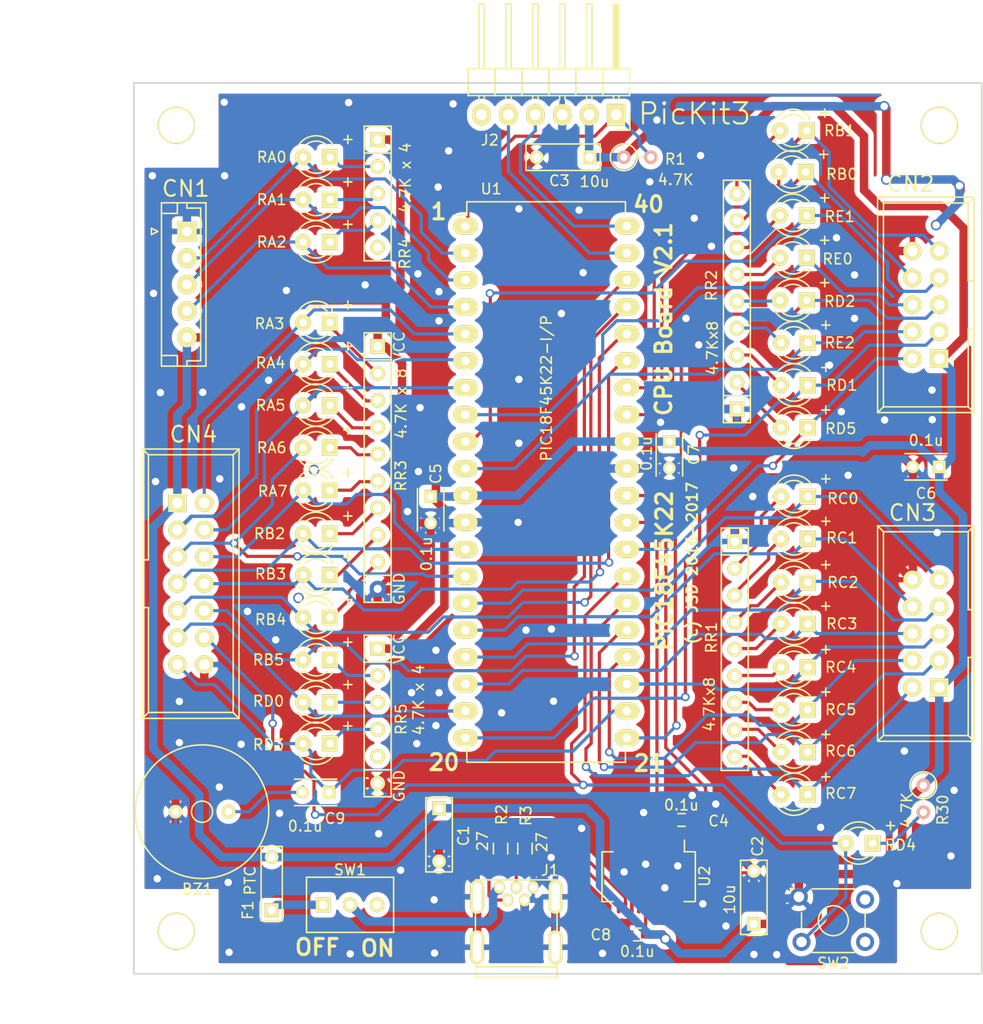
<source format=kicad_pcb>
(kicad_pcb (version 20171130) (host pcbnew "(5.1.2)-1")
  (layers (0 F.Cu signal) (31 B.Cu signal) (34 B.Paste user) (35 F.Paste user) (36 B.SilkS user) (37 F.SilkS user) (38 B.Mask user) (39 F.Mask user) (44 Edge.Cuts user))
  (net 0 "")
  (net 1 +5V)
  (net 2 GND)
  (net 3 "Net-(C4-Pad1)")
  (net 4 /RA1)
  (net 5 /RA0)
  (net 6 /RA2)
  (net 7 /RB0)
  (net 8 /RB1)
  (net 9 /RB2)
  (net 10 /RE0)
  (net 11 /RE1)
  (net 12 /RD2)
  (net 13 /RD3)
  (net 14 /RD4)
  (net 15 /RC7)
  (net 16 /RC6)
  (net 17 /RC5)
  (net 18 /RC4)
  (net 19 /RC3)
  (net 20 /RC2)
  (net 21 /RC1)
  (net 22 /RC0)
  (net 23 /RA3)
  (net 24 /RA4)
  (net 25 /RA5)
  (net 26 /RA6)
  (net 27 /RA7)
  (net 28 /RB3)
  (net 29 /RB4)
  (net 30 /RB5)
  (net 31 /RD0)
  (net 32 /RD1)
  (net 33 /RD5)
  (net 34 /RE2)
  (net 35 "Net-(F1-Pad1)")
  (net 36 "Net-(J1-Pad1)")
  (net 37 "Net-(J1-Pad2)")
  (net 38 "Net-(J1-Pad3)")
  (net 39 "Net-(J2-Pad1)")
  (net 40 "Net-(J2-Pad4)")
  (net 41 "Net-(J2-Pad5)")
  (net 42 "Net-(R2-Pad1)")
  (net 43 "Net-(R3-Pad1)")
  (net 44 /TX2)
  (net 45 /RX2)
  (net 46 "Net-(R30-Pad2)")
  (net 47 "Net-(BZ1-Pad1)")
  (net 48 "Net-(RB0-Pad2)")
  (net 49 "Net-(RB1-Pad2)")
  (net 50 "Net-(RC0-Pad2)")
  (net 51 "Net-(RC1-Pad2)")
  (net 52 "Net-(RC2-Pad2)")
  (net 53 "Net-(RC3-Pad2)")
  (net 54 "Net-(RC4-Pad2)")
  (net 55 "Net-(RC5-Pad2)")
  (net 56 "Net-(RC6-Pad2)")
  (net 57 "Net-(RC7-Pad2)")
  (net 58 "Net-(RD1-Pad2)")
  (net 59 "Net-(RD2-Pad2)")
  (net 60 "Net-(RD5-Pad2)")
  (net 61 "Net-(RE0-Pad2)")
  (net 62 "Net-(RE1-Pad2)")
  (net 63 "Net-(RE2-Pad2)")
  (net 64 "Net-(RA0-Pad1)")
  (net 65 "Net-(RA1-Pad1)")
  (net 66 "Net-(RA2-Pad1)")
  (net 67 "Net-(RA3-Pad1)")
  (net 68 "Net-(RA4-Pad1)")
  (net 69 "Net-(RA5-Pad1)")
  (net 70 "Net-(RA6-Pad1)")
  (net 71 "Net-(RA7-Pad1)")
  (net 72 "Net-(RB2-Pad1)")
  (net 73 "Net-(RB3-Pad1)")
  (net 74 "Net-(RB4-Pad1)")
  (net 75 "Net-(RB5-Pad1)")
  (net 76 "Net-(RD0-Pad1)")
  (net 77 "Net-(RD3-Pad1)")
  (module Connectors_JST:JST_EH_B05B-EH-A_05x2.50mm_Straight (layer F.Cu) (at 55 64 270)
    (fp_text reference CN1 (at -4.04 0.11) (layer F.SilkS) (effects (font (size 1.5 1.5) (thickness 0.2))))
    (fp_text value CONN_5 hide)
    (pad 1 thru_hole rect (at 0 0 270) (size 1.85 1.85) (drill 0.9) (layers *.Cu *.Mask F.SilkS) (net 2 GND))
    (pad 2 thru_hole circle (at 2.5 0 270) (size 1.85 1.85) (drill 0.9) (layers *.Cu *.Mask F.SilkS) (net 5 /RA0))
    (pad 3 thru_hole circle (at 5 0 270) (size 1.85 1.85) (drill 0.9) (layers *.Cu *.Mask F.SilkS) (net 4 /RA1))
    (pad 4 thru_hole circle (at 7.5 0 270) (size 1.85 1.85) (drill 0.9) (layers *.Cu *.Mask F.SilkS) (net 6 /RA2))
    (pad 5 thru_hole circle (at 10 0 270) (size 1.85 1.85) (drill 0.9) (layers *.Cu *.Mask F.SilkS) (net 1 +5V))
  )
  (module LEDs:LED-3-S (layer F.Cu) (at 68.5 61 180)
    (fp_text reference RA1 (at 5.5 0 180) (layer F.SilkS))
    (fp_text value LED)
    (fp_text user + (at -1.69 1.74 180) (layer F.SilkS))
    (pad 1 thru_hole rect (at 0 0 270) (size 1.5 1.5) (drill 0.7) (layers *.Cu *.Mask F.SilkS) (net 65 "Net-(RA1-Pad1)"))
    (pad 2 thru_hole circle (at 2.54 0 180) (size 1.5 1.5) (drill 0.7) (layers *.Cu *.Mask F.SilkS) (net 4 /RA1))
  )
  (module LEDs:LED-3-S (layer F.Cu) (at 68.5 65 180)
    (fp_text reference RA2 (at 5.5 0 180) (layer F.SilkS))
    (fp_text value LED)
    (fp_text user + (at -1.69 1.74 180) (layer F.SilkS))
    (pad 1 thru_hole rect (at 0 0 270) (size 1.5 1.5) (drill 0.7) (layers *.Cu *.Mask F.SilkS) (net 66 "Net-(RA2-Pad1)"))
    (pad 2 thru_hole circle (at 2.54 0 180) (size 1.5 1.5) (drill 0.7) (layers *.Cu *.Mask F.SilkS) (net 6 /RA2))
  )
  (module LEDs:LED-3-S (layer F.Cu) (at 68.5 72.6 180)
    (fp_text reference RA3 (at 5.7 -0.1 180) (layer F.SilkS))
    (fp_text value LED)
    (fp_text user + (at -1.69 1.74 180) (layer F.SilkS))
    (pad 1 thru_hole rect (at 0 0 270) (size 1.5 1.5) (drill 0.7) (layers *.Cu *.Mask F.SilkS) (net 67 "Net-(RA3-Pad1)"))
    (pad 2 thru_hole circle (at 2.54 0 180) (size 1.5 1.5) (drill 0.7) (layers *.Cu *.Mask F.SilkS) (net 23 /RA3))
  )
  (module LEDs:LED-3-S (layer F.Cu) (at 68.5 76.5 180)
    (fp_text reference RA4 (at 5.6 0.1 180) (layer F.SilkS))
    (fp_text value LED)
    (fp_text user + (at -1.69 1.74 180) (layer F.SilkS))
    (pad 1 thru_hole rect (at 0 0 270) (size 1.5 1.5) (drill 0.7) (layers *.Cu *.Mask F.SilkS) (net 68 "Net-(RA4-Pad1)"))
    (pad 2 thru_hole circle (at 2.54 0 180) (size 1.5 1.5) (drill 0.7) (layers *.Cu *.Mask F.SilkS) (net 24 /RA4))
  )
  (module LEDs:LED-3-S (layer F.Cu) (at 68.5 80.4 180)
    (fp_text reference RA5 (at 5.6 0 180) (layer F.SilkS))
    (fp_text value LED)
    (fp_text user + (at -1.69 1.74 180) (layer F.SilkS))
    (pad 1 thru_hole rect (at 0 0 270) (size 1.5 1.5) (drill 0.7) (layers *.Cu *.Mask F.SilkS) (net 69 "Net-(RA5-Pad1)"))
    (pad 2 thru_hole circle (at 2.54 0 180) (size 1.5 1.5) (drill 0.7) (layers *.Cu *.Mask F.SilkS) (net 25 /RA5))
  )
  (module LEDs:LED-3-S (layer F.Cu) (at 68.5 84.4 180)
    (fp_text reference RA6 (at 5.5 0 180) (layer F.SilkS))
    (fp_text value LED)
    (fp_text user + (at -1.69 1.74 180) (layer F.SilkS))
    (pad 1 thru_hole rect (at 0 0 270) (size 1.5 1.5) (drill 0.7) (layers *.Cu *.Mask F.SilkS) (net 70 "Net-(RA6-Pad1)"))
    (pad 2 thru_hole circle (at 2.54 0 180) (size 1.5 1.5) (drill 0.7) (layers *.Cu *.Mask F.SilkS) (net 26 /RA6))
  )
  (module LEDs:LED-3-S (layer F.Cu) (at 68.5 88.4 180)
    (fp_text reference RA7 (at 5.4 -0.1 180) (layer F.SilkS))
    (fp_text value LED)
    (fp_text user + (at -1.69 1.74 180) (layer F.SilkS))
    (pad 1 thru_hole rect (at 0 0 270) (size 1.5 1.5) (drill 0.7) (layers *.Cu *.Mask F.SilkS) (net 71 "Net-(RA7-Pad1)"))
    (pad 2 thru_hole circle (at 2.54 0 180) (size 1.5 1.5) (drill 0.7) (layers *.Cu *.Mask F.SilkS) (net 27 /RA7))
  )
  (module LEDs:LED-3-S (layer F.Cu) (at 113.4 58.4 180)
    (fp_text reference RB0 (at -3.4 -0.2 180) (layer F.SilkS))
    (fp_text value LED)
    (fp_text user + (at -1.69 1.74 180) (layer F.SilkS))
    (pad 1 thru_hole rect (at 0 0 270) (size 1.5 1.5) (drill 0.7) (layers *.Cu *.Mask F.SilkS) (net 7 /RB0))
    (pad 2 thru_hole circle (at 2.54 0 180) (size 1.5 1.5) (drill 0.7) (layers *.Cu *.Mask F.SilkS) (net 48 "Net-(RB0-Pad2)"))
  )
  (module LEDs:LED-3-S (layer F.Cu) (at 113.5 54.5 180)
    (fp_text reference RB1 (at -3.1 0 180) (layer F.SilkS))
    (fp_text value LED)
    (fp_text user + (at -1.69 1.74 180) (layer F.SilkS))
    (pad 1 thru_hole rect (at 0 0 270) (size 1.5 1.5) (drill 0.7) (layers *.Cu *.Mask F.SilkS) (net 8 /RB1))
    (pad 2 thru_hole circle (at 2.54 0 180) (size 1.5 1.5) (drill 0.7) (layers *.Cu *.Mask F.SilkS) (net 49 "Net-(RB1-Pad2)"))
  )
  (module LEDs:LED-3-S (layer F.Cu) (at 68.5 92.5 180)
    (fp_text reference RB2 (at 5.7 0 180) (layer F.SilkS))
    (fp_text value LED)
    (fp_text user + (at -1.69 1.74 180) (layer F.SilkS))
    (pad 1 thru_hole rect (at 0 0 270) (size 1.5 1.5) (drill 0.7) (layers *.Cu *.Mask F.SilkS) (net 72 "Net-(RB2-Pad1)"))
    (pad 2 thru_hole circle (at 2.54 0 180) (size 1.5 1.5) (drill 0.7) (layers *.Cu *.Mask F.SilkS) (net 9 /RB2))
  )
  (module LEDs:LED-3-S (layer F.Cu) (at 68.5 96.4 180)
    (fp_text reference RB3 (at 5.6 0.1 180) (layer F.SilkS))
    (fp_text value LED)
    (fp_text user + (at -1.69 1.74 180) (layer F.SilkS))
    (pad 1 thru_hole rect (at 0 0 270) (size 1.5 1.5) (drill 0.7) (layers *.Cu *.Mask F.SilkS) (net 73 "Net-(RB3-Pad1)"))
    (pad 2 thru_hole circle (at 2.54 0 180) (size 1.5 1.5) (drill 0.7) (layers *.Cu *.Mask F.SilkS) (net 28 /RB3))
  )
  (module LEDs:LED-3-S (layer F.Cu) (at 68.5 100.4 180)
    (fp_text reference RB4 (at 5.6 -0.2 180) (layer F.SilkS))
    (fp_text value LED)
    (fp_text user + (at -1.69 1.74 180) (layer F.SilkS))
    (pad 1 thru_hole rect (at 0 0 270) (size 1.5 1.5) (drill 0.7) (layers *.Cu *.Mask F.SilkS) (net 74 "Net-(RB4-Pad1)"))
    (pad 2 thru_hole circle (at 2.54 0 180) (size 1.5 1.5) (drill 0.7) (layers *.Cu *.Mask F.SilkS) (net 29 /RB4))
  )
  (module LEDs:LED-3-S (layer F.Cu) (at 68.5 104.4 180)
    (fp_text reference RB5 (at 5.8 0 180) (layer F.SilkS))
    (fp_text value LED)
    (fp_text user + (at -1.69 1.74 180) (layer F.SilkS))
    (pad 1 thru_hole rect (at 0 0 270) (size 1.5 1.5) (drill 0.7) (layers *.Cu *.Mask F.SilkS) (net 75 "Net-(RB5-Pad1)"))
    (pad 2 thru_hole circle (at 2.54 0 180) (size 1.5 1.5) (drill 0.7) (layers *.Cu *.Mask F.SilkS) (net 30 /RB5))
  )
  (module LEDs:LED-3-S (layer F.Cu) (at 113.6 89 180)
    (fp_text reference RC0 (at -3.3 -0.2 180) (layer F.SilkS))
    (fp_text value LED)
    (fp_text user + (at -1.69 1.74 180) (layer F.SilkS))
    (pad 1 thru_hole rect (at 0 0 270) (size 1.5 1.5) (drill 0.7) (layers *.Cu *.Mask F.SilkS) (net 22 /RC0))
    (pad 2 thru_hole circle (at 2.54 0 180) (size 1.5 1.5) (drill 0.7) (layers *.Cu *.Mask F.SilkS) (net 50 "Net-(RC0-Pad2)"))
  )
  (module LEDs:LED-3-S (layer F.Cu) (at 113.6 93 180)
    (fp_text reference RC1 (at -3.2 0.1 180) (layer F.SilkS))
    (fp_text value LED)
    (fp_text user + (at -1.69 1.74 180) (layer F.SilkS))
    (pad 1 thru_hole rect (at 0 0 270) (size 1.5 1.5) (drill 0.7) (layers *.Cu *.Mask F.SilkS) (net 21 /RC1))
    (pad 2 thru_hole circle (at 2.54 0 180) (size 1.5 1.5) (drill 0.7) (layers *.Cu *.Mask F.SilkS) (net 51 "Net-(RC1-Pad2)"))
  )
  (module LEDs:LED-3-S (layer F.Cu) (at 113.6 97.1 180)
    (fp_text reference RC2 (at -3.3 0 180) (layer F.SilkS))
    (fp_text value LED)
    (fp_text user + (at -1.69 1.74 180) (layer F.SilkS))
    (pad 1 thru_hole rect (at 0 0 270) (size 1.5 1.5) (drill 0.7) (layers *.Cu *.Mask F.SilkS) (net 20 /RC2))
    (pad 2 thru_hole circle (at 2.54 0 180) (size 1.5 1.5) (drill 0.7) (layers *.Cu *.Mask F.SilkS) (net 52 "Net-(RC2-Pad2)"))
  )
  (module LEDs:LED-3-S (layer F.Cu) (at 113.6 101 180)
    (fp_text reference RC3 (at -3.2 0 180) (layer F.SilkS))
    (fp_text value LED)
    (fp_text user + (at -1.69 1.74 180) (layer F.SilkS))
    (pad 1 thru_hole rect (at 0 0 270) (size 1.5 1.5) (drill 0.7) (layers *.Cu *.Mask F.SilkS) (net 19 /RC3))
    (pad 2 thru_hole circle (at 2.54 0 180) (size 1.5 1.5) (drill 0.7) (layers *.Cu *.Mask F.SilkS) (net 53 "Net-(RC3-Pad2)"))
  )
  (module LEDs:LED-3-S (layer F.Cu) (at 113.6 105.1 180)
    (fp_text reference RC4 (at -3.1 0 180) (layer F.SilkS))
    (fp_text value LED)
    (fp_text user + (at -1.69 1.74 180) (layer F.SilkS))
    (pad 1 thru_hole rect (at 0 0 270) (size 1.5 1.5) (drill 0.7) (layers *.Cu *.Mask F.SilkS) (net 18 /RC4))
    (pad 2 thru_hole circle (at 2.54 0 180) (size 1.5 1.5) (drill 0.7) (layers *.Cu *.Mask F.SilkS) (net 54 "Net-(RC4-Pad2)"))
  )
  (module LEDs:LED-3-S (layer F.Cu) (at 113.6 109.1 180)
    (fp_text reference RC5 (at -3.1 0 180) (layer F.SilkS))
    (fp_text value LED)
    (fp_text user + (at -1.69 1.74 180) (layer F.SilkS))
    (pad 1 thru_hole rect (at 0 0 270) (size 1.5 1.5) (drill 0.7) (layers *.Cu *.Mask F.SilkS) (net 17 /RC5))
    (pad 2 thru_hole circle (at 2.54 0 180) (size 1.5 1.5) (drill 0.7) (layers *.Cu *.Mask F.SilkS) (net 55 "Net-(RC5-Pad2)"))
  )
  (module LEDs:LED-3-S (layer F.Cu) (at 113.6 113.1 180)
    (fp_text reference RC6 (at -3.1 0.1 180) (layer F.SilkS))
    (fp_text value LED)
    (fp_text user + (at -1.69 1.74 180) (layer F.SilkS))
    (pad 1 thru_hole rect (at 0 0 270) (size 1.5 1.5) (drill 0.7) (layers *.Cu *.Mask F.SilkS) (net 16 /RC6))
    (pad 2 thru_hole circle (at 2.54 0 180) (size 1.5 1.5) (drill 0.7) (layers *.Cu *.Mask F.SilkS) (net 56 "Net-(RC6-Pad2)"))
  )
  (module LEDs:LED-3-S (layer F.Cu) (at 113.6 117.1 180)
    (fp_text reference RC7 (at -3.1 0.1 180) (layer F.SilkS))
    (fp_text value LED)
    (fp_text user + (at -1.69 1.74 180) (layer F.SilkS))
    (pad 1 thru_hole rect (at 0 0 270) (size 1.5 1.5) (drill 0.7) (layers *.Cu *.Mask F.SilkS) (net 15 /RC7))
    (pad 2 thru_hole circle (at 2.54 0 180) (size 1.5 1.5) (drill 0.7) (layers *.Cu *.Mask F.SilkS) (net 57 "Net-(RC7-Pad2)"))
  )
  (module LEDs:LED-3-S (layer F.Cu) (at 68.5 108.4 180)
    (fp_text reference RD0 (at 5.8 0.1 180) (layer F.SilkS))
    (fp_text value LED)
    (fp_text user + (at -1.69 1.74 180) (layer F.SilkS))
    (pad 1 thru_hole rect (at 0 0 270) (size 1.5 1.5) (drill 0.7) (layers *.Cu *.Mask F.SilkS) (net 76 "Net-(RD0-Pad1)"))
    (pad 2 thru_hole circle (at 2.54 0 180) (size 1.5 1.5) (drill 0.7) (layers *.Cu *.Mask F.SilkS) (net 31 /RD0))
  )
  (module LEDs:LED-3-S (layer F.Cu) (at 113.6 78.5 180)
    (fp_text reference RD1 (at -3.2 0 180) (layer F.SilkS))
    (fp_text value LED)
    (fp_text user + (at -1.69 1.74 180) (layer F.SilkS))
    (pad 1 thru_hole rect (at 0 0 270) (size 1.5 1.5) (drill 0.7) (layers *.Cu *.Mask F.SilkS) (net 32 /RD1))
    (pad 2 thru_hole circle (at 2.54 0 180) (size 1.5 1.5) (drill 0.7) (layers *.Cu *.Mask F.SilkS) (net 58 "Net-(RD1-Pad2)"))
  )
  (module LEDs:LED-3-S (layer F.Cu) (at 113.5 70.5 180)
    (fp_text reference RD2 (at -3.1 -0.1 180) (layer F.SilkS))
    (fp_text value LED)
    (fp_text user + (at -1.69 1.74 180) (layer F.SilkS))
    (pad 1 thru_hole rect (at 0 0 270) (size 1.5 1.5) (drill 0.7) (layers *.Cu *.Mask F.SilkS) (net 12 /RD2))
    (pad 2 thru_hole circle (at 2.54 0 180) (size 1.5 1.5) (drill 0.7) (layers *.Cu *.Mask F.SilkS) (net 59 "Net-(RD2-Pad2)"))
  )
  (module LEDs:LED-3-S (layer F.Cu) (at 68.5 112.3 180)
    (fp_text reference RD3 (at 5.8 -0.1 180) (layer F.SilkS))
    (fp_text value LED hide)
    (fp_text user + (at -1.69 1.74 180) (layer F.SilkS))
    (pad 1 thru_hole rect (at 0 0 270) (size 1.5 1.5) (drill 0.7) (layers *.Cu *.Mask F.SilkS) (net 77 "Net-(RD3-Pad1)"))
    (pad 2 thru_hole circle (at 2.54 0 180) (size 1.5 1.5) (drill 0.7) (layers *.Cu *.Mask F.SilkS) (net 13 /RD3))
  )
  (module LEDs:LED-3-S (layer F.Cu) (at 119.7 121.7 180)
    (fp_text reference RD4 (at -2.64 -0.17 180) (layer F.SilkS))
    (fp_text value LED hide)
    (fp_text user + (at -1.69 1.74 180) (layer F.SilkS))
    (pad 1 thru_hole rect (at 0 0 270) (size 1.5 1.5) (drill 0.7) (layers *.Cu *.Mask F.SilkS) (net 46 "Net-(R30-Pad2)"))
    (pad 2 thru_hole circle (at 2.54 0 180) (size 1.5 1.5) (drill 0.7) (layers *.Cu *.Mask F.SilkS) (net 14 /RD4))
  )
  (module LEDs:LED-3-S (layer F.Cu) (at 113.6 82.5 180)
    (fp_text reference RD5 (at -3.1 -0.1 180) (layer F.SilkS))
    (fp_text value LED)
    (fp_text user + (at -1.69 1.74 180) (layer F.SilkS))
    (pad 1 thru_hole rect (at 0 0 270) (size 1.5 1.5) (drill 0.7) (layers *.Cu *.Mask F.SilkS) (net 33 /RD5))
    (pad 2 thru_hole circle (at 2.54 0 180) (size 1.5 1.5) (drill 0.7) (layers *.Cu *.Mask F.SilkS) (net 60 "Net-(RD5-Pad2)"))
  )
  (module LEDs:LED-3-S (layer F.Cu) (at 113.5 66.5 180)
    (fp_text reference RE0 (at -2.9 -0.1 180) (layer F.SilkS))
    (fp_text value LED)
    (fp_text user + (at -1.69 1.74 180) (layer F.SilkS))
    (pad 1 thru_hole rect (at 0 0 270) (size 1.5 1.5) (drill 0.7) (layers *.Cu *.Mask F.SilkS) (net 10 /RE0))
    (pad 2 thru_hole circle (at 2.54 0 180) (size 1.5 1.5) (drill 0.7) (layers *.Cu *.Mask F.SilkS) (net 61 "Net-(RE0-Pad2)"))
  )
  (module LEDs:LED-3-S (layer F.Cu) (at 113.5 62.5 180)
    (fp_text reference RE1 (at -3.1 -0.1 180) (layer F.SilkS))
    (fp_text value LED)
    (fp_text user + (at -1.69 1.74 180) (layer F.SilkS))
    (pad 1 thru_hole rect (at 0 0 270) (size 1.5 1.5) (drill 0.7) (layers *.Cu *.Mask F.SilkS) (net 11 /RE1))
    (pad 2 thru_hole circle (at 2.54 0 180) (size 1.5 1.5) (drill 0.7) (layers *.Cu *.Mask F.SilkS) (net 62 "Net-(RE1-Pad2)"))
  )
  (module LEDs:LED-3-S (layer F.Cu) (at 113.6 74.5 180)
    (fp_text reference RE2 (at -3 0 180) (layer F.SilkS))
    (fp_text value LED)
    (fp_text user + (at -1.69 1.74 180) (layer F.SilkS))
    (pad 1 thru_hole rect (at 0 0 270) (size 1.5 1.5) (drill 0.7) (layers *.Cu *.Mask F.SilkS) (net 34 /RE2))
    (pad 2 thru_hole circle (at 2.54 0 180) (size 1.5 1.5) (drill 0.7) (layers *.Cu *.Mask F.SilkS) (net 63 "Net-(RE2-Pad2)"))
  )
  (module LEDs:LED-3-S (layer F.Cu) (at 68.5 57 180)
    (fp_text reference RA0 (at 5.5 0 180) (layer F.SilkS))
    (fp_text value LED)
    (fp_text user + (at -1.69 1.74 180) (layer F.SilkS))
    (pad 1 thru_hole rect (at 0 0 270) (size 1.5 1.5) (drill 0.7) (layers *.Cu *.Mask F.SilkS) (net 64 "Net-(RA0-Pad1)"))
    (pad 2 thru_hole circle (at 2.54 0 180) (size 1.5 1.5) (drill 0.7) (layers *.Cu *.Mask F.SilkS) (net 5 /RA0))
  )
  (module Housings_SSOP:SSOP-20_4.4x8.6mm_Pitch0.635mm (layer F.Cu) (at 98.6 124.8 270)
    (fp_text reference U2 (at 0 -5.25 270) (layer F.SilkS))
    (fp_text value FT231XS hide)
    (pad 1 smd oval (at -2.921 -2.8575 270) (size 1.2 0.35) (layers F.Cu F.Paste F.Mask))
    (pad 2 smd oval (at -2.921 -2.2225 270) (size 1.2 0.35) (layers F.Cu F.Paste F.Mask))
    (pad 3 smd oval (at -2.921 -1.5875 270) (size 1.2 0.35) (layers F.Cu F.Paste F.Mask) (net 3 "Net-(C4-Pad1)"))
    (pad 4 smd oval (at -2.921 -0.9525 270) (size 1.2 0.35) (layers F.Cu F.Paste F.Mask) (net 44 /TX2))
    (pad 5 smd oval (at -2.921 -0.3175 270) (size 1.2 0.35) (layers F.Cu F.Paste F.Mask))
    (pad 6 smd oval (at -2.921 0.3175 270) (size 1.2 0.35) (layers F.Cu F.Paste F.Mask) (net 2 GND))
    (pad 7 smd oval (at -2.921 0.9525 270) (size 1.2 0.35) (layers F.Cu F.Paste F.Mask))
    (pad 8 smd oval (at -2.921 1.5875 270) (size 1.2 0.35) (layers F.Cu F.Paste F.Mask))
    (pad 9 smd oval (at -2.921 2.2225 270) (size 1.2 0.35) (layers F.Cu F.Paste F.Mask))
    (pad 10 smd oval (at -2.921 2.8575 270) (size 1.2 0.35) (layers F.Cu F.Paste F.Mask))
    (pad 11 smd oval (at 2.921 2.8575 270) (size 1.2 0.35) (layers F.Cu F.Paste F.Mask) (net 43 "Net-(R3-Pad1)"))
    (pad 12 smd oval (at 2.921 2.2225 270) (size 1.2 0.35) (layers F.Cu F.Paste F.Mask) (net 42 "Net-(R2-Pad1)"))
    (pad 13 smd oval (at 2.921 1.6129 270) (size 1.2 0.35) (layers F.Cu F.Paste F.Mask) (net 3 "Net-(C4-Pad1)"))
    (pad 14 smd oval (at 2.921 0.9525 270) (size 1.2 0.35) (layers F.Cu F.Paste F.Mask) (net 3 "Net-(C4-Pad1)"))
    (pad 15 smd oval (at 2.921 0.3175 270) (size 1.2 0.35) (layers F.Cu F.Paste F.Mask) (net 1 +5V))
    (pad 16 smd oval (at 2.921 -0.3175 270) (size 1.2 0.35) (layers F.Cu F.Paste F.Mask) (net 2 GND))
    (pad 17 smd oval (at 2.921 -0.9525 270) (size 1.2 0.35) (layers F.Cu F.Paste F.Mask))
    (pad 18 smd oval (at 2.921 -1.6129 270) (size 1.2 0.35) (layers F.Cu F.Paste F.Mask))
    (pad 19 smd oval (at 2.921 -2.2225 270) (size 1.2 0.35) (layers F.Cu F.Paste F.Mask))
    (pad 20 smd oval (at 2.921 -2.8575 270) (size 1.2 0.35) (layers F.Cu F.Paste F.Mask) (net 45 /RX2))
  )
  (module MyFootprints:Buzzer_12x6.9_Pitch5 (layer F.Cu) (at 56.43 118.72 180)
    (fp_text reference BZ1 (at 0.44 -7.3 180) (layer F.SilkS))
    (fp_text value BUZZER)
    (pad 1 thru_hole circle (at -2.5 0 180) (size 1.3 1.3) (drill 0.7) (layers *.Cu *.Mask F.SilkS) (net 47 "Net-(BZ1-Pad1)"))
    (pad 2 thru_hole circle (at 2.5 0 180) (size 1.3 1.3) (drill 0.7) (layers *.Cu *.Mask F.SilkS) (net 2 GND))
  )
  (module Resistors_ThroughHole:Resistor_Array_SIP8 (layer F.Cu) (at 106.7 103.4 270)
    (fp_text reference RR1 (at -1.1 2.2 270) (layer F.SilkS))
    (fp_text value 4.7Kx8 (at 5.2 2.4 270) (layer F.SilkS))
    (pad 1 thru_hole rect (at -10.16 0 270) (size 1.397 1.397) (drill 0.8128) (layers *.Cu *.Mask F.SilkS) (net 2 GND))
    (pad 2 thru_hole circle (at -7.62 0 270) (size 1.397 1.397) (drill 0.8128) (layers *.Cu *.Mask F.SilkS) (net 50 "Net-(RC0-Pad2)"))
    (pad 3 thru_hole circle (at -5.08 0 270) (size 1.397 1.397) (drill 0.8128) (layers *.Cu *.Mask F.SilkS) (net 51 "Net-(RC1-Pad2)"))
    (pad 4 thru_hole circle (at -2.54 0 270) (size 1.397 1.397) (drill 0.8128) (layers *.Cu *.Mask F.SilkS) (net 52 "Net-(RC2-Pad2)"))
    (pad 5 thru_hole circle (at 0 0 270) (size 1.397 1.397) (drill 0.8128) (layers *.Cu *.Mask F.SilkS) (net 53 "Net-(RC3-Pad2)"))
    (pad 6 thru_hole circle (at 2.54 0 270) (size 1.397 1.397) (drill 0.8128) (layers *.Cu *.Mask F.SilkS) (net 54 "Net-(RC4-Pad2)"))
    (pad 7 thru_hole circle (at 5.08 0 270) (size 1.397 1.397) (drill 0.8128) (layers *.Cu *.Mask F.SilkS) (net 55 "Net-(RC5-Pad2)"))
    (pad 8 thru_hole circle (at 7.62 0 270) (size 1.397 1.397) (drill 0.8128) (layers *.Cu *.Mask F.SilkS) (net 56 "Net-(RC6-Pad2)"))
    (pad 9 thru_hole circle (at 10.16 0 270) (size 1.397 1.397) (drill 0.8128) (layers *.Cu *.Mask F.SilkS) (net 57 "Net-(RC7-Pad2)"))
  )
  (module Resistors_ThroughHole:Resistor_Array_SIP8 (layer F.Cu) (at 106.9 70.6 90)
    (fp_text reference RR2 (at 1.5 -2.4 90) (layer F.SilkS))
    (fp_text value 4.7Kx8 (at -4.4 -2.3 90) (layer F.SilkS))
    (pad 1 thru_hole rect (at -10.16 0 90) (size 1.397 1.397) (drill 0.8128) (layers *.Cu *.Mask F.SilkS) (net 2 GND))
    (pad 2 thru_hole circle (at -7.62 0 90) (size 1.397 1.397) (drill 0.8128) (layers *.Cu *.Mask F.SilkS) (net 60 "Net-(RD5-Pad2)"))
    (pad 3 thru_hole circle (at -5.08 0 90) (size 1.397 1.397) (drill 0.8128) (layers *.Cu *.Mask F.SilkS) (net 58 "Net-(RD1-Pad2)"))
    (pad 4 thru_hole circle (at -2.54 0 90) (size 1.397 1.397) (drill 0.8128) (layers *.Cu *.Mask F.SilkS) (net 63 "Net-(RE2-Pad2)"))
    (pad 5 thru_hole circle (at 0 0 90) (size 1.397 1.397) (drill 0.8128) (layers *.Cu *.Mask F.SilkS) (net 59 "Net-(RD2-Pad2)"))
    (pad 6 thru_hole circle (at 2.54 0 90) (size 1.397 1.397) (drill 0.8128) (layers *.Cu *.Mask F.SilkS) (net 61 "Net-(RE0-Pad2)"))
    (pad 7 thru_hole circle (at 5.08 0 90) (size 1.397 1.397) (drill 0.8128) (layers *.Cu *.Mask F.SilkS) (net 62 "Net-(RE1-Pad2)"))
    (pad 8 thru_hole circle (at 7.62 0 90) (size 1.397 1.397) (drill 0.8128) (layers *.Cu *.Mask F.SilkS) (net 48 "Net-(RB0-Pad2)"))
    (pad 9 thru_hole circle (at 10.16 0 90) (size 1.397 1.397) (drill 0.8128) (layers *.Cu *.Mask F.SilkS) (net 49 "Net-(RB1-Pad2)"))
  )
  (module Mounting_Holes:MountingHole_3.2mm_M3 (layer F.Cu) (at 54 54)
    (fp_text reference REF** hide)
    (fp_text value MountingHole_3.2mm_M3 hide)
    (pad "" np_thru_hole circle (at 0 0) (size 3.5 3.5) (drill 3.2) (layers *.Cu *.Mask F.SilkS))
  )
  (module Mounting_Holes:MountingHole_3.2mm_M3 (layer F.Cu) (at 126 54)
    (fp_text reference REF** hide)
    (fp_text value MountingHole_3.2mm_M3 hide)
    (pad "" np_thru_hole circle (at 0 0) (size 3.5 3.5) (drill 3.2) (layers *.Cu *.Mask F.SilkS))
  )
  (module Mounting_Holes:MountingHole_3.2mm_M3 (layer F.Cu) (at 126 130)
    (fp_text reference REF** hide)
    (fp_text value MountingHole_3.2mm_M3 hide)
    (pad "" np_thru_hole circle (at 0 0) (size 3.5 3.5) (drill 3.2) (layers *.Cu *.Mask F.SilkS))
  )
  (module Mounting_Holes:MountingHole_3.2mm_M3 (layer F.Cu) (at 54 130)
    (fp_text reference REF** hide)
    (fp_text value MountingHole_3.2mm_M3 hide)
    (pad "" np_thru_hole circle (at 0 0) (size 3.5 3.5) (drill 3.2) (layers *.Cu *.Mask F.SilkS))
  )
  (module MyFootprints:Resistor_Array_SIP8-SEL (layer F.Cu) (at 73 85 270)
    (fp_text reference RR3 (at 2.04 -2.19 270) (layer F.SilkS))
    (fp_text value "4.7K x 8" (at -4.76 -2.22 270) (layer F.SilkS))
    (fp_text user GND (at 12.7 -2.032 270) (layer F.SilkS))
    (fp_text user VCC (at -10.16 -2.032 270) (layer F.SilkS))
    (pad 1 thru_hole rect (at -10.16 0 270) (size 1.397 1.397) (drill 0.8128) (layers *.Cu *.Mask F.SilkS) (net 1 +5V))
    (pad 2 thru_hole circle (at -7.62 0 270) (size 1.397 1.397) (drill 0.8128) (layers *.Cu *.Mask F.SilkS) (net 67 "Net-(RA3-Pad1)"))
    (pad 3 thru_hole circle (at -5.08 0 270) (size 1.397 1.397) (drill 0.8128) (layers *.Cu *.Mask F.SilkS) (net 68 "Net-(RA4-Pad1)"))
    (pad 4 thru_hole circle (at -2.54 0 270) (size 1.397 1.397) (drill 0.8128) (layers *.Cu *.Mask F.SilkS) (net 69 "Net-(RA5-Pad1)"))
    (pad 5 thru_hole circle (at 0 0 270) (size 1.397 1.397) (drill 0.8128) (layers *.Cu *.Mask F.SilkS) (net 70 "Net-(RA6-Pad1)"))
    (pad 6 thru_hole circle (at 2.54 0 270) (size 1.397 1.397) (drill 0.8128) (layers *.Cu *.Mask F.SilkS) (net 71 "Net-(RA7-Pad1)"))
    (pad 7 thru_hole circle (at 5.08 0 270) (size 1.397 1.397) (drill 0.8128) (layers *.Cu *.Mask F.SilkS) (net 72 "Net-(RB2-Pad1)"))
    (pad 8 thru_hole circle (at 7.62 0 270) (size 1.397 1.397) (drill 0.8128) (layers *.Cu *.Mask F.SilkS) (net 73 "Net-(RB3-Pad1)"))
    (pad 9 thru_hole circle (at 10.16 0 270) (size 1.397 1.397) (drill 0.8128) (layers *.Cu *.Mask F.SilkS) (net 74 "Net-(RB4-Pad1)"))
    (pad 10 thru_hole circle (at 12.7 0 270) (size 1.524 1.524) (drill 0.762) (layers *.Cu *.Mask) (net 2 GND))
  )
  (module Resistors_ThroughHole:Resistor_Array_SIP4 (layer F.Cu) (at 73 60.4 270)
    (fp_text reference RR4 (at 5.7 -2.58 270) (layer F.SilkS))
    (fp_text value "4.7K x 4" (at -1.44 -2.62 270) (layer F.SilkS))
    (pad 1 thru_hole rect (at -5.06 0 270) (size 1.397 1.397) (drill 0.8128) (layers *.Cu *.Mask F.SilkS) (net 1 +5V))
    (pad 2 thru_hole circle (at -2.52 0 270) (size 1.397 1.397) (drill 0.8128) (layers *.Cu *.Mask F.SilkS) (net 64 "Net-(RA0-Pad1)"))
    (pad 3 thru_hole circle (at 0.02 0 270) (size 1.397 1.397) (drill 0.8128) (layers *.Cu *.Mask F.SilkS) (net 65 "Net-(RA1-Pad1)"))
    (pad 4 thru_hole circle (at 2.56 0 270) (size 1.397 1.397) (drill 0.8128) (layers *.Cu *.Mask F.SilkS) (net 66 "Net-(RA2-Pad1)"))
    (pad 5 thru_hole circle (at 5.1 0 270) (size 1.397 1.397) (drill 0.8128) (layers *.Cu *.Mask F.SilkS))
  )
  (module Resistors_ThroughHole:Resistor_Array_SIP4-SEL (layer F.Cu) (at 73 113.5 270)
    (fp_text reference RR5 (at -3.5 -2.22 270) (layer F.SilkS))
    (fp_text value "4.7K x 4" (at -5.32 -3.87 270) (layer F.SilkS))
    (fp_text user GND (at 2.794 -2.032 270) (layer F.SilkS))
    (fp_text user VCC (at -10.16 -2.032 270) (layer F.SilkS))
    (pad 1 thru_hole rect (at -10.16 0 270) (size 1.397 1.397) (drill 0.8128) (layers *.Cu *.Mask F.SilkS) (net 1 +5V))
    (pad 2 thru_hole circle (at -7.62 0 270) (size 1.397 1.397) (drill 0.8128) (layers *.Cu *.Mask F.SilkS) (net 75 "Net-(RB5-Pad1)"))
    (pad 3 thru_hole circle (at -5.08 0 270) (size 1.397 1.397) (drill 0.8128) (layers *.Cu *.Mask F.SilkS) (net 76 "Net-(RD0-Pad1)"))
    (pad 4 thru_hole circle (at -2.54 0 270) (size 1.397 1.397) (drill 0.8128) (layers *.Cu *.Mask F.SilkS) (net 77 "Net-(RD3-Pad1)"))
    (pad 5 thru_hole circle (at 0 0 270) (size 1.397 1.397) (drill 0.8128) (layers *.Cu *.Mask F.SilkS))
    (pad 6 thru_hole circle (at 2.54 0 270) (size 1.397 1.397) (drill 0.8128) (layers *.Cu *.Mask F.SilkS) (net 2 GND))
  )
  (module Connect:IDC_Header_Straight_10pins (layer F.Cu) (at 126 76 90)
    (fp_text reference CN2 (at 16.49 -2.7 180) (layer F.SilkS) (effects (font (size 1.5 1.5) (thickness 0.2))))
    (fp_text value CONN_5X2 hide)
    (pad 1 thru_hole rect (at 0 0 90) (size 1.7272 1.7272) (drill 1.016) (layers *.Cu *.Mask F.SilkS) (net 1 +5V))
    (pad 2 thru_hole oval (at 0 -2.54 90) (size 1.7272 1.7272) (drill 1.016) (layers *.Cu *.Mask F.SilkS) (net 33 /RD5))
    (pad 3 thru_hole oval (at 2.54 0 90) (size 1.7272 1.7272) (drill 1.016) (layers *.Cu *.Mask F.SilkS) (net 32 /RD1))
    (pad 4 thru_hole oval (at 2.54 -2.54 90) (size 1.7272 1.7272) (drill 1.016) (layers *.Cu *.Mask F.SilkS) (net 34 /RE2))
    (pad 5 thru_hole oval (at 5.08 0 90) (size 1.7272 1.7272) (drill 1.016) (layers *.Cu *.Mask F.SilkS) (net 12 /RD2))
    (pad 6 thru_hole oval (at 5.08 -2.54 90) (size 1.7272 1.7272) (drill 1.016) (layers *.Cu *.Mask F.SilkS) (net 10 /RE0))
    (pad 7 thru_hole oval (at 7.62 0 90) (size 1.7272 1.7272) (drill 1.016) (layers *.Cu *.Mask F.SilkS) (net 11 /RE1))
    (pad 8 thru_hole oval (at 7.62 -2.54 90) (size 1.7272 1.7272) (drill 1.016) (layers *.Cu *.Mask F.SilkS) (net 7 /RB0))
    (pad 9 thru_hole oval (at 10.16 0 90) (size 1.7272 1.7272) (drill 1.016) (layers *.Cu *.Mask F.SilkS) (net 8 /RB1))
    (pad 10 thru_hole oval (at 10.16 -2.54 90) (size 1.7272 1.7272) (drill 1.016) (layers *.Cu *.Mask F.SilkS) (net 2 GND))
  )
  (module Connect:IDC_Header_Straight_10pins (layer F.Cu) (at 126 107 90)
    (fp_text reference CN3 (at 16.47 -2.52 180) (layer F.SilkS) (effects (font (size 1.5 1.5) (thickness 0.2))))
    (fp_text value CONN_5X2 hide)
    (pad 1 thru_hole rect (at 0 0 90) (size 1.7272 1.7272) (drill 1.016) (layers *.Cu *.Mask F.SilkS) (net 1 +5V))
    (pad 2 thru_hole oval (at 0 -2.54 90) (size 1.7272 1.7272) (drill 1.016) (layers *.Cu *.Mask F.SilkS) (net 15 /RC7))
    (pad 3 thru_hole oval (at 2.54 0 90) (size 1.7272 1.7272) (drill 1.016) (layers *.Cu *.Mask F.SilkS) (net 16 /RC6))
    (pad 4 thru_hole oval (at 2.54 -2.54 90) (size 1.7272 1.7272) (drill 1.016) (layers *.Cu *.Mask F.SilkS) (net 17 /RC5))
    (pad 5 thru_hole oval (at 5.08 0 90) (size 1.7272 1.7272) (drill 1.016) (layers *.Cu *.Mask F.SilkS) (net 18 /RC4))
    (pad 6 thru_hole oval (at 5.08 -2.54 90) (size 1.7272 1.7272) (drill 1.016) (layers *.Cu *.Mask F.SilkS) (net 19 /RC3))
    (pad 7 thru_hole oval (at 7.62 0 90) (size 1.7272 1.7272) (drill 1.016) (layers *.Cu *.Mask F.SilkS) (net 20 /RC2))
    (pad 8 thru_hole oval (at 7.62 -2.54 90) (size 1.7272 1.7272) (drill 1.016) (layers *.Cu *.Mask F.SilkS) (net 21 /RC1))
    (pad 9 thru_hole oval (at 10.16 0 90) (size 1.7272 1.7272) (drill 1.016) (layers *.Cu *.Mask F.SilkS) (net 22 /RC0))
    (pad 10 thru_hole oval (at 10.16 -2.54 90) (size 1.7272 1.7272) (drill 1.016) (layers *.Cu *.Mask F.SilkS) (net 2 GND))
  )
  (module MyFootprints:USB_Mini-B_MUSB-5BF01AS (layer F.Cu) (at 86.08 129.75 90)
    (fp_text reference J1 (at 5.5 3.19 180) (layer F.SilkS))
    (fp_text value USB_MiniB hide)
    (pad 1 thru_hole oval (at 3.9 -1.6 90) (size 1.2 1) (drill 0.7) (layers *.Cu *.Mask F.SilkS) (net 36 "Net-(J1-Pad1)"))
    (pad 2 thru_hole oval (at 2.7 -0.8 90) (size 1.2 1) (drill 0.7) (layers *.Cu *.Mask F.SilkS) (net 37 "Net-(J1-Pad2)"))
    (pad 3 thru_hole oval (at 3.9 0 90) (size 1.2 1) (drill 0.7) (layers *.Cu *.Mask F.SilkS) (net 38 "Net-(J1-Pad3)"))
    (pad 4 thru_hole oval (at 2.7 0.8 90) (size 1.2 1) (drill 0.7) (layers *.Cu *.Mask F.SilkS) (net 2 GND))
    (pad 5 thru_hole oval (at 3.9 1.6 90) (size 1.2 1) (drill 0.7) (layers *.Cu *.Mask F.SilkS) (net 2 GND))
    (pad 6 thru_hole oval (at 3 -3.7 90) (size 3.2 1.3) (drill oval 2.7 0.8) (layers *.Cu *.Mask F.SilkS) (net 2 GND))
    (pad 6 thru_hole oval (at -1.75 -3.7 90) (size 3.2 1.3) (drill oval 2.7 0.8) (layers *.Cu *.Mask F.SilkS) (net 2 GND))
    (pad 6 thru_hole oval (at 3 3.7 90) (size 3.2 1.3) (drill oval 2.7 0.8) (layers *.Cu *.Mask F.SilkS) (net 2 GND))
    (pad 6 thru_hole oval (at -1.75 3.7 90) (size 3.2 1.3) (drill oval 2.7 0.8) (layers *.Cu *.Mask F.SilkS) (net 2 GND))
  )
  (module Pin_Headers:Pin_Header_Angled_1x06_R (layer F.Cu) (at 95.5 53 270)
    (fp_text reference J2 (at 2.39 11.92) (layer F.SilkS))
    (fp_text value con_PicKit3 hide)
    (pad 1 thru_hole rect (at 0 0 270) (size 2.032 1.7272) (drill 1.016) (layers *.Cu *.Mask F.SilkS) (net 39 "Net-(J2-Pad1)"))
    (pad 2 thru_hole oval (at 0 2.54 270) (size 2.032 1.7272) (drill 1.016) (layers *.Cu *.Mask F.SilkS) (net 1 +5V))
    (pad 3 thru_hole oval (at 0 5.08 270) (size 2.032 1.7272) (drill 1.016) (layers *.Cu *.Mask F.SilkS) (net 2 GND))
    (pad 4 thru_hole oval (at 0 7.62 270) (size 2.032 1.7272) (drill 1.016) (layers *.Cu *.Mask F.SilkS) (net 40 "Net-(J2-Pad4)"))
    (pad 5 thru_hole oval (at 0 10.16 270) (size 2.032 1.7272) (drill 1.016) (layers *.Cu *.Mask F.SilkS) (net 41 "Net-(J2-Pad5)"))
    (pad 6 thru_hole oval (at 0 12.7 270) (size 2.032 1.7272) (drill 1.016) (layers *.Cu *.Mask F.SilkS))
  )
  (module MyFootprints:SW_2MS1-T1-B4-M2 (layer F.Cu) (at 70.4 127.5)
    (fp_text reference SW1 (at 0 -3.3) (layer F.SilkS))
    (fp_text value SWITCH_INV hide)
    (pad 1 thru_hole rect (at -2.54 0) (size 1.397 1.397) (drill 0.8128) (layers *.Cu *.Mask F.SilkS) (net 35 "Net-(F1-Pad1)"))
    (pad 2 thru_hole circle (at 0 0) (size 1.397 1.397) (drill 0.8128) (layers *.Cu *.Mask F.SilkS) (net 36 "Net-(J1-Pad1)"))
    (pad 3 thru_hole circle (at 2.54 0) (size 1.397 1.397) (drill 0.8128) (layers *.Cu *.Mask F.SilkS))
  )
  (module Connect:IDC_Header_Straight_14pins (layer F.Cu) (at 54.1 89.6 270)
    (fp_text reference CN4 (at -6.46 -1.52) (layer F.SilkS) (effects (font (size 1.5 1.5) (thickness 0.2))))
    (fp_text value CONN_7X2 hide)
    (pad 1 thru_hole rect (at 0 0 270) (size 1.7272 1.7272) (drill 1.016) (layers *.Cu *.Mask F.SilkS) (net 1 +5V))
    (pad 2 thru_hole oval (at 0 -2.54 270) (size 1.7272 1.7272) (drill 1.016) (layers *.Cu *.Mask F.SilkS) (net 23 /RA3))
    (pad 3 thru_hole oval (at 2.54 0 270) (size 1.7272 1.7272) (drill 1.016) (layers *.Cu *.Mask F.SilkS) (net 24 /RA4))
    (pad 4 thru_hole oval (at 2.54 -2.54 270) (size 1.7272 1.7272) (drill 1.016) (layers *.Cu *.Mask F.SilkS) (net 25 /RA5))
    (pad 5 thru_hole oval (at 5.08 0 270) (size 1.7272 1.7272) (drill 1.016) (layers *.Cu *.Mask F.SilkS) (net 26 /RA6))
    (pad 6 thru_hole oval (at 5.08 -2.54 270) (size 1.7272 1.7272) (drill 1.016) (layers *.Cu *.Mask F.SilkS) (net 27 /RA7))
    (pad 7 thru_hole oval (at 7.62 0 270) (size 1.7272 1.7272) (drill 1.016) (layers *.Cu *.Mask F.SilkS) (net 9 /RB2))
    (pad 8 thru_hole oval (at 7.62 -2.54 270) (size 1.7272 1.7272) (drill 1.016) (layers *.Cu *.Mask F.SilkS) (net 28 /RB3))
    (pad 9 thru_hole oval (at 10.16 0 270) (size 1.7272 1.7272) (drill 1.016) (layers *.Cu *.Mask F.SilkS) (net 29 /RB4))
    (pad 10 thru_hole oval (at 10.16 -2.54 270) (size 1.7272 1.7272) (drill 1.016) (layers *.Cu *.Mask F.SilkS) (net 30 /RB5))
    (pad 11 thru_hole oval (at 12.7 0 270) (size 1.7272 1.7272) (drill 1.016) (layers *.Cu *.Mask F.SilkS) (net 31 /RD0))
    (pad 12 thru_hole oval (at 12.7 -2.54 270) (size 1.7272 1.7272) (drill 1.016) (layers *.Cu *.Mask F.SilkS) (net 14 /RD4))
    (pad 13 thru_hole oval (at 15.24 0 270) (size 1.7272 1.7272) (drill 1.016) (layers *.Cu *.Mask F.SilkS) (net 13 /RD3))
    (pad 14 thru_hole oval (at 15.24 -2.54 270) (size 1.7272 1.7272) (drill 1.016) (layers *.Cu *.Mask F.SilkS) (net 2 GND))
  )
  (module Resistors_ThroughHole:Resistor_Vertical_RM2.5mm (layer F.Cu) (at 97.5 57)
    (fp_text reference R1 (at 3.58 0.18) (layer F.SilkS))
    (fp_text value 4.7K (at 3.62 2.13) (layer F.SilkS))
    (pad 1 thru_hole circle (at -1.27 0) (size 1.3 1.3) (drill 0.7) (layers *.Cu *.SilkS *.Mask) (net 1 +5V))
    (pad 2 thru_hole circle (at 1.27 0) (size 1.3 1.3) (drill 0.7) (layers *.Cu *.SilkS *.Mask) (net 39 "Net-(J2-Pad1)"))
  )
  (module Resistors_ThroughHole:Resistor_Vertical_RM2.5mm (layer F.Cu) (at 124.5 117.5 270)
    (fp_text reference R30 (at 1.05 -1.83 270) (layer F.SilkS))
    (fp_text value 4.7K (at 1.08 1.55 270) (layer F.SilkS))
    (pad 1 thru_hole circle (at -1.27 0 270) (size 1.3 1.3) (drill 0.7) (layers *.Cu *.SilkS *.Mask) (net 1 +5V))
    (pad 2 thru_hole circle (at 1.27 0 270) (size 1.3 1.3) (drill 0.7) (layers *.Cu *.SilkS *.Mask) (net 46 "Net-(R30-Pad2)"))
  )
  (module Buttons_Switches_ThroughHole:SW_TH_Tactile_P-036xx (layer F.Cu) (at 116 129)
    (fp_text reference SW2 (at 0 4) (layer F.SilkS))
    (fp_text value P-03650)
    (pad 4 thru_hole circle (at 3 2) (size 1.7 1.7) (drill 1) (layers *.Cu *.Mask))
    (pad 3 thru_hole circle (at -3 2) (size 1.7 1.7) (drill 1) (layers *.Cu *.Mask) (net 14 /RD4))
    (pad 2 thru_hole circle (at 3 -2) (size 1.7 1.7) (drill 1) (layers *.Cu *.Mask))
    (pad 1 thru_hole circle (at -3.25 -2.25) (size 1.7 1.7) (drill 1) (layers *.Cu *.Mask) (net 2 GND))
  )
  (module Capacitors_ThroughHole:C_Ceramic_P5 (layer F.Cu) (at 78.8 118.4 270)
    (fp_text reference C1 (at 2.6 -2.3 270) (layer F.SilkS))
    (fp_text value 10u)
    (pad 1 thru_hole rect (at 0 0 270) (size 1.3 1.3) (drill 0.8) (layers *.Cu *.Mask F.SilkS) (net 1 +5V))
    (pad 2 thru_hole circle (at 5 0 270) (size 1.3 1.3) (drill 0.8) (layers *.Cu *.Mask F.SilkS) (net 2 GND))
  )
  (module Capacitors_ThroughHole:C_Ceramic_P5 (layer F.Cu) (at 108.5 129.3 90)
    (fp_text reference C2 (at 7.31 0.35 90) (layer F.SilkS))
    (fp_text value 10u (at 2.31 -2.28 90) (layer F.SilkS))
    (pad 1 thru_hole rect (at 0 0 90) (size 1.3 1.3) (drill 0.8) (layers *.Cu *.Mask F.SilkS) (net 1 +5V))
    (pad 2 thru_hole circle (at 5 0 90) (size 1.3 1.3) (drill 0.8) (layers *.Cu *.Mask F.SilkS) (net 2 GND))
  )
  (module Capacitors_ThroughHole:C_Ceramic_P5 (layer F.Cu) (at 93 57 180)
    (fp_text reference C3 (at 2.85 -2.22 180) (layer F.SilkS))
    (fp_text value 10u (at -0.47 -2.3 180) (layer F.SilkS))
    (pad 1 thru_hole rect (at 0 0 180) (size 1.3 1.3) (drill 0.8) (layers *.Cu *.Mask F.SilkS) (net 1 +5V))
    (pad 2 thru_hole circle (at 5 0 180) (size 1.3 1.3) (drill 0.8) (layers *.Cu *.Mask F.SilkS) (net 2 GND))
  )
  (module Capacitors_ThroughHole:C_Ceramic_P2.5 (layer F.Cu) (at 78 89 270)
    (fp_text reference C5 (at -2.15 -0.49 270) (layer F.SilkS))
    (fp_text value 0.1u (at 5.41 0.39 270) (layer F.SilkS))
    (pad 1 thru_hole rect (at 0 0 270) (size 1.2 1.2) (drill 0.7) (layers *.Cu *.Mask F.SilkS) (net 1 +5V))
    (pad 2 thru_hole circle (at 2.5 0 270) (size 1.2 1.2) (drill 0.7) (layers *.Cu *.Mask F.SilkS) (net 2 GND))
  )
  (module Capacitors_ThroughHole:C_Ceramic_P2.5 (layer F.Cu) (at 126 86.2 180)
    (fp_text reference C6 (at 1.25 -2.5 180) (layer F.SilkS))
    (fp_text value 0.1u (at 1.25 2.5 180) (layer F.SilkS))
    (pad 1 thru_hole rect (at 0 0 180) (size 1.2 1.2) (drill 0.7) (layers *.Cu *.Mask F.SilkS) (net 1 +5V))
    (pad 2 thru_hole circle (at 2.5 0 180) (size 1.2 1.2) (drill 0.7) (layers *.Cu *.Mask F.SilkS) (net 2 GND))
  )
  (module Capacitors_ThroughHole:C_Ceramic_P2.5 (layer F.Cu) (at 100.53 83.82 270)
    (fp_text reference C7 (at 1.24 -2.32 270) (layer F.SilkS))
    (fp_text value 0.1u (at 1.13 2.17 270) (layer F.SilkS))
    (pad 1 thru_hole rect (at 0 0 270) (size 1.2 1.2) (drill 0.7) (layers *.Cu *.Mask F.SilkS) (net 1 +5V))
    (pad 2 thru_hole circle (at 2.5 0 270) (size 1.2 1.2) (drill 0.7) (layers *.Cu *.Mask F.SilkS) (net 2 GND))
  )
  (module Capacitors_ThroughHole:C_Ceramic_P2.5 (layer F.Cu) (at 68.4 116.9 180)
    (fp_text reference C9 (at -0.58 -2.46 180) (layer F.SilkS))
    (fp_text value 0.1u (at 2.24 -3.18 180) (layer F.SilkS))
    (pad 1 thru_hole rect (at 0 0 180) (size 1.2 1.2) (drill 0.7) (layers *.Cu *.Mask F.SilkS) (net 13 /RD3))
    (pad 2 thru_hole circle (at 2.5 0 180) (size 1.2 1.2) (drill 0.7) (layers *.Cu *.Mask F.SilkS) (net 47 "Net-(BZ1-Pad1)"))
  )
  (module MyFootprints:PTC_RXEF050 (layer F.Cu) (at 63 128 90)
    (fp_text reference F1 (at -0.01 -2.24 90) (layer F.SilkS))
    (fp_text value PTC (at 2.78 -2.03 90) (layer F.SilkS))
    (pad 1 thru_hole rect (at 0 0 90) (size 1.3 1.3) (drill 0.8) (layers *.Cu *.Mask F.SilkS) (net 35 "Net-(F1-Pad1)"))
    (pad 2 thru_hole circle (at 5 0 90) (size 1.3 1.3) (drill 0.8) (layers *.Cu *.Mask F.SilkS) (net 1 +5V))
  )
  (module MyFootprints:DIP-40_W15.24mm_LongPads_withSocket (layer F.Cu) (at 81.28 63.5)
    (fp_text reference U1 (at 2.44 -3.51) (layer F.SilkS))
    (fp_text value PIC18F45K22-I/P (at 7.65 15.28 90) (layer F.SilkS))
    (pad 1 thru_hole oval (at 0 0) (size 2.3 1.6) (drill 0.8) (layers *.Cu *.Mask F.SilkS) (net 39 "Net-(J2-Pad1)"))
    (pad 2 thru_hole oval (at 0 2.54) (size 2.3 1.6) (drill 0.8) (layers *.Cu *.Mask F.SilkS) (net 5 /RA0))
    (pad 3 thru_hole oval (at 0 5.08) (size 2.3 1.6) (drill 0.8) (layers *.Cu *.Mask F.SilkS) (net 4 /RA1))
    (pad 4 thru_hole oval (at 0 7.62) (size 2.3 1.6) (drill 0.8) (layers *.Cu *.Mask F.SilkS) (net 6 /RA2))
    (pad 5 thru_hole oval (at 0 10.16) (size 2.3 1.6) (drill 0.8) (layers *.Cu *.Mask F.SilkS) (net 23 /RA3))
    (pad 6 thru_hole oval (at 0 12.7) (size 2.3 1.6) (drill 0.8) (layers *.Cu *.Mask F.SilkS) (net 24 /RA4))
    (pad 7 thru_hole oval (at 0 15.24) (size 2.3 1.6) (drill 0.8) (layers *.Cu *.Mask F.SilkS) (net 25 /RA5))
    (pad 8 thru_hole oval (at 0 17.78) (size 2.3 1.6) (drill 0.8) (layers *.Cu *.Mask F.SilkS) (net 10 /RE0))
    (pad 9 thru_hole oval (at 0 20.32) (size 2.3 1.6) (drill 0.8) (layers *.Cu *.Mask F.SilkS) (net 11 /RE1))
    (pad 10 thru_hole oval (at 0 22.86) (size 2.3 1.6) (drill 0.8) (layers *.Cu *.Mask F.SilkS) (net 34 /RE2))
    (pad 11 thru_hole oval (at 0 25.4) (size 2.3 1.6) (drill 0.8) (layers *.Cu *.Mask F.SilkS) (net 1 +5V))
    (pad 12 thru_hole oval (at 0 27.94) (size 2.3 1.6) (drill 0.8) (layers *.Cu *.Mask F.SilkS) (net 2 GND))
    (pad 13 thru_hole oval (at 0 30.48) (size 2.3 1.6) (drill 0.8) (layers *.Cu *.Mask F.SilkS) (net 27 /RA7))
    (pad 14 thru_hole oval (at 0 33.02) (size 2.3 1.6) (drill 0.8) (layers *.Cu *.Mask F.SilkS) (net 26 /RA6))
    (pad 15 thru_hole oval (at 0 35.56) (size 2.3 1.6) (drill 0.8) (layers *.Cu *.Mask F.SilkS) (net 22 /RC0))
    (pad 16 thru_hole oval (at 0 38.1) (size 2.3 1.6) (drill 0.8) (layers *.Cu *.Mask F.SilkS) (net 21 /RC1))
    (pad 17 thru_hole oval (at 0 40.64) (size 2.3 1.6) (drill 0.8) (layers *.Cu *.Mask F.SilkS) (net 20 /RC2))
    (pad 18 thru_hole oval (at 0 43.18) (size 2.3 1.6) (drill 0.8) (layers *.Cu *.Mask F.SilkS) (net 19 /RC3))
    (pad 19 thru_hole oval (at 0 45.72) (size 2.3 1.6) (drill 0.8) (layers *.Cu *.Mask F.SilkS) (net 31 /RD0))
    (pad 20 thru_hole oval (at 0 48.26) (size 2.3 1.6) (drill 0.8) (layers *.Cu *.Mask F.SilkS) (net 32 /RD1))
    (pad 21 thru_hole oval (at 15.24 48.26) (size 2.3 1.6) (drill 0.8) (layers *.Cu *.Mask F.SilkS) (net 12 /RD2))
    (pad 22 thru_hole oval (at 15.24 45.72) (size 2.3 1.6) (drill 0.8) (layers *.Cu *.Mask F.SilkS) (net 13 /RD3))
    (pad 23 thru_hole oval (at 15.24 43.18) (size 2.3 1.6) (drill 0.8) (layers *.Cu *.Mask F.SilkS) (net 18 /RC4))
    (pad 24 thru_hole oval (at 15.24 40.64) (size 2.3 1.6) (drill 0.8) (layers *.Cu *.Mask F.SilkS) (net 17 /RC5))
    (pad 25 thru_hole oval (at 15.24 38.1) (size 2.3 1.6) (drill 0.8) (layers *.Cu *.Mask F.SilkS) (net 16 /RC6))
    (pad 26 thru_hole oval (at 15.24 35.56) (size 2.3 1.6) (drill 0.8) (layers *.Cu *.Mask F.SilkS) (net 15 /RC7))
    (pad 27 thru_hole oval (at 15.24 33.02) (size 2.3 1.6) (drill 0.8) (layers *.Cu *.Mask F.SilkS) (net 14 /RD4))
    (pad 28 thru_hole oval (at 15.24 30.48) (size 2.3 1.6) (drill 0.8) (layers *.Cu *.Mask F.SilkS) (net 33 /RD5))
    (pad 29 thru_hole oval (at 15.24 27.94) (size 2.3 1.6) (drill 0.8) (layers *.Cu *.Mask F.SilkS) (net 44 /TX2))
    (pad 30 thru_hole oval (at 15.24 25.4) (size 2.3 1.6) (drill 0.8) (layers *.Cu *.Mask F.SilkS) (net 45 /RX2))
    (pad 31 thru_hole oval (at 15.24 22.86) (size 2.3 1.6) (drill 0.8) (layers *.Cu *.Mask F.SilkS) (net 2 GND))
    (pad 32 thru_hole oval (at 15.24 20.32) (size 2.3 1.6) (drill 0.8) (layers *.Cu *.Mask F.SilkS) (net 1 +5V))
    (pad 33 thru_hole oval (at 15.24 17.78) (size 2.3 1.6) (drill 0.8) (layers *.Cu *.Mask F.SilkS) (net 7 /RB0))
    (pad 34 thru_hole oval (at 15.24 15.24) (size 2.3 1.6) (drill 0.8) (layers *.Cu *.Mask F.SilkS) (net 8 /RB1))
    (pad 35 thru_hole oval (at 15.24 12.7) (size 2.3 1.6) (drill 0.8) (layers *.Cu *.Mask F.SilkS) (net 9 /RB2))
    (pad 36 thru_hole oval (at 15.24 10.16) (size 2.3 1.6) (drill 0.8) (layers *.Cu *.Mask F.SilkS) (net 28 /RB3))
    (pad 37 thru_hole oval (at 15.24 7.62) (size 2.3 1.6) (drill 0.8) (layers *.Cu *.Mask F.SilkS) (net 29 /RB4))
    (pad 38 thru_hole oval (at 15.24 5.08) (size 2.3 1.6) (drill 0.8) (layers *.Cu *.Mask F.SilkS) (net 30 /RB5))
    (pad 39 thru_hole oval (at 15.24 2.54) (size 2.3 1.6) (drill 0.8) (layers *.Cu *.Mask F.SilkS) (net 41 "Net-(J2-Pad5)"))
    (pad 40 thru_hole oval (at 15.24 0) (size 2.3 1.6) (drill 0.8) (layers *.Cu *.Mask F.SilkS) (net 40 "Net-(J2-Pad4)"))
  )
  (module Capacitors_SMD:C_0603_HandSoldering (layer F.Cu) (at 101.68 119.5)
    (fp_text reference C4 (at 3.5 0.1) (layer F.SilkS))
    (fp_text value 0.1u (at -0.02 -1.41) (layer F.SilkS))
    (pad 1 smd rect (at -0.95 0) (size 1.2 0.75) (layers F.Cu F.Paste F.Mask) (net 3 "Net-(C4-Pad1)"))
    (pad 2 smd rect (at 0.95 0) (size 1.2 0.75) (layers F.Cu F.Paste F.Mask) (net 2 GND))
  )
  (module Capacitors_SMD:C_0603_HandSoldering (layer F.Cu) (at 97.5 130.3)
    (fp_text reference C8 (at -3.44 0.03) (layer F.SilkS))
    (fp_text value 0.1u (at 0 1.6) (layer F.SilkS))
    (pad 1 smd rect (at -0.95 0) (size 1.2 0.75) (layers F.Cu F.Paste F.Mask) (net 2 GND))
    (pad 2 smd rect (at 0.95 0) (size 1.2 0.75) (layers F.Cu F.Paste F.Mask) (net 1 +5V))
  )
  (module Resistors_SMD:R_0603_HandSoldering (layer F.Cu) (at 84.6 122.2 270)
    (fp_text reference R2 (at -3.2 -0.1 270) (layer F.SilkS))
    (fp_text value 27 (at -0.7 1.7 270) (layer F.SilkS))
    (pad 1 smd rect (at -1.1 0 270) (size 1.2 0.9) (layers F.Cu F.Paste F.Mask) (net 42 "Net-(R2-Pad1)"))
    (pad 2 smd rect (at 1.1 0 270) (size 1.2 0.9) (layers F.Cu F.Paste F.Mask) (net 37 "Net-(J1-Pad2)"))
  )
  (module Resistors_SMD:R_0603_HandSoldering (layer F.Cu) (at 86.9 122.2 270)
    (fp_text reference R3 (at -3.1 -0.1 270) (layer F.SilkS))
    (fp_text value 27 (at -0.6 -1.6 270) (layer F.SilkS))
    (pad 1 smd rect (at -1.1 0 270) (size 1.2 0.9) (layers F.Cu F.Paste F.Mask) (net 43 "Net-(R3-Pad1)"))
    (pad 2 smd rect (at 1.1 0 270) (size 1.2 0.9) (layers F.Cu F.Paste F.Mask) (net 38 "Net-(J1-Pad3)"))
  )
  (gr_text 21 (at 98.62 114.15) (layer F.SilkS) (effects (font (size 1.5 1.5) (thickness 0.3))))
  (gr_text 20 (at 79.26 114.07) (layer F.SilkS) (effects (font (size 1.5 1.5) (thickness 0.3))))
  (gr_text 40 (at 98.56 61.45) (layer F.SilkS) (effects (font (size 1.5 1.5) (thickness 0.3))))
  (gr_text 1 (at 78.76 62.13) (layer F.SilkS) (effects (font (size 1.5 1.5) (thickness 0.3))))
  (gr_text PicKit3 (at 102.9 52.9) (layer F.SilkS) (effects (font (size 2 2) (thickness 0.2))))
  (gr_text OFF (at 67.3 131.5) (layer F.SilkS) (effects (font (size 1.5 1.5) (thickness 0.3))))
  (gr_text ON (at 73 131.6) (layer F.SilkS) (effects (font (size 1.5 1.5) (thickness 0.3))))
  (gr_text "(c) JSD 2016-2017" (at 102.68 95.27 90) (layer F.SilkS) (effects (font (size 1 1) (thickness 0.2))))
  (gr_text "CPU Board V2.1" (at 99.99 72.27 90) (layer F.SilkS) (effects (font (size 1.5 1.5) (thickness 0.3))))
  (gr_text PIC18F45K22 (at 100.06 96 90) (layer F.SilkS) (effects (font (size 1.5 1.5) (thickness 0.3))))
  (gr_line (start 130 50) (end 50 50) (angle 90) (layer Edge.Cuts) (width 0.15))
  (gr_line (start 130 134) (end 130 50) (angle 90) (layer Edge.Cuts) (width 0.15))
  (gr_line (start 50 134) (end 130 134) (angle 90) (layer Edge.Cuts) (width 0.15))
  (gr_line (start 50 50) (end 50 134) (angle 90) (layer Edge.Cuts) (width 0.15))
  (via (at 67 86.5) (size 1) (drill 0.7) (layers F.Cu B.Cu) (net 0))
  (via (at 65.53 98.56) (size 1) (drill 0.7) (layers F.Cu B.Cu) (net 0))
  (segment (start 65.57 98.6) (end 65.53 98.56) (width 0.8) (layer B.Cu) (net 0))
  (segment (start 101.5 52.197145) (end 120.797145 52.197145) (width 0.8) (layer B.Cu) (net 0))
  (segment (start 120.797145 52.197145) (end 120.8 52.2) (width 0.8) (layer B.Cu) (net 0))
  (segment (start 127.9 59.7) (end 127.9 61.2) (width 0.8) (layer B.Cu) (net 0))
  (via (at 125.7 63.4) (size 1) (drill 0.7) (layers F.Cu B.Cu) (net 0))
  (segment (start 127.9 61.2) (end 125.7 63.4) (width 0.8) (layer B.Cu) (net 0))
  (segment (start 121 59.1) (end 127.3 59.1) (width 0.8) (layer B.Cu) (net 0))
  (via (at 120.8 52.2) (size 1) (drill 0.7) (layers F.Cu B.Cu) (net 0))
  (segment (start 120.8 52.2) (end 121 52.4) (width 0.8) (layer F.Cu) (net 0))
  (segment (start 121 52.4) (end 121 59.1) (width 0.8) (layer F.Cu) (net 0))
  (via (at 121 59.1) (size 1) (drill 0.7) (layers F.Cu B.Cu) (net 0))
  (segment (start 128 59.8) (end 128 60.2) (width 0.8) (layer F.Cu) (net 0))
  (segment (start 127.9 59.7) (end 128 59.8) (width 0.8) (layer F.Cu) (net 0))
  (via (at 127.9 59.7) (size 1) (drill 0.7) (layers F.Cu B.Cu) (net 0))
  (segment (start 127.3 59.1) (end 127.9 59.7) (width 0.8) (layer B.Cu) (net 0))
  (segment (start 100.163073 130.71) (end 100.163073 130.613073) (width 0.8) (layer F.Cu) (net 1))
  (segment (start 100.163073 130.613073) (end 99.85 130.3) (width 0.8) (layer F.Cu) (net 1))
  (segment (start 100.163073 130.71) (end 99.753073 130.3) (width 0.8) (layer B.Cu) (net 1))
  (segment (start 101.533073 132.08) (end 100.163073 130.71) (width 0.8) (layer B.Cu) (net 1))
  (via (at 100.163073 130.71) (size 1) (drill 0.7) (layers F.Cu B.Cu) (net 1))
  (segment (start 98.45 130.3) (end 99.85 130.3) (width 0.8) (layer F.Cu) (net 1))
  (segment (start 99.85 130.3) (end 99.852348 130.302348) (width 0.8) (layer F.Cu) (net 1))
  (segment (start 99.852348 130.302348) (end 99.852348 130.312348) (width 0.8) (layer F.Cu) (net 1))
  (segment (start 108.5 129.3) (end 108.4 129.3) (width 0.8) (layer B.Cu) (net 1))
  (segment (start 108.4 129.3) (end 105.62 132.08) (width 0.8) (layer B.Cu) (net 1))
  (segment (start 105.62 132.08) (end 101.533073 132.08) (width 0.8) (layer B.Cu) (net 1))
  (segment (start 99.753073 130.3) (end 98.603655 130.3) (width 0.8) (layer B.Cu) (net 1))
  (segment (start 98.603655 130.3) (end 93.99 125.686345) (width 0.8) (layer B.Cu) (net 1))
  (segment (start 93.99 125.686345) (end 93.99 119.71) (width 0.8) (layer B.Cu) (net 1))
  (segment (start 126 76) (end 126.3 76) (width 0.8) (layer F.Cu) (net 1))
  (segment (start 126.3 76) (end 128.3 74) (width 0.8) (layer F.Cu) (net 1))
  (segment (start 98.33 54.9) (end 96.23 57) (width 0.8) (layer F.Cu) (net 1))
  (segment (start 116.1 52.2) (end 110.2836 52.2) (width 0.8) (layer F.Cu) (net 1))
  (segment (start 128.3 74) (end 128.3 63.7) (width 0.8) (layer F.Cu) (net 1))
  (segment (start 120.4 61.6) (end 118.9 60.1) (width 0.8) (layer F.Cu) (net 1))
  (segment (start 128.3 63.7) (end 126.2 61.6) (width 0.8) (layer F.Cu) (net 1))
  (segment (start 126.2 61.6) (end 120.4 61.6) (width 0.8) (layer F.Cu) (net 1))
  (segment (start 118.9 60.1) (end 118.9 55) (width 0.8) (layer F.Cu) (net 1))
  (segment (start 118.9 55) (end 116.1 52.2) (width 0.8) (layer F.Cu) (net 1))
  (segment (start 110.2836 52.2) (end 107.5836 54.9) (width 0.8) (layer F.Cu) (net 1))
  (segment (start 107.5836 54.9) (end 98.33 54.9) (width 0.8) (layer F.Cu) (net 1))
  (segment (start 98.2825 127.721) (end 98.2825 130.410652) (width 0.3) (layer F.Cu) (net 1))
  (segment (start 98.2825 130.410652) (end 98.421914 130.550066) (width 0.3) (layer F.Cu) (net 1))
  (segment (start 108.5 129.3) (end 113.8 129.3) (width 0.8) (layer F.Cu) (net 1))
  (segment (start 113.8 129.3) (end 114.5 128.6) (width 0.8) (layer F.Cu) (net 1))
  (segment (start 114.5 128.6) (end 114.5 126.2) (width 0.8) (layer F.Cu) (net 1))
  (segment (start 114.5 126.2) (end 116.1 124.6) (width 0.8) (layer F.Cu) (net 1))
  (segment (start 116.1 124.6) (end 120.4 124.6) (width 0.8) (layer F.Cu) (net 1))
  (segment (start 120.4 124.6) (end 122.5 122.5) (width 0.8) (layer F.Cu) (net 1))
  (segment (start 122.5 122.5) (end 122.5 118.23) (width 0.8) (layer F.Cu) (net 1))
  (segment (start 122.5 118.23) (end 124.5 116.23) (width 0.8) (layer F.Cu) (net 1))
  (segment (start 72.8 123) (end 74.2 123) (width 0.8) (layer B.Cu) (net 1))
  (segment (start 74.2 123) (end 76.2 121) (width 0.8) (layer B.Cu) (net 1))
  (segment (start 126 107) (end 126 114.73) (width 0.8) (layer B.Cu) (net 1))
  (segment (start 126 114.73) (end 124.5 116.23) (width 0.8) (layer B.Cu) (net 1))
  (segment (start 78 89) (end 78.1 89) (width 0.8) (layer F.Cu) (net 1))
  (segment (start 78.1 89) (end 79.3 90.2) (width 0.8) (layer F.Cu) (net 1))
  (segment (start 75.36 103.34) (end 73 103.34) (width 0.8) (layer F.Cu) (net 1))
  (segment (start 79.3 99.4) (end 75.36 103.34) (width 0.8) (layer F.Cu) (net 1))
  (segment (start 79.3 90.2) (end 79.3 99.4) (width 0.8) (layer F.Cu) (net 1))
  (segment (start 73 74.84) (end 73.74 74.84) (width 0.8) (layer F.Cu) (net 1))
  (segment (start 73.74 74.84) (end 75.3 76.4) (width 0.8) (layer F.Cu) (net 1))
  (segment (start 73.77 71.95) (end 73.77 72.48) (width 0.8) (layer F.Cu) (net 1))
  (segment (start 73 73.25) (end 73 74.84) (width 0.8) (layer F.Cu) (net 1))
  (segment (start 73.77 72.48) (end 73 73.25) (width 0.8) (layer F.Cu) (net 1))
  (segment (start 73.75 70.5) (end 73.9 70.5) (width 0.8) (layer F.Cu) (net 1))
  (segment (start 74.24 55.34) (end 73 55.34) (width 0.8) (layer F.Cu) (net 1))
  (segment (start 75.15 56.25) (end 74.24 55.34) (width 0.8) (layer F.Cu) (net 1))
  (segment (start 75.15 69.25) (end 75.15 56.25) (width 0.8) (layer F.Cu) (net 1))
  (segment (start 73.9 70.5) (end 75.15 69.25) (width 0.8) (layer F.Cu) (net 1))
  (segment (start 73.77 70.5) (end 73.75 70.5) (width 0.8) (layer F.Cu) (net 1))
  (segment (start 73.75 70.5) (end 65.2 70.5) (width 0.8) (layer F.Cu) (net 1))
  (segment (start 58.1 74) (end 55 74) (width 0.8) (layer F.Cu) (net 1))
  (segment (start 58.5 73.6) (end 58.1 74) (width 0.8) (layer F.Cu) (net 1))
  (segment (start 62.1 73.6) (end 58.5 73.6) (width 0.8) (layer F.Cu) (net 1))
  (segment (start 65.2 70.5) (end 62.1 73.6) (width 0.8) (layer F.Cu) (net 1))
  (segment (start 73.77 70.5) (end 73.77 71.95) (width 0.8) (layer F.Cu) (net 1))
  (segment (start 73.77 71.95) (end 73.77 72.07) (width 0.8) (layer F.Cu) (net 1))
  (segment (start 78.5 85.5) (end 78.5 88.5) (width 0.8) (layer F.Cu) (net 1))
  (segment (start 75.3 76.4) (end 75.3 82.3) (width 0.8) (layer F.Cu) (net 1))
  (segment (start 75.3 82.3) (end 78.5 85.5) (width 0.8) (layer F.Cu) (net 1))
  (segment (start 78.5 88.5) (end 78 89) (width 0.8) (layer F.Cu) (net 1))
  (segment (start 78.8 118.4) (end 92.68 118.4) (width 0.8) (layer B.Cu) (net 1))
  (segment (start 92.68 118.4) (end 93.99 119.71) (width 0.8) (layer B.Cu) (net 1))
  (segment (start 76.2 121) (end 78.8 118.4) (width 0.8) (layer B.Cu) (net 1))
  (segment (start 81.5 88.9) (end 86.2 88.9) (width 0.8) (layer B.Cu) (net 1))
  (segment (start 91.28 83.82) (end 96.74 83.82) (width 0.8) (layer B.Cu) (net 1))
  (segment (start 86.2 88.9) (end 91.28 83.82) (width 0.8) (layer B.Cu) (net 1))
  (segment (start 100.53 83.82) (end 101.62 83.82) (width 0.8) (layer B.Cu) (net 1))
  (segment (start 123.98 84.18) (end 126 86.2) (width 0.8) (layer B.Cu) (net 1))
  (segment (start 119.44 84.18) (end 123.98 84.18) (width 0.8) (layer B.Cu) (net 1))
  (segment (start 118.79 84.83) (end 119.44 84.18) (width 0.8) (layer B.Cu) (net 1))
  (segment (start 118.66 84.7) (end 118.79 84.83) (width 0.8) (layer B.Cu) (net 1))
  (segment (start 102.5 84.7) (end 118.66 84.7) (width 0.8) (layer B.Cu) (net 1))
  (segment (start 101.62 83.82) (end 102.5 84.7) (width 0.8) (layer B.Cu) (net 1))
  (segment (start 63 123) (end 72.8 123) (width 0.8) (layer B.Cu) (net 1))
  (segment (start 72.8 123) (end 73 123) (width 0.8) (layer B.Cu) (net 1))
  (segment (start 63 123) (end 58.3 123) (width 0.8) (layer B.Cu) (net 1))
  (segment (start 56.16 120.86) (end 56.16 117.11) (width 0.8) (layer B.Cu) (net 1))
  (segment (start 58.3 123) (end 56.16 120.86) (width 0.8) (layer B.Cu) (net 1))
  (segment (start 51.83 112.57) (end 51.83 91.87) (width 0.8) (layer B.Cu) (net 1))
  (segment (start 51.83 91.87) (end 54.1 89.6) (width 0.8) (layer B.Cu) (net 1))
  (segment (start 55 74) (end 55 80.4) (width 0.8) (layer B.Cu) (net 1))
  (segment (start 54.1 81.3) (end 54.1 89.6) (width 0.8) (layer B.Cu) (net 1))
  (segment (start 55 80.4) (end 54.1 81.3) (width 0.8) (layer B.Cu) (net 1))
  (segment (start 78 89) (end 81.4 89) (width 0.8) (layer B.Cu) (net 1))
  (segment (start 81.4 89) (end 81.5 88.9) (width 0.8) (layer B.Cu) (net 1))
  (segment (start 96.23 57) (end 93 57) (width 0.8) (layer B.Cu) (net 1))
  (segment (start 93 57) (end 92.96 56.96) (width 0.8) (layer B.Cu) (net 1))
  (segment (start 92.96 56.96) (end 92.96 53) (width 0.8) (layer B.Cu) (net 1))
  (segment (start 126 107) (end 126.13 107) (width 0.8) (layer B.Cu) (net 1))
  (segment (start 126.13 107) (end 128.24 104.89) (width 0.8) (layer B.Cu) (net 1))
  (segment (start 126 88.56) (end 126 86.2) (width 0.8) (layer B.Cu) (net 1))
  (segment (start 128.24 90.8) (end 126 88.56) (width 0.8) (layer B.Cu) (net 1))
  (segment (start 128.24 104.89) (end 128.24 90.8) (width 0.8) (layer B.Cu) (net 1))
  (segment (start 126 86.2) (end 126.34 86.2) (width 0.8) (layer B.Cu) (net 1))
  (segment (start 126.34 86.2) (end 127.15 85.39) (width 0.8) (layer B.Cu) (net 1))
  (segment (start 127.15 85.39) (end 127.15 77.15) (width 0.8) (layer B.Cu) (net 1))
  (segment (start 127.15 77.15) (end 126 76) (width 0.8) (layer B.Cu) (net 1))
  (segment (start 51.83 112.78) (end 51.83 112.57) (width 0.8) (layer B.Cu) (net 1))
  (segment (start 56.16 117.11) (end 51.83 112.78) (width 0.8) (layer B.Cu) (net 1))
  (segment (start 93.99 119.71) (end 92.81 118.53) (width 0.8) (layer B.Cu) (net 1))
  (segment (start 108.5 129.3) (end 108.24 129.3) (width 0.8) (layer B.Cu) (net 1))
  (segment (start 108.5 129.3) (end 108.32 129.3) (width 0.8) (layer F.Cu) (net 1))
  (segment (start 96.74 83.82) (end 100.53 83.82) (width 0.8) (layer B.Cu) (net 1))
  (segment (start 99.931074 132.08) (end 94.22 132.08) (width 0.3) (layer F.Cu) (net 2))
  (segment (start 103.29 132.08) (end 99.931074 132.08) (width 0.3) (layer F.Cu) (net 2))
  (segment (start 105.87 129.5) (end 103.29 132.08) (width 0.3) (layer F.Cu) (net 2))
  (segment (start 100.669999 52.990001) (end 101.44 52.22) (width 0.8) (layer F.Cu) (net 2))
  (segment (start 99.35 53.49) (end 99.849999 52.990001) (width 0.8) (layer F.Cu) (net 2))
  (segment (start 99.849999 52.990001) (end 100.669999 52.990001) (width 0.8) (layer F.Cu) (net 2))
  (segment (start 100.822719 53.49) (end 99.35 53.49) (width 0.8) (layer B.Cu) (net 2))
  (via (at 99.35 53.49) (size 1) (drill 0.7) (layers F.Cu B.Cu) (net 2))
  (segment (start 103.470203 56.84459) (end 103.470203 56.137484) (width 0.8) (layer B.Cu) (net 2))
  (segment (start 103.470203 56.137484) (end 100.822719 53.49) (width 0.8) (layer B.Cu) (net 2))
  (segment (start 103.470203 56.84459) (end 103.470203 56.53476) (width 0.8) (layer B.Cu) (net 2))
  (segment (start 102.763097 56.84459) (end 103.470203 56.84459) (width 0.8) (layer F.Cu) (net 2))
  (segment (start 101.15541 56.84459) (end 102.763097 56.84459) (width 0.8) (layer F.Cu) (net 2))
  (via (at 103.470203 56.84459) (size 1) (drill 0.7) (layers F.Cu B.Cu) (net 2))
  (segment (start 98.68 59.32) (end 101.15541 56.84459) (width 0.8) (layer F.Cu) (net 2))
  (segment (start 102.686304 117.191929) (end 102.649446 117.228787) (width 0.8) (layer F.Cu) (net 2))
  (segment (start 102.649446 117.228787) (end 102.649446 119.37034) (width 0.8) (layer F.Cu) (net 2))
  (segment (start 87.61 129.15) (end 91.29 129.15) (width 0.8) (layer F.Cu) (net 2))
  (segment (start 91.29 129.15) (end 94.22 132.08) (width 0.8) (layer F.Cu) (net 2))
  (segment (start 87.01 128.55) (end 87.61 129.15) (width 0.8) (layer F.Cu) (net 2))
  (segment (start 86.88 128.55) (end 87.01 128.55) (width 0.8) (layer F.Cu) (net 2))
  (segment (start 86.15 129.28) (end 86.88 128.55) (width 0.8) (layer F.Cu) (net 2))
  (segment (start 86.88 128.55) (end 86.88 127.05) (width 0.8) (layer F.Cu) (net 2))
  (segment (start 78.37 129.28) (end 78.37 127.07) (width 0.8) (layer F.Cu) (net 2))
  (segment (start 78.37 129.28) (end 86.15 129.28) (width 0.8) (layer F.Cu) (net 2))
  (segment (start 78.37 132.05) (end 78.37 129.28) (width 0.8) (layer F.Cu) (net 2))
  (segment (start 89.78 131.5) (end 89.78 126.75) (width 0.8) (layer F.Cu) (net 2))
  (segment (start 82.38 131.5) (end 82.38 126.75) (width 0.8) (layer F.Cu) (net 2))
  (segment (start 78.37 127.07) (end 78.33 127.03) (width 0.8) (layer F.Cu) (net 2))
  (segment (start 89.37 123.04) (end 92.17 125.84) (width 0.8) (layer B.Cu) (net 2))
  (segment (start 92.17 125.84) (end 92.17 130.17) (width 0.8) (layer B.Cu) (net 2))
  (segment (start 92.17 130.17) (end 93.580001 131.580001) (width 0.8) (layer B.Cu) (net 2))
  (segment (start 93.580001 131.580001) (end 93.720001 131.580001) (width 0.8) (layer B.Cu) (net 2))
  (segment (start 93.720001 131.580001) (end 94.22 132.08) (width 0.8) (layer B.Cu) (net 2))
  (segment (start 96.55 130.3) (end 96 130.3) (width 0.8) (layer F.Cu) (net 2))
  (segment (start 96 130.3) (end 94.22 132.08) (width 0.8) (layer F.Cu) (net 2))
  (via (at 98.1 118.8) (size 1) (drill 0.7) (layers F.Cu B.Cu) (net 2))
  (segment (start 102.686304 117.191929) (end 99.708071 117.191929) (width 0.8) (layer B.Cu) (net 2))
  (segment (start 99.708071 117.191929) (end 98.1 118.8) (width 0.8) (layer B.Cu) (net 2))
  (segment (start 98.1 118.8) (end 95.89 118.8) (width 0.8) (layer F.Cu) (net 2))
  (segment (start 95.89 118.8) (end 94.4 120.29) (width 0.8) (layer F.Cu) (net 2))
  (segment (start 94.4 120.29) (end 92.25 120.29) (width 0.8) (layer F.Cu) (net 2))
  (segment (start 100.608715 129.114628) (end 99.240563 129.114628) (width 0.3) (layer F.Cu) (net 2))
  (segment (start 99.240563 129.114628) (end 98.9175 128.791565) (width 0.3) (layer F.Cu) (net 2))
  (segment (start 98.9175 128.791565) (end 98.9175 127.721) (width 0.3) (layer F.Cu) (net 2))
  (segment (start 103.39341 117.191929) (end 102.686304 117.191929) (width 0.8) (layer B.Cu) (net 2))
  (segment (start 104.906893 117.99649) (end 104.102332 117.191929) (width 0.8) (layer B.Cu) (net 2))
  (segment (start 104.102332 117.191929) (end 103.39341 117.191929) (width 0.8) (layer B.Cu) (net 2))
  (segment (start 101.32 123.83) (end 102.686304 122.463696) (width 0.3) (layer F.Cu) (net 2))
  (segment (start 102.686304 122.463696) (end 102.686304 117.191929) (width 0.3) (layer F.Cu) (net 2))
  (via (at 102.686304 117.191929) (size 1) (drill 0.7) (layers F.Cu B.Cu) (net 2))
  (segment (start 108.5 124.3) (end 104.906893 120.706893) (width 0.8) (layer F.Cu) (net 2))
  (segment (start 104.906893 120.706893) (end 104.906893 118.479227) (width 0.8) (layer F.Cu) (net 2))
  (segment (start 104.906893 118.479227) (end 104.906893 117.99649) (width 0.8) (layer F.Cu) (net 2))
  (segment (start 103.69 127.41) (end 106.618746 124.481254) (width 0.3) (layer F.Cu) (net 2))
  (segment (start 106.618746 124.481254) (end 108.607876 124.481254) (width 0.3) (layer F.Cu) (net 2))
  (via (at 104.906893 117.99649) (size 1) (drill 0.7) (layers F.Cu B.Cu) (net 2))
  (segment (start 122.7 113) (end 122 113) (width 0.8) (layer B.Cu) (net 2))
  (segment (start 122 113) (end 114.8 120.2) (width 0.8) (layer B.Cu) (net 2))
  (via (at 114.8 120.2) (size 1) (drill 0.7) (layers F.Cu B.Cu) (net 2))
  (segment (start 114.8 120.2) (end 112.75 122.25) (width 0.8) (layer F.Cu) (net 2))
  (segment (start 112.75 122.25) (end 112.75 126.75) (width 0.8) (layer F.Cu) (net 2))
  (segment (start 127.4 116.7) (end 127.4 115.5) (width 0.8) (layer F.Cu) (net 2))
  (segment (start 127.4 115.5) (end 124.9 113) (width 0.8) (layer F.Cu) (net 2))
  (segment (start 124.9 113) (end 122.7 113) (width 0.8) (layer F.Cu) (net 2))
  (via (at 122.7 113) (size 1) (drill 0.7) (layers F.Cu B.Cu) (net 2))
  (via (at 122 125.5) (size 1) (drill 0.7) (layers F.Cu B.Cu) (net 2))
  (segment (start 122 125.5) (end 122.1 125.5) (width 0.8) (layer B.Cu) (net 2))
  (segment (start 122.1 125.5) (end 122 125.5) (width 0.8) (layer B.Cu) (net 2))
  (segment (start 111.8 132.8) (end 114.8 132.8) (width 0.8) (layer F.Cu) (net 2))
  (segment (start 114.8 132.8) (end 118.4 129.2) (width 0.8) (layer F.Cu) (net 2))
  (segment (start 118.4 129.2) (end 120.4 129.2) (width 0.8) (layer F.Cu) (net 2))
  (segment (start 120.4 129.2) (end 121.4 128.2) (width 0.8) (layer F.Cu) (net 2))
  (segment (start 121.4 128.2) (end 121.4 126.1) (width 0.8) (layer F.Cu) (net 2))
  (segment (start 121.4 126.1) (end 122 125.5) (width 0.8) (layer F.Cu) (net 2))
  (segment (start 122 125.5) (end 124.4 125.5) (width 0.8) (layer F.Cu) (net 2))
  (segment (start 124.4 125.5) (end 127 122.9) (width 0.8) (layer F.Cu) (net 2))
  (segment (start 127 122.9) (end 127.1 122.9) (width 0.8) (layer F.Cu) (net 2))
  (via (at 127.1 122.9) (size 1) (drill 0.7) (layers F.Cu B.Cu) (net 2))
  (segment (start 127.1 122.9) (end 127.4 122.6) (width 0.8) (layer B.Cu) (net 2))
  (segment (start 127.4 122.6) (end 127.4 116.7) (width 0.8) (layer B.Cu) (net 2))
  (via (at 127.4 116.7) (size 1) (drill 0.7) (layers F.Cu B.Cu) (net 2))
  (segment (start 110.66 132.2) (end 111.2 132.2) (width 0.8) (layer F.Cu) (net 2))
  (segment (start 111.2 132.2) (end 111.8 132.8) (width 0.8) (layer F.Cu) (net 2))
  (segment (start 75.17 124.24) (end 75.17 122.87) (width 0.8) (layer F.Cu) (net 2))
  (via (at 73.1 120.8) (size 1) (drill 0.7) (layers F.Cu B.Cu) (net 2))
  (segment (start 75.17 122.87) (end 73.1 120.8) (width 0.8) (layer F.Cu) (net 2))
  (segment (start 56.5 79.17) (end 52.53 79.17) (width 0.8) (layer F.Cu) (net 2))
  (via (at 52.5 79.2) (size 1) (drill 0.7) (layers F.Cu B.Cu) (net 2))
  (segment (start 52.53 79.17) (end 52.5 79.2) (width 0.8) (layer F.Cu) (net 2))
  (segment (start 52.08 79.1) (end 52.08 79.02) (width 0.8) (layer B.Cu) (net 2))
  (segment (start 118 68.1) (end 118 72.2) (width 0.8) (layer F.Cu) (net 2))
  (via (at 118 72.2) (size 1) (drill 0.7) (layers F.Cu B.Cu) (net 2))
  (segment (start 123.46 65.84) (end 122.08 65.84) (width 0.8) (layer F.Cu) (net 2))
  (segment (start 122.08 65.84) (end 119.82 68.1) (width 0.8) (layer F.Cu) (net 2))
  (segment (start 116.7 65) (end 117 65) (width 0.8) (layer F.Cu) (net 2))
  (segment (start 116.3 64.6) (end 116.7 65) (width 0.8) (layer F.Cu) (net 2))
  (via (at 116.3 64.6) (size 1) (drill 0.7) (layers F.Cu B.Cu) (net 2))
  (segment (start 116.3 66.4) (end 116.3 64.6) (width 0.8) (layer B.Cu) (net 2))
  (segment (start 118 68.1) (end 116.3 66.4) (width 0.8) (layer B.Cu) (net 2))
  (via (at 118 68.1) (size 1) (drill 0.7) (layers F.Cu B.Cu) (net 2))
  (segment (start 119.82 68.1) (end 118 68.1) (width 0.8) (layer F.Cu) (net 2))
  (segment (start 106.9 80.76) (end 100.94 80.76) (width 0.8) (layer B.Cu) (net 2))
  (segment (start 99.8 82.1) (end 100 82.1) (width 0.8) (layer F.Cu) (net 2))
  (segment (start 99.7 82) (end 99.8 82.1) (width 0.8) (layer F.Cu) (net 2))
  (via (at 99.7 82) (size 1) (drill 0.7) (layers F.Cu B.Cu) (net 2))
  (segment (start 100.94 80.76) (end 99.7 82) (width 0.8) (layer B.Cu) (net 2))
  (segment (start 106.6 86.3) (end 106.6 87.2) (width 0.8) (layer F.Cu) (net 2))
  (via (at 108.4 89) (size 1) (drill 0.7) (layers F.Cu B.Cu) (net 2))
  (segment (start 106.6 87.2) (end 108.4 89) (width 0.8) (layer F.Cu) (net 2))
  (segment (start 125.8 92.4) (end 120.8 87.4) (width 0.8) (layer B.Cu) (net 2))
  (via (at 117.4 87) (size 1) (drill 0.7) (layers F.Cu B.Cu) (net 2))
  (segment (start 117.8 87.4) (end 117.4 87) (width 0.8) (layer B.Cu) (net 2))
  (segment (start 120.8 87.4) (end 117.8 87.4) (width 0.8) (layer B.Cu) (net 2))
  (segment (start 123.5 86.2) (end 123.5 90.1) (width 0.8) (layer F.Cu) (net 2))
  (segment (start 125.8 92.4) (end 126 92.6) (width 0.8) (layer B.Cu) (net 2))
  (via (at 125.8 92.4) (size 1) (drill 0.7) (layers F.Cu B.Cu) (net 2))
  (segment (start 123.5 90.1) (end 125.8 92.4) (width 0.8) (layer F.Cu) (net 2))
  (segment (start 76.2 107.5) (end 76.2 105.8) (width 0.8) (layer F.Cu) (net 2))
  (via (at 76.2 107.5) (size 1) (drill 0.7) (layers F.Cu B.Cu) (net 2))
  (segment (start 73 116) (end 76.7 112.3) (width 0.8) (layer F.Cu) (net 2))
  (via (at 78.8 107.5) (size 1) (drill 0.7) (layers F.Cu B.Cu) (net 2))
  (segment (start 78.8 110.3) (end 78.8 107.5) (width 0.8) (layer F.Cu) (net 2))
  (segment (start 78.5 110.6) (end 78.8 110.3) (width 0.8) (layer F.Cu) (net 2))
  (via (at 78.5 110.6) (size 1) (drill 0.7) (layers F.Cu B.Cu) (net 2))
  (segment (start 78.4 110.6) (end 78.5 110.6) (width 0.8) (layer B.Cu) (net 2))
  (segment (start 76.7 112.3) (end 78.4 110.6) (width 0.8) (layer B.Cu) (net 2))
  (via (at 76.7 112.3) (size 1) (drill 0.7) (layers F.Cu B.Cu) (net 2))
  (segment (start 76.2 107.5) (end 78.8 107.5) (width 0.8) (layer B.Cu) (net 2))
  (via (at 78.5 103.5) (size 1) (drill 0.7) (layers F.Cu B.Cu) (net 2))
  (segment (start 76.2 105.8) (end 78.5 103.5) (width 0.8) (layer F.Cu) (net 2))
  (segment (start 73 116.04) (end 73 116) (width 0.8) (layer F.Cu) (net 2))
  (segment (start 89.4 101.5) (end 89.4 108.1) (width 0.8) (layer F.Cu) (net 2))
  (segment (start 86.26 100.86) (end 87 101.6) (width 0.8) (layer F.Cu) (net 2))
  (via (at 87 101.6) (size 1) (drill 0.7) (layers F.Cu B.Cu) (net 2))
  (segment (start 87 101.6) (end 87.1 101.5) (width 0.8) (layer B.Cu) (net 2))
  (segment (start 87.1 101.5) (end 89.4 101.5) (width 0.8) (layer B.Cu) (net 2))
  (via (at 89.4 101.5) (size 1) (drill 0.7) (layers F.Cu B.Cu) (net 2))
  (segment (start 86.26 91.44) (end 86.26 100.86) (width 0.8) (layer F.Cu) (net 2))
  (via (at 84.7 109.4) (size 1) (drill 0.7) (layers F.Cu B.Cu) (net 2))
  (segment (start 88.5 109.4) (end 84.7 109.4) (width 0.8) (layer B.Cu) (net 2))
  (segment (start 89.6 108.3) (end 88.5 109.4) (width 0.8) (layer B.Cu) (net 2))
  (via (at 89.6 108.3) (size 1) (drill 0.7) (layers F.Cu B.Cu) (net 2))
  (segment (start 89.4 108.1) (end 89.6 108.3) (width 0.8) (layer F.Cu) (net 2))
  (segment (start 112.75 126.75) (end 112.65 126.75) (width 0.8) (layer B.Cu) (net 2))
  (segment (start 112.65 126.75) (end 112.8 126.9) (width 0.8) (layer B.Cu) (net 2))
  (segment (start 73 116.04) (end 73.64 116.04) (width 0.8) (layer F.Cu) (net 2))
  (segment (start 73.64 116.04) (end 73.67 116.07) (width 0.8) (layer F.Cu) (net 2))
  (segment (start 73.67 116.07) (end 73 116.04) (width 0.8) (layer F.Cu) (net 2))
  (segment (start 73 97.7) (end 73 99.5) (width 0.8) (layer F.Cu) (net 2))
  (segment (start 71.74 116.04) (end 73 116.04) (width 0.8) (layer F.Cu) (net 2))
  (segment (start 70.8 115.1) (end 71.74 116.04) (width 0.8) (layer F.Cu) (net 2))
  (segment (start 70.8 101.7) (end 70.8 115.1) (width 0.8) (layer F.Cu) (net 2))
  (segment (start 73 99.5) (end 70.8 101.7) (width 0.8) (layer F.Cu) (net 2))
  (segment (start 78 91.5) (end 76.91 91.5) (width 0.8) (layer F.Cu) (net 2))
  (segment (start 78.79 78.83) (end 77 80.62) (width 0.3) (layer F.Cu) (net 2))
  (via (at 77 80.62) (size 1) (drill 0.7) (layers F.Cu B.Cu) (net 2))
  (segment (start 77 80.62) (end 76.85 80.77) (width 0.3) (layer B.Cu) (net 2))
  (segment (start 76.85 80.77) (end 76.85 86.64) (width 0.3) (layer B.Cu) (net 2))
  (via (at 76.85 86.64) (size 1) (drill 0.7) (layers F.Cu B.Cu) (net 2))
  (segment (start 76.85 86.64) (end 75.82 87.67) (width 0.3) (layer F.Cu) (net 2))
  (segment (start 75.82 87.67) (end 75.82 90.41) (width 0.3) (layer F.Cu) (net 2))
  (via (at 75.82 90.41) (size 1) (drill 0.7) (layers F.Cu B.Cu) (net 2))
  (segment (start 78.79 78.83) (end 78.79 72.43) (width 0.3) (layer F.Cu) (net 2))
  (segment (start 76.91 91.5) (end 75.82 90.41) (width 0.8) (layer F.Cu) (net 2))
  (segment (start 73 97.76) (end 76.44 97.76) (width 0.8) (layer F.Cu) (net 2))
  (segment (start 78 96.2) (end 78 91.5) (width 0.8) (layer F.Cu) (net 2))
  (segment (start 76.44 97.76) (end 78 96.2) (width 0.8) (layer F.Cu) (net 2))
  (segment (start 63.39 102.5) (end 63.38 102.51) (width 0.8) (layer F.Cu) (net 2))
  (segment (start 78.8 123.4) (end 76.01 123.4) (width 0.8) (layer B.Cu) (net 2))
  (segment (start 78.29 132.13) (end 78.37 132.05) (width 0.3) (layer F.Cu) (net 2))
  (via (at 78.37 132.05) (size 1) (drill 0.7) (layers F.Cu B.Cu) (net 2))
  (segment (start 78.37 132.05) (end 78.33 132.01) (width 0.3) (layer B.Cu) (net 2))
  (via (at 78.33 127.03) (size 1) (drill 0.7) (layers F.Cu B.Cu) (net 2))
  (segment (start 78.33 127.03) (end 75.54 124.24) (width 0.3) (layer F.Cu) (net 2))
  (segment (start 75.54 124.24) (end 75.17 124.24) (width 0.3) (layer F.Cu) (net 2))
  (via (at 75.17 124.24) (size 1) (drill 0.7) (layers F.Cu B.Cu) (net 2))
  (via (at 70.41 132.13) (size 1) (drill 0.7) (layers F.Cu B.Cu) (net 2))
  (segment (start 59.13 132.13) (end 70.41 132.13) (width 0.3) (layer F.Cu) (net 2))
  (segment (start 58.98 131.98) (end 59.13 132.13) (width 0.3) (layer F.Cu) (net 2))
  (via (at 58.98 131.98) (size 1) (drill 0.7) (layers F.Cu B.Cu) (net 2))
  (segment (start 58.98 125.47) (end 58.98 131.98) (width 0.3) (layer B.Cu) (net 2))
  (segment (start 58.98 125.47) (end 58.9 125.39) (width 0.3) (layer B.Cu) (net 2))
  (via (at 58.9 125.39) (size 1) (drill 0.7) (layers F.Cu B.Cu) (net 2))
  (segment (start 70.41 132.13) (end 78.29 132.13) (width 0.3) (layer F.Cu) (net 2))
  (segment (start 76.01 123.4) (end 75.17 124.24) (width 0.8) (layer B.Cu) (net 2))
  (segment (start 82.38 126.75) (end 82.38 125.48) (width 0.8) (layer B.Cu) (net 2))
  (segment (start 82.38 125.48) (end 80.3 123.4) (width 0.8) (layer B.Cu) (net 2))
  (segment (start 80.3 123.4) (end 78.8 123.4) (width 0.8) (layer B.Cu) (net 2))
  (segment (start 78.8 121.2) (end 78.8 123.4) (width 0.8) (layer F.Cu) (net 2))
  (segment (start 73.67 116.07) (end 78.8 121.2) (width 0.8) (layer F.Cu) (net 2))
  (segment (start 106.7 93.17) (end 106.7 87.9) (width 0.8) (layer F.Cu) (net 2))
  (segment (start 106.7 87.9) (end 107.4 87.2) (width 0.8) (layer F.Cu) (net 2))
  (segment (start 106.6 86.3) (end 106.6 86.4) (width 0.8) (layer F.Cu) (net 2))
  (segment (start 117.18 90.56) (end 123.46 96.84) (width 0.8) (layer F.Cu) (net 2))
  (segment (start 117.18 89.48) (end 117.18 90.56) (width 0.8) (layer F.Cu) (net 2))
  (segment (start 114.9 87.2) (end 117.18 89.48) (width 0.8) (layer F.Cu) (net 2))
  (segment (start 107.4 87.2) (end 114.9 87.2) (width 0.8) (layer F.Cu) (net 2))
  (segment (start 106.6 86.4) (end 107.4 87.2) (width 0.8) (layer F.Cu) (net 2))
  (segment (start 102.1 72.2) (end 102.1 68.7) (width 0.8) (layer F.Cu) (net 2))
  (segment (start 99.45 59.32) (end 102.88 62.75) (width 0.8) (layer B.Cu) (net 2))
  (via (at 102.88 62.75) (size 1) (drill 0.7) (layers F.Cu B.Cu) (net 2))
  (segment (start 98.68 59.32) (end 99.45 59.32) (width 0.8) (layer B.Cu) (net 2))
  (segment (start 105.23 80.73) (end 103.3 78.8) (width 0.8) (layer F.Cu) (net 2))
  (segment (start 103.3 78.8) (end 103.3 74.7) (width 0.8) (layer F.Cu) (net 2))
  (via (at 103.3 74.7) (size 1) (drill 0.7) (layers F.Cu B.Cu) (net 2))
  (segment (start 103.3 74.7) (end 102.1 73.5) (width 0.8) (layer B.Cu) (net 2))
  (segment (start 102.1 73.5) (end 102.1 72.2) (width 0.8) (layer B.Cu) (net 2))
  (via (at 102.1 72.2) (size 1) (drill 0.7) (layers F.Cu B.Cu) (net 2))
  (segment (start 105.23 80.73) (end 106.9 80.73) (width 0.8) (layer F.Cu) (net 2))
  (segment (start 102.88 63.78) (end 102.88 62.75) (width 0.8) (layer B.Cu) (net 2))
  (segment (start 104.5 65.4) (end 102.88 63.78) (width 0.8) (layer B.Cu) (net 2))
  (via (at 104.5 65.4) (size 1) (drill 0.7) (layers F.Cu B.Cu) (net 2))
  (segment (start 104.5 66.3) (end 104.5 65.4) (width 0.8) (layer F.Cu) (net 2))
  (segment (start 102.1 68.7) (end 104.5 66.3) (width 0.8) (layer F.Cu) (net 2))
  (segment (start 103.6 86.32) (end 106.58 86.32) (width 0.8) (layer B.Cu) (net 2))
  (segment (start 106.58 86.32) (end 106.6 86.3) (width 0.8) (layer B.Cu) (net 2))
  (via (at 106.6 86.3) (size 1) (drill 0.7) (layers F.Cu B.Cu) (net 2))
  (segment (start 106.6 86.3) (end 106.9 86) (width 0.8) (layer F.Cu) (net 2))
  (segment (start 106.9 86) (end 106.9 80.73) (width 0.8) (layer F.Cu) (net 2))
  (via (at 86.33 77.95) (size 1) (drill 0.7) (layers F.Cu B.Cu) (net 2))
  (via (at 92.39 67.89) (size 1) (drill 0.7) (layers F.Cu B.Cu) (net 2))
  (segment (start 92.39 67.89) (end 92.39 69.69) (width 0.8) (layer F.Cu) (net 2))
  (segment (start 90.34 71.74) (end 92.39 69.69) (width 0.8) (layer F.Cu) (net 2))
  (via (at 90.34 71.74) (size 1) (drill 0.7) (layers F.Cu B.Cu) (net 2))
  (segment (start 90.34 73.94) (end 90.34 71.74) (width 0.8) (layer B.Cu) (net 2))
  (segment (start 90.34 73.94) (end 86.33 77.95) (width 0.8) (layer B.Cu) (net 2))
  (segment (start 86.26 91.44) (end 86.26 84.04) (width 0.8) (layer F.Cu) (net 2))
  (segment (start 86.33 83.97) (end 86.26 83.97) (width 0.8) (layer B.Cu) (net 2))
  (via (at 86.33 83.97) (size 1) (drill 0.7) (layers F.Cu B.Cu) (net 2))
  (segment (start 86.26 84.04) (end 86.33 83.97) (width 0.8) (layer F.Cu) (net 2))
  (segment (start 123.5 86.2) (end 120.76 83.46) (width 0.8) (layer F.Cu) (net 2))
  (segment (start 120.76 83.46) (end 120.76 81.86) (width 0.8) (layer F.Cu) (net 2))
  (via (at 115.64 76.61) (size 1) (drill 0.7) (layers F.Cu B.Cu) (net 2))
  (segment (start 115.64 79.88) (end 115.64 76.61) (width 0.8) (layer F.Cu) (net 2))
  (segment (start 116.76 81) (end 115.64 79.88) (width 0.8) (layer F.Cu) (net 2))
  (via (at 116.76 81) (size 1) (drill 0.7) (layers F.Cu B.Cu) (net 2))
  (segment (start 118.72 79.04) (end 116.76 81) (width 0.8) (layer B.Cu) (net 2))
  (segment (start 125.23 79.04) (end 118.72 79.04) (width 0.8) (layer B.Cu) (net 2))
  (segment (start 125.31 78.96) (end 125.23 79.04) (width 0.8) (layer B.Cu) (net 2))
  (via (at 125.31 78.96) (size 1) (drill 0.7) (layers F.Cu B.Cu) (net 2))
  (segment (start 125.31 81.72) (end 125.31 78.96) (width 0.8) (layer F.Cu) (net 2))
  (segment (start 125.34 81.75) (end 125.31 81.72) (width 0.8) (layer F.Cu) (net 2))
  (via (at 125.34 81.75) (size 1) (drill 0.7) (layers F.Cu B.Cu) (net 2))
  (segment (start 120.87 81.75) (end 125.34 81.75) (width 0.8) (layer B.Cu) (net 2))
  (segment (start 120.84 81.78) (end 120.87 81.75) (width 0.8) (layer B.Cu) (net 2))
  (via (at 120.84 81.78) (size 1) (drill 0.7) (layers F.Cu B.Cu) (net 2))
  (segment (start 120.76 81.86) (end 120.84 81.78) (width 0.8) (layer F.Cu) (net 2))
  (segment (start 56.64 109.65) (end 56.64 104.84) (width 0.8) (layer F.Cu) (net 2))
  (segment (start 65.3 125.39) (end 58.9 125.39) (width 0.8) (layer F.Cu) (net 2))
  (segment (start 75.93 124.21) (end 66.48 124.21) (width 0.8) (layer F.Cu) (net 2))
  (segment (start 66.48 124.21) (end 65.3 125.39) (width 0.8) (layer F.Cu) (net 2))
  (segment (start 58.9 125.39) (end 53.93 120.42) (width 0.8) (layer F.Cu) (net 2))
  (segment (start 53.93 120.42) (end 53.93 118.72) (width 0.8) (layer F.Cu) (net 2))
  (segment (start 82.38 126.75) (end 82.38 127.72) (width 0.8) (layer B.Cu) (net 2))
  (segment (start 86.88 128.46) (end 86.88 127.05) (width 0.8) (layer B.Cu) (net 2))
  (segment (start 88.43 125.1) (end 88.63 125.1) (width 0.8) (layer B.Cu) (net 2))
  (segment (start 88.63 125.1) (end 89.78 126.25) (width 0.8) (layer B.Cu) (net 2))
  (segment (start 89.78 126.25) (end 89.78 126.75) (width 0.8) (layer B.Cu) (net 2))
  (segment (start 92.25 120.29) (end 92.12 120.29) (width 0.8) (layer B.Cu) (net 2))
  (segment (start 88.43 125.1) (end 87.68 125.85) (width 0.8) (layer B.Cu) (net 2))
  (segment (start 88.43 123.98) (end 88.43 125.1) (width 0.8) (layer B.Cu) (net 2))
  (segment (start 92.12 120.29) (end 88.43 123.98) (width 0.8) (layer B.Cu) (net 2))
  (via (at 103.69 127.41) (size 1) (drill 0.7) (layers F.Cu B.Cu) (net 2))
  (segment (start 103.78 127.41) (end 103.69 127.41) (width 0.3) (layer B.Cu) (net 2))
  (segment (start 105.87 129.5) (end 103.78 127.41) (width 0.3) (layer B.Cu) (net 2))
  (via (at 105.87 129.5) (size 1) (drill 0.7) (layers F.Cu B.Cu) (net 2))
  (segment (start 112.8 126.9) (end 110.27 126.9) (width 0.8) (layer B.Cu) (net 2))
  (segment (start 108.5 125.83) (end 108.5 124.3) (width 0.8) (layer B.Cu) (net 2))
  (segment (start 110.27 126.9) (end 108.5 125.83) (width 0.8) (layer B.Cu) (net 2))
  (segment (start 112.8 126.9) (end 112.99 126.9) (width 0.8) (layer B.Cu) (net 2))
  (segment (start 103.61 86.32) (end 103.6 86.32) (width 0.8) (layer B.Cu) (net 2))
  (segment (start 103.6 86.32) (end 100.53 86.32) (width 0.8) (layer B.Cu) (net 2))
  (segment (start 123.5 86.2) (end 123.5 96.8) (width 0.8) (layer F.Cu) (net 2))
  (segment (start 123.5 96.8) (end 123.46 96.84) (width 0.8) (layer F.Cu) (net 2))
  (segment (start 120.76 67.16) (end 120.76 83.46) (width 0.8) (layer F.Cu) (net 2))
  (segment (start 122.08 65.84) (end 120.76 67.16) (width 0.8) (layer F.Cu) (net 2))
  (via (at 86.33 61.87) (size 1) (drill 0.7) (layers F.Cu B.Cu) (net 2))
  (segment (start 79.7 56.4) (end 81.16 56.7) (width 0.8) (layer B.Cu) (net 2))
  (segment (start 81.16 56.7) (end 86.33 61.87) (width 0.8) (layer B.Cu) (net 2))
  (via (at 86.26 91.44) (size 1) (drill 0.7) (layers F.Cu B.Cu) (net 2))
  (segment (start 86.33 91.37) (end 86.26 91.44) (width 0.8) (layer F.Cu) (net 2))
  (segment (start 86.33 91.37) (end 86.33 77.95) (width 0.8) (layer F.Cu) (net 2))
  (segment (start 86.33 77.95) (end 86.33 61.87) (width 0.8) (layer F.Cu) (net 2))
  (segment (start 88 57) (end 86.33 58.67) (width 0.8) (layer F.Cu) (net 2))
  (segment (start 86.33 61.87) (end 86.33 58.67) (width 0.8) (layer F.Cu) (net 2))
  (segment (start 63.38 102.51) (end 63.38 102.49) (width 0.3) (layer F.Cu) (net 2))
  (segment (start 63.38 102.49) (end 60.72 99.83) (width 0.3) (layer F.Cu) (net 2))
  (via (at 60.72 99.83) (size 1) (drill 0.7) (layers F.Cu B.Cu) (net 2))
  (segment (start 56.64 104.84) (end 61.05 104.84) (width 0.3) (layer F.Cu) (net 2))
  (via (at 63.38 102.51) (size 1) (drill 0.7) (layers F.Cu B.Cu) (net 2))
  (segment (start 61.05 104.84) (end 63.38 102.51) (width 0.3) (layer F.Cu) (net 2))
  (segment (start 105.87 129.5) (end 105.87 129.54) (width 0.3) (layer F.Cu) (net 2))
  (segment (start 110.66 132.2) (end 110.72 132.14) (width 0.3) (layer F.Cu) (net 2))
  (via (at 110.66 132.2) (size 1) (drill 0.7) (layers F.Cu B.Cu) (net 2))
  (segment (start 108.53 132.2) (end 110.66 132.2) (width 0.3) (layer B.Cu) (net 2))
  (segment (start 108.51 132.18) (end 108.53 132.2) (width 0.3) (layer B.Cu) (net 2))
  (via (at 108.51 132.18) (size 1) (drill 0.7) (layers F.Cu B.Cu) (net 2))
  (segment (start 105.87 129.54) (end 108.51 132.18) (width 0.3) (layer F.Cu) (net 2))
  (segment (start 89.37 123.04) (end 89.5 123.04) (width 0.3) (layer B.Cu) (net 2))
  (segment (start 89.5 123.04) (end 92.25 120.29) (width 0.3) (layer B.Cu) (net 2))
  (via (at 92.25 120.29) (size 1) (drill 0.7) (layers F.Cu B.Cu) (net 2))
  (via (at 94.22 132.08) (size 1) (drill 0.7) (layers F.Cu B.Cu) (net 2))
  (via (at 89.37 123.04) (size 1) (drill 0.7) (layers F.Cu B.Cu) (net 2))
  (segment (start 92.25 120.29) (end 92.25 120.27) (width 0.3) (layer F.Cu) (net 2))
  (segment (start 98.9175 126.2925) (end 98.9175 127.721) (width 0.3) (layer F.Cu) (net 2))
  (via (at 101.32 123.83) (size 1) (drill 0.7) (layers F.Cu B.Cu) (net 2))
  (segment (start 101.32 123.83) (end 100.89 124.26) (width 0.3) (layer B.Cu) (net 2))
  (segment (start 100.89 124.26) (end 100.89 125.11) (width 0.3) (layer B.Cu) (net 2))
  (segment (start 100.89 125.11) (end 100.1 125.9) (width 0.3) (layer B.Cu) (net 2))
  (via (at 100.1 125.9) (size 1) (drill 0.7) (layers F.Cu B.Cu) (net 2))
  (segment (start 100.1 125.9) (end 100.04 125.84) (width 0.3) (layer F.Cu) (net 2))
  (segment (start 100.04 125.84) (end 99.37 125.84) (width 0.3) (layer F.Cu) (net 2))
  (segment (start 99.37 125.84) (end 98.9175 126.2925) (width 0.3) (layer F.Cu) (net 2))
  (segment (start 98.2825 121.879) (end 98.2825 123.6625) (width 0.3) (layer F.Cu) (net 2))
  (via (at 96.26 124.4) (size 1) (drill 0.7) (layers F.Cu B.Cu) (net 2))
  (segment (start 97.56 124.4) (end 96.26 124.4) (width 0.3) (layer B.Cu) (net 2))
  (segment (start 98.29 123.67) (end 97.56 124.4) (width 0.3) (layer B.Cu) (net 2))
  (via (at 98.29 123.67) (size 1) (drill 0.7) (layers F.Cu B.Cu) (net 2))
  (segment (start 98.2825 123.6625) (end 98.29 123.67) (width 0.3) (layer F.Cu) (net 2))
  (segment (start 52.55 125.39) (end 58.9 125.39) (width 0.3) (layer F.Cu) (net 2))
  (segment (start 53.93 118.72) (end 53.93 123.31) (width 0.3) (layer B.Cu) (net 2))
  (segment (start 53.93 123.31) (end 52.2 125.04) (width 0.3) (layer B.Cu) (net 2))
  (via (at 52.2 125.04) (size 1) (drill 0.7) (layers F.Cu B.Cu) (net 2))
  (segment (start 52.2 125.04) (end 52.55 125.39) (width 0.3) (layer F.Cu) (net 2))
  (segment (start 56.64 104.84) (end 56.64 105.97) (width 0.3) (layer F.Cu) (net 2))
  (segment (start 56.64 105.97) (end 54.29 108.32) (width 0.3) (layer F.Cu) (net 2))
  (segment (start 52.08 79.1) (end 52.08 87.55) (width 0.3) (layer B.Cu) (net 2))
  (segment (start 52.04 87.59) (end 52.04 87.55) (width 0.3) (layer F.Cu) (net 2))
  (via (at 52.04 87.59) (size 1) (drill 0.7) (layers F.Cu B.Cu) (net 2))
  (segment (start 52.08 87.55) (end 52.04 87.59) (width 0.3) (layer B.Cu) (net 2))
  (segment (start 56.5 79.17) (end 56.5 85.73) (width 0.3) (layer F.Cu) (net 2))
  (via (at 62.71 78.03) (size 1) (drill 0.7) (layers F.Cu B.Cu) (net 2))
  (segment (start 62.67 78.03) (end 62.71 78.03) (width 0.3) (layer F.Cu) (net 2))
  (segment (start 60.16 80.54) (end 62.67 78.03) (width 0.3) (layer F.Cu) (net 2))
  (via (at 60.16 80.54) (size 1) (drill 0.7) (layers F.Cu B.Cu) (net 2))
  (segment (start 60.16 85.27) (end 60.16 80.54) (width 0.3) (layer B.Cu) (net 2))
  (segment (start 58.1 87.33) (end 60.16 85.27) (width 0.3) (layer B.Cu) (net 2))
  (via (at 58.1 87.33) (size 1) (drill 0.7) (layers F.Cu B.Cu) (net 2))
  (segment (start 56.5 85.73) (end 58.1 87.33) (width 0.3) (layer F.Cu) (net 2))
  (segment (start 78.52 63.47) (end 78.52 63.94) (width 0.3) (layer F.Cu) (net 2))
  (segment (start 78.52 63.94) (end 76.8 68) (width 0.3) (layer F.Cu) (net 2))
  (via (at 76.8 68) (size 1) (drill 0.7) (layers F.Cu B.Cu) (net 2))
  (segment (start 76.8 68) (end 78.56 69.68) (width 0.3) (layer B.Cu) (net 2))
  (segment (start 78.56 69.68) (end 78.79 69.68) (width 0.3) (layer B.Cu) (net 2))
  (via (at 78.79 69.68) (size 1) (drill 0.7) (layers F.Cu B.Cu) (net 2))
  (segment (start 78.79 69.68) (end 78.79 72.43) (width 0.3) (layer F.Cu) (net 2))
  (segment (start 51.78 69.91) (end 51.78 69.95) (width 0.3) (layer F.Cu) (net 2))
  (segment (start 51.85 69.84) (end 51.78 69.91) (width 0.3) (layer F.Cu) (net 2))
  (via (at 51.85 69.84) (size 1) (drill 0.7) (layers F.Cu B.Cu) (net 2))
  (segment (start 51.85 78.79) (end 51.85 69.84) (width 0.3) (layer B.Cu) (net 2))
  (segment (start 52.08 79.02) (end 51.85 78.79) (width 0.3) (layer B.Cu) (net 2))
  (segment (start 56.35 79.02) (end 52.08 79.02) (width 0.3) (layer F.Cu) (net 2))
  (segment (start 56.5 79.17) (end 56.35 79.02) (width 0.3) (layer F.Cu) (net 2))
  (via (at 56.5 79.17) (size 1) (drill 0.7) (layers F.Cu B.Cu) (net 2))
  (via (at 78.79 72.43) (size 1) (drill 0.7) (layers F.Cu B.Cu) (net 2))
  (segment (start 78.79 72.43) (end 76.81 72.43) (width 0.3) (layer B.Cu) (net 2))
  (segment (start 76.81 72.43) (end 75.63 71.25) (width 0.3) (layer B.Cu) (net 2))
  (segment (start 75.63 71.25) (end 75.63 70.79) (width 0.3) (layer B.Cu) (net 2))
  (segment (start 75.63 70.79) (end 73.88 69.04) (width 0.3) (layer B.Cu) (net 2))
  (segment (start 73.88 69.04) (end 71.82 69.04) (width 0.3) (layer B.Cu) (net 2))
  (via (at 71.82 69.04) (size 1) (drill 0.7) (layers F.Cu B.Cu) (net 2))
  (segment (start 71.82 69.04) (end 71.29 69.57) (width 0.3) (layer F.Cu) (net 2))
  (segment (start 71.29 69.57) (end 64.39 69.57) (width 0.3) (layer F.Cu) (net 2))
  (via (at 64.39 69.57) (size 1) (drill 0.7) (layers F.Cu B.Cu) (net 2))
  (segment (start 64.39 69.57) (end 58.37 75.59) (width 0.3) (layer B.Cu) (net 2))
  (segment (start 58.37 75.59) (end 58.37 77.3) (width 0.3) (layer B.Cu) (net 2))
  (segment (start 58.37 77.3) (end 56.5 79.17) (width 0.3) (layer B.Cu) (net 2))
  (segment (start 79.7 56.4) (end 80.31 57.99) (width 0.3) (layer B.Cu) (net 2))
  (segment (start 78.52 60.01) (end 78.52 63.47) (width 0.3) (layer F.Cu) (net 2))
  (segment (start 78.52 63.47) (end 78.52 63.59) (width 0.3) (layer F.Cu) (net 2))
  (segment (start 78.71 59.82) (end 78.52 60.01) (width 0.3) (layer F.Cu) (net 2))
  (via (at 78.71 59.82) (size 1) (drill 0.7) (layers F.Cu B.Cu) (net 2))
  (segment (start 78.71 59.59) (end 78.71 59.82) (width 0.3) (layer B.Cu) (net 2))
  (segment (start 80.31 57.99) (end 78.71 59.59) (width 0.3) (layer B.Cu) (net 2))
  (segment (start 98.72 61.84) (end 98.72 59.36) (width 0.3) (layer F.Cu) (net 2))
  (segment (start 98.68 59.32) (end 98.72 59.32) (width 0.3) (layer B.Cu) (net 2))
  (via (at 98.68 59.32) (size 1) (drill 0.7) (layers F.Cu B.Cu) (net 2))
  (segment (start 98.72 59.36) (end 98.68 59.32) (width 0.3) (layer F.Cu) (net 2))
  (segment (start 88 57) (end 88 57.1) (width 0.3) (layer B.Cu) (net 2))
  (segment (start 88 57.1) (end 92.01 61.11) (width 0.3) (layer B.Cu) (net 2))
  (segment (start 92.16 61.84) (end 98.72 61.84) (width 0.3) (layer F.Cu) (net 2))
  (segment (start 92.01 61.99) (end 92.16 61.84) (width 0.3) (layer F.Cu) (net 2))
  (via (at 92.01 61.99) (size 1) (drill 0.7) (layers F.Cu B.Cu) (net 2))
  (segment (start 92.01 61.11) (end 92.01 61.99) (width 0.3) (layer B.Cu) (net 2))
  (segment (start 55 64) (end 55 62.01) (width 0.8) (layer B.Cu) (net 2))
  (via (at 79.7 56.4) (size 1) (drill 0.7) (layers F.Cu B.Cu) (net 2))
  (segment (start 80.31 52.16) (end 79.7 56.4) (width 0.8) (layer F.Cu) (net 2))
  (segment (start 80.12 51.97) (end 80.31 52.16) (width 0.8) (layer F.Cu) (net 2))
  (via (at 80.12 51.97) (size 1) (drill 0.7) (layers F.Cu B.Cu) (net 2))
  (segment (start 70.38 51.97) (end 80.12 51.97) (width 0.8) (layer B.Cu) (net 2))
  (segment (start 70.26 51.85) (end 70.38 51.97) (width 0.8) (layer B.Cu) (net 2))
  (via (at 70.26 51.85) (size 1) (drill 0.7) (layers F.Cu B.Cu) (net 2))
  (segment (start 58.55 51.85) (end 70.26 51.85) (width 0.8) (layer F.Cu) (net 2))
  (segment (start 58.52 51.82) (end 58.55 51.85) (width 0.8) (layer F.Cu) (net 2))
  (via (at 58.52 51.82) (size 1) (drill 0.7) (layers F.Cu B.Cu) (net 2))
  (segment (start 58.52 58.71) (end 58.52 51.82) (width 0.8) (layer B.Cu) (net 2))
  (segment (start 58.56 58.75) (end 58.52 58.71) (width 0.8) (layer B.Cu) (net 2))
  (via (at 58.56 58.75) (size 1) (drill 0.7) (layers F.Cu B.Cu) (net 2))
  (segment (start 51.74 58.75) (end 58.56 58.75) (width 0.8) (layer F.Cu) (net 2))
  (via (at 51.74 58.75) (size 1) (drill 0.7) (layers F.Cu B.Cu) (net 2))
  (segment (start 51.85 58.86) (end 51.74 58.75) (width 0.8) (layer B.Cu) (net 2))
  (segment (start 55 62.01) (end 51.85 58.86) (width 0.8) (layer B.Cu) (net 2))
  (segment (start 90.42 53) (end 90.42 54.58) (width 0.8) (layer B.Cu) (net 2))
  (segment (start 90.42 54.58) (end 88 57) (width 0.8) (layer B.Cu) (net 2))
  (segment (start 81.5 91.44) (end 86.26 91.44) (width 0.8) (layer B.Cu) (net 2))
  (segment (start 86.26 91.44) (end 86.37 91.44) (width 0.8) (layer B.Cu) (net 2))
  (segment (start 86.37 91.44) (end 91.45 86.36) (width 0.8) (layer B.Cu) (net 2))
  (segment (start 91.48 86.36) (end 96.74 86.36) (width 0.8) (layer B.Cu) (net 2))
  (segment (start 91.45 86.36) (end 91.48 86.36) (width 0.8) (layer B.Cu) (net 2))
  (segment (start 78 91.5) (end 81.44 91.5) (width 0.8) (layer B.Cu) (net 2))
  (segment (start 81.44 91.5) (end 81.5 91.44) (width 0.8) (layer B.Cu) (net 2))
  (segment (start 86.88 127.05) (end 87.3 127.05) (width 0.3) (layer B.Cu) (net 2))
  (segment (start 87.3 127.05) (end 87.68 126.67) (width 0.3) (layer B.Cu) (net 2))
  (segment (start 87.68 126.67) (end 87.68 125.85) (width 0.3) (layer B.Cu) (net 2))
  (segment (start 98.2825 121.879) (end 98.2825 120.1325) (width 0.3) (layer F.Cu) (net 2))
  (segment (start 98.1 119.95) (end 98.1 118.8) (width 0.3) (layer F.Cu) (net 2))
  (segment (start 98.2825 120.1325) (end 98.1 119.95) (width 0.3) (layer F.Cu) (net 2))
  (segment (start 96.74 86.36) (end 100.49 86.36) (width 0.8) (layer B.Cu) (net 2))
  (segment (start 100.49 86.36) (end 100.53 86.32) (width 0.8) (layer B.Cu) (net 2))
  (segment (start 53.93 112.36) (end 56.64 109.65) (width 0.8) (layer F.Cu) (net 2))
  (segment (start 54.29 108.32) (end 54.29 112.2) (width 0.3) (layer B.Cu) (net 2))
  (via (at 54.29 108.32) (size 1) (drill 0.7) (layers F.Cu B.Cu) (net 2))
  (via (at 54.29 112.2) (size 1) (drill 0.7) (layers F.Cu B.Cu) (net 2))
  (segment (start 54.29 112.2) (end 58.06 115.97) (width 0.3) (layer F.Cu) (net 2))
  (segment (start 58.06 115.97) (end 58.06 116.4) (width 0.3) (layer F.Cu) (net 2))
  (via (at 58.06 116.4) (size 1) (drill 0.7) (layers F.Cu B.Cu) (net 2))
  (segment (start 58.06 116.4) (end 60.12 114.34) (width 0.3) (layer B.Cu) (net 2))
  (segment (start 60.12 114.34) (end 60.12 112.36) (width 0.3) (layer B.Cu) (net 2))
  (via (at 60.12 112.36) (size 1) (drill 0.7) (layers F.Cu B.Cu) (net 2))
  (segment (start 60.12 112.36) (end 63.74 115.98) (width 0.3) (layer F.Cu) (net 2))
  (segment (start 63.74 115.98) (end 63.74 118.87) (width 0.3) (layer F.Cu) (net 2))
  (via (at 63.74 118.87) (size 1) (drill 0.7) (layers F.Cu B.Cu) (net 2))
  (segment (start 53.93 118.72) (end 53.93 112.36) (width 0.8) (layer F.Cu) (net 2))
  (segment (start 100.1875 121.879) (end 100.1875 119.880247) (width 0.3) (layer F.Cu) (net 3))
  (segment (start 100.1875 119.880247) (end 100.6 119.467747) (width 0.3) (layer F.Cu) (net 3))
  (segment (start 100.6 119.467747) (end 100.6 119.25) (width 0.3) (layer F.Cu) (net 3))
  (segment (start 96.9871 127.721) (end 96.9871 126.5429) (width 0.3) (layer F.Cu) (net 3))
  (segment (start 97.18 126.35) (end 97.6475 126.35) (width 0.3) (layer F.Cu) (net 3))
  (segment (start 96.9871 126.5429) (end 97.18 126.35) (width 0.3) (layer F.Cu) (net 3))
  (segment (start 100.1875 121.879) (end 100.1875 124.2025) (width 0.3) (layer F.Cu) (net 3))
  (segment (start 97.6475 125.4025) (end 97.6475 126.35) (width 0.3) (layer F.Cu) (net 3))
  (segment (start 97.6475 126.35) (end 97.6475 127.721) (width 0.3) (layer F.Cu) (net 3))
  (segment (start 98.17 124.88) (end 97.6475 125.4025) (width 0.3) (layer F.Cu) (net 3))
  (segment (start 99.51 124.88) (end 98.17 124.88) (width 0.3) (layer F.Cu) (net 3))
  (segment (start 100.1875 124.2025) (end 99.51 124.88) (width 0.3) (layer F.Cu) (net 3))
  (segment (start 67.735 62.665) (end 70.485 62.665) (width 0.3) (layer B.Cu) (net 4))
  (segment (start 79.71 68.58) (end 81.5 68.58) (width 0.3) (layer B.Cu) (net 4))
  (segment (start 77.8 66.67) (end 79.71 68.58) (width 0.3) (layer B.Cu) (net 4))
  (segment (start 77.8 65.9) (end 77.8 66.67) (width 0.3) (layer B.Cu) (net 4))
  (segment (start 73.65 61.75) (end 77.8 65.9) (width 0.3) (layer B.Cu) (net 4))
  (segment (start 71.4 61.75) (end 73.65 61.75) (width 0.3) (layer B.Cu) (net 4))
  (segment (start 70.485 62.665) (end 71.4 61.75) (width 0.3) (layer B.Cu) (net 4))
  (segment (start 55 69) (end 55.11 69) (width 0.3) (layer B.Cu) (net 4))
  (segment (start 55.11 69) (end 63.11 61) (width 0.3) (layer B.Cu) (net 4))
  (segment (start 63.11 61) (end 65.96 61) (width 0.3) (layer B.Cu) (net 4))
  (segment (start 65.96 61) (end 66.07 61) (width 0.3) (layer B.Cu) (net 4))
  (segment (start 66.07 61) (end 67.735 62.665) (width 0.3) (layer B.Cu) (net 4))
  (segment (start 67.735 62.665) (end 67.82 62.75) (width 0.3) (layer B.Cu) (net 4))
  (segment (start 71.55 59.05) (end 73.7 59.05) (width 0.3) (layer B.Cu) (net 5))
  (segment (start 73.7 59.05) (end 77.11 62.46) (width 0.3) (layer B.Cu) (net 5))
  (segment (start 65.96 57) (end 65.96 57.11) (width 0.3) (layer B.Cu) (net 5))
  (segment (start 65.96 57.11) (end 67.9 59.05) (width 0.3) (layer B.Cu) (net 5))
  (segment (start 67.9 59.05) (end 71.55 59.05) (width 0.3) (layer B.Cu) (net 5))
  (segment (start 81.5 66.04) (end 79.1 66.04) (width 0.3) (layer B.Cu) (net 5))
  (segment (start 77.11 62.46) (end 77.11 64.05) (width 0.3) (layer B.Cu) (net 5))
  (segment (start 79.1 66.04) (end 77.11 64.05) (width 0.3) (layer B.Cu) (net 5))
  (segment (start 65.96 57) (end 65.99 57) (width 0.3) (layer B.Cu) (net 5))
  (segment (start 55 66.5) (end 56.46 66.5) (width 0.3) (layer B.Cu) (net 5))
  (segment (start 56.46 66.5) (end 65.96 57) (width 0.3) (layer B.Cu) (net 5))
  (segment (start 55 71.5) (end 55.12 71.5) (width 0.3) (layer B.Cu) (net 6))
  (segment (start 55.12 71.5) (end 61.62 65) (width 0.3) (layer B.Cu) (net 6))
  (segment (start 61.62 65) (end 65.96 65) (width 0.3) (layer B.Cu) (net 6))
  (segment (start 65.96 65) (end 65.96 65.12) (width 0.3) (layer B.Cu) (net 6))
  (segment (start 65.96 65.12) (end 68.28 67.44) (width 0.3) (layer B.Cu) (net 6))
  (segment (start 78.02 71.12) (end 81.5 71.12) (width 0.3) (layer B.Cu) (net 6))
  (segment (start 74.34 67.44) (end 78.02 71.12) (width 0.3) (layer B.Cu) (net 6))
  (segment (start 68.28 67.44) (end 74.34 67.44) (width 0.3) (layer B.Cu) (net 6))
  (segment (start 109 63.4) (end 109 62.4) (width 0.3) (layer F.Cu) (net 7))
  (segment (start 109 62.4) (end 111 60.4) (width 0.3) (layer F.Cu) (net 7))
  (segment (start 99.82 79.5) (end 99.82 68.48) (width 0.3) (layer F.Cu) (net 7))
  (segment (start 111.4 60.4) (end 113.4 58.4) (width 0.3) (layer F.Cu) (net 7))
  (segment (start 111 60.4) (end 111.4 60.4) (width 0.3) (layer F.Cu) (net 7))
  (segment (start 108.2 64.2) (end 109 63.4) (width 0.3) (layer F.Cu) (net 7))
  (segment (start 104.1 64.2) (end 108.2 64.2) (width 0.3) (layer F.Cu) (net 7))
  (segment (start 99.82 68.48) (end 104.1 64.2) (width 0.3) (layer F.Cu) (net 7))
  (segment (start 96.74 81.28) (end 98.28 81.28) (width 0.3) (layer F.Cu) (net 7))
  (segment (start 98.28 81.28) (end 99.82 79.74) (width 0.3) (layer F.Cu) (net 7))
  (segment (start 99.82 79.74) (end 99.82 79.5) (width 0.3) (layer F.Cu) (net 7))
  (segment (start 113.54 58.5) (end 113.58 58.5) (width 0.3) (layer B.Cu) (net 7))
  (segment (start 113.58 58.5) (end 123.46 68.38) (width 0.3) (layer B.Cu) (net 7))
  (segment (start 107.6 61.7) (end 107.7 61.7) (width 0.3) (layer F.Cu) (net 8))
  (segment (start 109.4 60) (end 109.4 57.5) (width 0.3) (layer F.Cu) (net 8))
  (segment (start 107.7 61.7) (end 109.4 60) (width 0.3) (layer F.Cu) (net 8))
  (segment (start 99.1 78.22) (end 99.1 68.2) (width 0.3) (layer F.Cu) (net 8))
  (segment (start 98.58 78.74) (end 99.1 78.22) (width 0.3) (layer F.Cu) (net 8))
  (segment (start 96.74 78.74) (end 98.58 78.74) (width 0.3) (layer F.Cu) (net 8))
  (segment (start 111.6 56.4) (end 113.5 54.5) (width 0.3) (layer F.Cu) (net 8))
  (segment (start 110.5 56.4) (end 111.6 56.4) (width 0.3) (layer F.Cu) (net 8))
  (segment (start 109.4 57.5) (end 110.5 56.4) (width 0.3) (layer F.Cu) (net 8))
  (segment (start 105.6 61.7) (end 107.6 61.7) (width 0.3) (layer F.Cu) (net 8))
  (segment (start 99.1 68.2) (end 105.6 61.7) (width 0.3) (layer F.Cu) (net 8))
  (segment (start 124.51 64.35) (end 126 65.84) (width 0.3) (layer B.Cu) (net 8))
  (segment (start 120.193678 64.35) (end 124.51 64.35) (width 0.3) (layer B.Cu) (net 8))
  (segment (start 115.6 59.756322) (end 120.193678 64.35) (width 0.3) (layer B.Cu) (net 8))
  (segment (start 115.6 56.51) (end 115.6 59.756322) (width 0.3) (layer B.Cu) (net 8))
  (segment (start 113.54 54.5) (end 113.59 54.5) (width 0.3) (layer B.Cu) (net 8))
  (segment (start 113.59 54.5) (end 115.6 56.51) (width 0.3) (layer B.Cu) (net 8))
  (segment (start 111.77 56.27) (end 113.54 54.5) (width 0.3) (layer F.Cu) (net 8))
  (segment (start 77.42 95.28) (end 94.76 95.28) (width 0.3) (layer B.Cu) (net 9))
  (segment (start 94.79 77.57) (end 96.16 76.2) (width 0.3) (layer F.Cu) (net 9))
  (segment (start 94.79 95.17) (end 94.79 77.57) (width 0.3) (layer F.Cu) (net 9))
  (segment (start 94.83 95.21) (end 94.79 95.17) (width 0.3) (layer F.Cu) (net 9))
  (via (at 94.83 95.21) (size 0.8) (drill 0.5) (layers F.Cu B.Cu) (net 9))
  (segment (start 94.76 95.28) (end 94.83 95.21) (width 0.3) (layer B.Cu) (net 9))
  (segment (start 96.16 76.2) (end 96.74 76.2) (width 0.3) (layer F.Cu) (net 9))
  (segment (start 77.4 95.28) (end 77.42 95.28) (width 0.3) (layer B.Cu) (net 9))
  (segment (start 76.05 93.93) (end 77.4 95.28) (width 0.3) (layer B.Cu) (net 9))
  (segment (start 54.1 97.22) (end 54.16 97.22) (width 0.3) (layer B.Cu) (net 9))
  (segment (start 54.16 97.22) (end 55.43 95.95) (width 0.3) (layer B.Cu) (net 9))
  (segment (start 55.43 95.95) (end 62.51 95.95) (width 0.3) (layer B.Cu) (net 9))
  (segment (start 54.1 97.22) (end 54.21 97.22) (width 0.3) (layer B.Cu) (net 9))
  (segment (start 67.390002 93.93) (end 76.05 93.93) (width 0.3) (layer B.Cu) (net 9))
  (segment (start 65.96 92.5) (end 65.960002 92.5) (width 0.3) (layer B.Cu) (net 9))
  (segment (start 65.960002 92.5) (end 67.390002 93.93) (width 0.3) (layer B.Cu) (net 9))
  (segment (start 62.51 95.95) (end 65.96 92.5) (width 0.3) (layer B.Cu) (net 9))
  (segment (start 103.3 69.3) (end 109.4 69.3) (width 0.3) (layer B.Cu) (net 10))
  (segment (start 111.7 68.3) (end 113.5 66.5) (width 0.3) (layer B.Cu) (net 10))
  (segment (start 110.4 68.3) (end 111.7 68.3) (width 0.3) (layer B.Cu) (net 10))
  (segment (start 109.4 69.3) (end 110.4 68.3) (width 0.3) (layer B.Cu) (net 10))
  (segment (start 100 72.42) (end 100.08 72.42) (width 0.3) (layer B.Cu) (net 10))
  (segment (start 109.3 69.3) (end 110.2 68.4) (width 0.3) (layer B.Cu) (net 10))
  (segment (start 103.2 69.3) (end 103.3 69.3) (width 0.3) (layer B.Cu) (net 10))
  (segment (start 103.3 69.3) (end 109.3 69.3) (width 0.3) (layer B.Cu) (net 10))
  (segment (start 100.08 72.42) (end 103.2 69.3) (width 0.3) (layer B.Cu) (net 10))
  (segment (start 94.24 73.73) (end 94.24 76.03) (width 0.3) (layer B.Cu) (net 10))
  (segment (start 95.55 72.42) (end 94.24 73.73) (width 0.3) (layer B.Cu) (net 10))
  (segment (start 100.14 72.42) (end 100 72.42) (width 0.3) (layer B.Cu) (net 10))
  (segment (start 100 72.42) (end 95.55 72.42) (width 0.3) (layer B.Cu) (net 10))
  (segment (start 81.5 81.28) (end 88.99 81.28) (width 0.3) (layer B.Cu) (net 10))
  (segment (start 88.99 81.28) (end 94.24 76.03) (width 0.3) (layer B.Cu) (net 10))
  (segment (start 121.29 70.92) (end 123.46 70.92) (width 0.3) (layer B.Cu) (net 10))
  (segment (start 120.28 69.91) (end 121.29 70.92) (width 0.3) (layer B.Cu) (net 10))
  (segment (start 116.96 69.91) (end 120.28 69.91) (width 0.3) (layer B.Cu) (net 10))
  (segment (start 113.54 66.5) (end 113.55 66.5) (width 0.3) (layer B.Cu) (net 10))
  (segment (start 113.55 66.5) (end 116.96 69.91) (width 0.3) (layer B.Cu) (net 10))
  (segment (start 105.5 66.8) (end 101.9 66.8) (width 0.3) (layer B.Cu) (net 11))
  (segment (start 101.9 66.8) (end 98.9 69.8) (width 0.3) (layer B.Cu) (net 11))
  (segment (start 110.8 64.4) (end 111.6 64.4) (width 0.3) (layer B.Cu) (net 11))
  (segment (start 111.6 64.4) (end 113.5 62.5) (width 0.3) (layer B.Cu) (net 11))
  (segment (start 98.49 69.8) (end 98.9 69.8) (width 0.3) (layer B.Cu) (net 11))
  (segment (start 81.84 83.82) (end 83.63 82.03) (width 0.3) (layer F.Cu) (net 11))
  (segment (start 83.63 69.8) (end 97.08 69.8) (width 0.3) (layer B.Cu) (net 11))
  (segment (start 83.59 69.84) (end 83.63 69.8) (width 0.3) (layer B.Cu) (net 11))
  (via (at 83.59 69.84) (size 0.8) (drill 0.5) (layers F.Cu B.Cu) (net 11))
  (segment (start 83.63 69.88) (end 83.59 69.84) (width 0.3) (layer F.Cu) (net 11))
  (segment (start 83.63 82.03) (end 83.63 69.88) (width 0.3) (layer F.Cu) (net 11))
  (segment (start 97.08 69.8) (end 98.49 69.8) (width 0.3) (layer B.Cu) (net 11))
  (segment (start 110.8 64.4) (end 111.7 64.4) (width 0.3) (layer B.Cu) (net 11))
  (segment (start 108.4 66.8) (end 110.8 64.4) (width 0.3) (layer B.Cu) (net 11))
  (segment (start 105.5 66.8) (end 108.4 66.8) (width 0.3) (layer B.Cu) (net 11))
  (segment (start 81.5 83.82) (end 81.84 83.82) (width 0.3) (layer F.Cu) (net 11))
  (segment (start 124.73 69.65) (end 126 68.38) (width 0.3) (layer B.Cu) (net 11))
  (segment (start 122.31 69.65) (end 124.73 69.65) (width 0.3) (layer B.Cu) (net 11))
  (segment (start 121.12 68.46) (end 122.31 69.65) (width 0.3) (layer B.Cu) (net 11))
  (segment (start 121.12 66.94) (end 121.12 68.46) (width 0.3) (layer B.Cu) (net 11))
  (segment (start 116.68 62.5) (end 121.12 66.94) (width 0.3) (layer B.Cu) (net 11))
  (segment (start 113.54 62.5) (end 116.68 62.5) (width 0.3) (layer B.Cu) (net 11))
  (segment (start 111.8 64.24) (end 113.54 62.5) (width 0.3) (layer B.Cu) (net 11))
  (segment (start 113.54 70.5) (end 119.42 70.5) (width 0.3) (layer B.Cu) (net 12))
  (segment (start 119.42 70.5) (end 121.106379 72.186379) (width 0.3) (layer B.Cu) (net 12))
  (segment (start 121.106379 72.186379) (end 124.733621 72.186379) (width 0.3) (layer B.Cu) (net 12))
  (segment (start 124.733621 72.186379) (end 126 70.92) (width 0.3) (layer B.Cu) (net 12))
  (segment (start 101.65 74.33) (end 101.67 74.33) (width 0.3) (layer F.Cu) (net 12))
  (segment (start 100.03 111.76) (end 101.2 110.59) (width 0.3) (layer B.Cu) (net 12))
  (via (at 101.2 110.59) (size 0.8) (drill 0.5) (layers F.Cu B.Cu) (net 12))
  (segment (start 101.2 110.59) (end 101.09 110.48) (width 0.3) (layer F.Cu) (net 12))
  (segment (start 101.09 110.48) (end 101.09 92.51) (width 0.3) (layer F.Cu) (net 12))
  (segment (start 96.74 111.76) (end 100.03 111.76) (width 0.3) (layer B.Cu) (net 12))
  (segment (start 101.09 88.65) (end 101.65 88.09) (width 0.3) (layer F.Cu) (net 12))
  (segment (start 101.65 88.09) (end 101.65 74.33) (width 0.3) (layer F.Cu) (net 12))
  (segment (start 101.09 92.51) (end 101.09 88.65) (width 0.3) (layer F.Cu) (net 12))
  (segment (start 112.2 71.8) (end 113.5 70.5) (width 0.3) (layer F.Cu) (net 12))
  (segment (start 104.2 71.8) (end 112.2 71.8) (width 0.3) (layer F.Cu) (net 12))
  (segment (start 101.67 74.33) (end 104.2 71.8) (width 0.3) (layer F.Cu) (net 12))
  (segment (start 75.42 113.88) (end 83.24 113.88) (width 0.3) (layer B.Cu) (net 13))
  (segment (start 70.6 114.8) (end 74.5 114.8) (width 0.3) (layer B.Cu) (net 13))
  (segment (start 74.5 114.8) (end 75.42 113.88) (width 0.3) (layer B.Cu) (net 13))
  (segment (start 96.74 109.22) (end 95.23 109.22) (width 0.3) (layer B.Cu) (net 13))
  (segment (start 84.12 113) (end 91.45 113) (width 0.3) (layer B.Cu) (net 13))
  (segment (start 91.45 113) (end 95.23 109.22) (width 0.3) (layer B.Cu) (net 13))
  (segment (start 70.6 114.8) (end 68.5 116.9) (width 0.3) (layer B.Cu) (net 13))
  (segment (start 83.24 113.88) (end 84.12 113) (width 0.3) (layer B.Cu) (net 13))
  (segment (start 68.4 116.9) (end 68.5 116.9) (width 0.3) (layer B.Cu) (net 13))
  (segment (start 68.4 116.9) (end 66.7 115.2) (width 0.3) (layer B.Cu) (net 13))
  (segment (start 66.7 113.04) (end 65.96 112.3) (width 0.3) (layer B.Cu) (net 13))
  (segment (start 66.7 115.2) (end 66.7 113.04) (width 0.3) (layer B.Cu) (net 13))
  (segment (start 65.96 112.3) (end 63.1 112.3) (width 0.3) (layer B.Cu) (net 13))
  (segment (start 61.6 110.8) (end 61.6 110.749) (width 0.3) (layer B.Cu) (net 13))
  (segment (start 63.1 112.3) (end 61.6 110.8) (width 0.3) (layer B.Cu) (net 13))
  (segment (start 55.98 106.72) (end 57.571 106.72) (width 0.3) (layer B.Cu) (net 13))
  (segment (start 57.571 106.72) (end 61.6 110.749) (width 0.3) (layer B.Cu) (net 13))
  (segment (start 55.98 106.72) (end 54.1 104.84) (width 0.3) (layer B.Cu) (net 13))
  (segment (start 54.1 104.84) (end 54.16 104.84) (width 0.3) (layer B.Cu) (net 13))
  (segment (start 54.1 104.84) (end 54.1 104.83) (width 0.3) (layer B.Cu) (net 13))
  (segment (start 65.96 112.5) (end 66.07 112.5) (width 0.3) (layer B.Cu) (net 13))
  (segment (start 117.18 122.78066) (end 117.18 126.82) (width 0.3) (layer B.Cu) (net 14))
  (segment (start 117.18 126.82) (end 113 131) (width 0.3) (layer B.Cu) (net 14))
  (segment (start 117.16 121.7) (end 117.16 122.76066) (width 0.3) (layer B.Cu) (net 14))
  (segment (start 117.16 122.76066) (end 117.18 122.78066) (width 0.3) (layer B.Cu) (net 14))
  (segment (start 69.16 119) (end 67.1 119) (width 0.3) (layer B.Cu) (net 14))
  (segment (start 75.8 116.2) (end 73 119) (width 0.3) (layer B.Cu) (net 14))
  (segment (start 73 119) (end 69.16 119) (width 0.3) (layer B.Cu) (net 14))
  (segment (start 92.4 116.2) (end 75.8 116.2) (width 0.3) (layer B.Cu) (net 14))
  (segment (start 67 118.9) (end 67 115.8) (width 0.3) (layer F.Cu) (net 14))
  (segment (start 67.1 119) (end 67 118.9) (width 0.3) (layer F.Cu) (net 14))
  (via (at 67.1 119) (size 0.8) (drill 0.5) (layers F.Cu B.Cu) (net 14))
  (segment (start 104.3 116.2) (end 105.6 116.2) (width 0.3) (layer B.Cu) (net 14))
  (segment (start 111.1 121.7) (end 117.16 121.7) (width 0.3) (layer B.Cu) (net 14))
  (segment (start 105.6 116.2) (end 111.1 121.7) (width 0.3) (layer B.Cu) (net 14))
  (segment (start 56.64 102.3) (end 56.8 102.3) (width 0.3) (layer B.Cu) (net 14))
  (segment (start 56.8 102.3) (end 63.1 108.6) (width 0.3) (layer B.Cu) (net 14))
  (segment (start 66.1 114.9) (end 67 115.8) (width 0.3) (layer F.Cu) (net 14))
  (segment (start 65 114.9) (end 66.1 114.9) (width 0.3) (layer F.Cu) (net 14))
  (segment (start 63.1 113) (end 65 114.9) (width 0.3) (layer F.Cu) (net 14))
  (segment (start 63.1 110.4) (end 63.1 113) (width 0.3) (layer F.Cu) (net 14))
  (via (at 63.1 110.4) (size 0.8) (drill 0.5) (layers F.Cu B.Cu) (net 14))
  (segment (start 63.1 108.6) (end 63.1 110.4) (width 0.3) (layer B.Cu) (net 14))
  (segment (start 67 115.8) (end 67.06 115.86) (width 0.3) (layer F.Cu) (net 14))
  (segment (start 92.565 100.265) (end 92.565 111.035) (width 0.3) (layer F.Cu) (net 14))
  (segment (start 102.3 116.2) (end 104.3 116.2) (width 0.3) (layer B.Cu) (net 14))
  (segment (start 104.3 116.2) (end 104.4 116.2) (width 0.3) (layer B.Cu) (net 14))
  (segment (start 92.4 116.2) (end 102.3 116.2) (width 0.3) (layer B.Cu) (net 14))
  (via (at 92.4 116.2) (size 0.8) (drill 0.5) (layers F.Cu B.Cu) (net 14))
  (segment (start 92.4 116.2) (end 92.4 116.2) (width 0.3) (layer F.Cu) (net 14))
  (segment (start 91.3 115.1) (end 92.4 116.2) (width 0.3) (layer F.Cu) (net 14))
  (segment (start 91.3 112.3) (end 91.3 115.1) (width 0.3) (layer F.Cu) (net 14))
  (segment (start 92.565 111.035) (end 91.3 112.3) (width 0.3) (layer F.Cu) (net 14))
  (segment (start 92.51 100.32) (end 92.565 100.265) (width 0.3) (layer F.Cu) (net 14))
  (segment (start 92.565 100.265) (end 96.31 96.52) (width 0.3) (layer F.Cu) (net 14))
  (segment (start 96.31 96.52) (end 96.74 96.52) (width 0.3) (layer F.Cu) (net 14))
  (segment (start 96.23 96.52) (end 96.74 96.52) (width 0.3) (layer F.Cu) (net 14))
  (segment (start 100.9 115.33) (end 102.37 115.33) (width 0.3) (layer B.Cu) (net 15))
  (segment (start 111.2 114.7) (end 113.6 117.1) (width 0.3) (layer B.Cu) (net 15))
  (segment (start 103 114.7) (end 111.2 114.7) (width 0.3) (layer B.Cu) (net 15))
  (segment (start 102.37 115.33) (end 103 114.7) (width 0.3) (layer B.Cu) (net 15))
  (segment (start 92.66 114.49) (end 92.66 112.769998) (width 0.3) (layer F.Cu) (net 15))
  (segment (start 93.15 102.19) (end 96.28 99.06) (width 0.3) (layer F.Cu) (net 15))
  (segment (start 93.15 112.279998) (end 93.15 102.19) (width 0.3) (layer F.Cu) (net 15))
  (segment (start 92.66 112.769998) (end 93.15 112.279998) (width 0.3) (layer F.Cu) (net 15))
  (segment (start 96.28 99.06) (end 96.74 99.06) (width 0.3) (layer F.Cu) (net 15))
  (via (at 92.66 114.49) (size 0.8) (drill 0.5) (layers F.Cu B.Cu) (net 15))
  (segment (start 93.5 115.33) (end 92.66 114.49) (width 0.3) (layer B.Cu) (net 15))
  (segment (start 123.46 107) (end 123.46 107.08) (width 0.3) (layer B.Cu) (net 15))
  (segment (start 93.5 115.33) (end 100.9 115.33) (width 0.3) (layer B.Cu) (net 15))
  (segment (start 100.9 115.33) (end 101.2 115.33) (width 0.3) (layer B.Cu) (net 15))
  (segment (start 111.11 114.57) (end 113.54 117) (width 0.3) (layer B.Cu) (net 15))
  (segment (start 113.54 117) (end 113.54 116.93) (width 0.3) (layer B.Cu) (net 15))
  (segment (start 123.46 107.08) (end 113.54 117) (width 0.3) (layer B.Cu) (net 15))
  (segment (start 100.665 114.515) (end 100.685 114.515) (width 0.3) (layer B.Cu) (net 16))
  (segment (start 109.1 112.2) (end 109.86 111.44) (width 0.3) (layer B.Cu) (net 16))
  (segment (start 103 112.2) (end 109.1 112.2) (width 0.3) (layer B.Cu) (net 16))
  (segment (start 100.685 114.515) (end 103 112.2) (width 0.3) (layer B.Cu) (net 16))
  (segment (start 100.28 114.515) (end 94.395 114.515) (width 0.3) (layer B.Cu) (net 16))
  (segment (start 93.92 103.74) (end 96.06 101.6) (width 0.3) (layer F.Cu) (net 16))
  (segment (start 93.92 114.04) (end 93.92 103.74) (width 0.3) (layer F.Cu) (net 16))
  (segment (start 94.37 114.49) (end 93.92 114.04) (width 0.3) (layer F.Cu) (net 16))
  (via (at 94.37 114.49) (size 0.8) (drill 0.5) (layers F.Cu B.Cu) (net 16))
  (segment (start 94.395 114.515) (end 94.37 114.49) (width 0.3) (layer B.Cu) (net 16))
  (segment (start 96.06 101.6) (end 96.74 101.6) (width 0.3) (layer F.Cu) (net 16))
  (segment (start 100.28 114.515) (end 100.665 114.515) (width 0.3) (layer B.Cu) (net 16))
  (segment (start 109.86 111.44) (end 111.98 111.44) (width 0.3) (layer B.Cu) (net 16))
  (segment (start 126 104.46) (end 125.78 104.46) (width 0.3) (layer B.Cu) (net 16))
  (segment (start 125.78 104.46) (end 124.51 105.73) (width 0.3) (layer B.Cu) (net 16))
  (segment (start 124.51 105.73) (end 120.81 105.73) (width 0.3) (layer B.Cu) (net 16))
  (segment (start 111.98 111.44) (end 113.54 113) (width 0.3) (layer B.Cu) (net 16))
  (segment (start 113.54 113) (end 113.46 113) (width 0.3) (layer B.Cu) (net 16))
  (segment (start 120.81 105.73) (end 113.54 113) (width 0.3) (layer B.Cu) (net 16))
  (segment (start 103.17 110.57) (end 103.17 110.53) (width 0.3) (layer B.Cu) (net 17))
  (segment (start 108.1 109.6) (end 109.07 110.57) (width 0.3) (layer B.Cu) (net 17))
  (segment (start 104.1 109.6) (end 108.1 109.6) (width 0.3) (layer B.Cu) (net 17))
  (segment (start 103.17 110.53) (end 104.1 109.6) (width 0.3) (layer B.Cu) (net 17))
  (segment (start 94.86 113.1) (end 94.86 105.47) (width 0.3) (layer F.Cu) (net 17))
  (segment (start 94.86 105.47) (end 96.19 104.14) (width 0.3) (layer F.Cu) (net 17))
  (segment (start 96.19 104.14) (end 96.74 104.14) (width 0.3) (layer F.Cu) (net 17))
  (via (at 94.86 113.1) (size 0.8) (drill 0.5) (layers F.Cu B.Cu) (net 17))
  (segment (start 95.45 113.69) (end 94.86 113.1) (width 0.3) (layer B.Cu) (net 17))
  (segment (start 123.46 104.46) (end 118.08 104.46) (width 0.3) (layer B.Cu) (net 17))
  (segment (start 100.01 113.69) (end 100.05 113.69) (width 0.3) (layer B.Cu) (net 17))
  (segment (start 100.05 113.69) (end 103.17 110.57) (width 0.3) (layer B.Cu) (net 17))
  (segment (start 100.01 113.69) (end 95.45 113.69) (width 0.3) (layer B.Cu) (net 17))
  (segment (start 109.07 110.57) (end 111.97 110.57) (width 0.3) (layer B.Cu) (net 17))
  (segment (start 111.97 110.57) (end 113.54 109) (width 0.3) (layer B.Cu) (net 17))
  (segment (start 118.08 104.46) (end 113.54 109) (width 0.3) (layer B.Cu) (net 17))
  (segment (start 126 101.92) (end 125.84 101.92) (width 0.3) (layer B.Cu) (net 18))
  (segment (start 125.84 101.92) (end 124.570691 103.189309) (width 0.3) (layer B.Cu) (net 18))
  (segment (start 124.570691 103.189309) (end 115.350691 103.189309) (width 0.3) (layer B.Cu) (net 18))
  (segment (start 115.350691 103.189309) (end 113.54 105) (width 0.3) (layer B.Cu) (net 18))
  (segment (start 113.54 105) (end 112.26 106.28) (width 0.3) (layer B.Cu) (net 18))
  (segment (start 96.74 106.68) (end 104.58 106.68) (width 0.3) (layer B.Cu) (net 18))
  (segment (start 111.5 107.2) (end 113.6 105.1) (width 0.3) (layer B.Cu) (net 18))
  (segment (start 105.1 107.2) (end 111.5 107.2) (width 0.3) (layer B.Cu) (net 18))
  (segment (start 104.58 106.68) (end 105.1 107.2) (width 0.3) (layer B.Cu) (net 18))
  (segment (start 99.54 106.68) (end 96.74 106.68) (width 0.3) (layer B.Cu) (net 18))
  (segment (start 121.008949 101.918915) (end 121.010034 101.92) (width 0.3) (layer B.Cu) (net 19))
  (segment (start 121.010034 101.92) (end 123.46 101.92) (width 0.3) (layer B.Cu) (net 19))
  (segment (start 121.008949 101.918915) (end 114.458915 101.918915) (width 0.3) (layer B.Cu) (net 19))
  (segment (start 114.458915 101.918915) (end 113.54 101) (width 0.3) (layer B.Cu) (net 19))
  (segment (start 113.54 101) (end 113.54 101.12) (width 0.3) (layer B.Cu) (net 19))
  (segment (start 98.97 105.39) (end 99.71 105.39) (width 0.3) (layer B.Cu) (net 19))
  (segment (start 112.2 102.4) (end 113.6 101) (width 0.3) (layer B.Cu) (net 19))
  (segment (start 109.6 102.4) (end 112.2 102.4) (width 0.3) (layer B.Cu) (net 19))
  (segment (start 109.2 102) (end 109.6 102.4) (width 0.3) (layer B.Cu) (net 19))
  (segment (start 103.1 102) (end 109.2 102) (width 0.3) (layer B.Cu) (net 19))
  (segment (start 99.71 105.39) (end 103.1 102) (width 0.3) (layer B.Cu) (net 19))
  (segment (start 85.37 106.68) (end 81.5 106.68) (width 0.3) (layer B.Cu) (net 19))
  (segment (start 86.66 105.39) (end 85.37 106.68) (width 0.3) (layer B.Cu) (net 19))
  (segment (start 98.97 105.39) (end 86.66 105.39) (width 0.3) (layer B.Cu) (net 19))
  (segment (start 111.3 99.4) (end 111 99.7) (width 0.3) (layer B.Cu) (net 20))
  (segment (start 102.58 99.7) (end 99.38 102.9) (width 0.3) (layer B.Cu) (net 20))
  (segment (start 111 99.7) (end 102.58 99.7) (width 0.3) (layer B.Cu) (net 20))
  (segment (start 111.3 99.4) (end 113.6 97.1) (width 0.3) (layer B.Cu) (net 20))
  (segment (start 85.91 104.14) (end 81.5 104.14) (width 0.3) (layer B.Cu) (net 20))
  (segment (start 99.38 102.9) (end 87.15 102.9) (width 0.3) (layer B.Cu) (net 20))
  (segment (start 87.15 102.9) (end 85.91 104.14) (width 0.3) (layer B.Cu) (net 20))
  (segment (start 124.74 100.64) (end 126 99.38) (width 0.3) (layer B.Cu) (net 20))
  (segment (start 121.68 100.64) (end 124.74 100.64) (width 0.3) (layer B.Cu) (net 20))
  (segment (start 118.04 97) (end 121.68 100.64) (width 0.3) (layer B.Cu) (net 20))
  (segment (start 113.54 97) (end 113.54 97.07) (width 0.3) (layer B.Cu) (net 20))
  (segment (start 113.54 97.07) (end 111.59 99.02) (width 0.3) (layer B.Cu) (net 20))
  (segment (start 113.54 97) (end 118.04 97) (width 0.3) (layer B.Cu) (net 20))
  (segment (start 103.99 95.19) (end 104.01 95.19) (width 0.3) (layer B.Cu) (net 21))
  (segment (start 112.2 94.4) (end 113.6 93) (width 0.3) (layer B.Cu) (net 21))
  (segment (start 104.8 94.4) (end 112.2 94.4) (width 0.3) (layer B.Cu) (net 21))
  (segment (start 104.01 95.19) (end 104.8 94.4) (width 0.3) (layer B.Cu) (net 21))
  (segment (start 112.1 94.5) (end 113.6 93) (width 0.3) (layer B.Cu) (net 21))
  (segment (start 84.96 101.6) (end 81.5 101.6) (width 0.3) (layer B.Cu) (net 21))
  (segment (start 86.23 100.33) (end 84.96 101.6) (width 0.3) (layer B.Cu) (net 21))
  (segment (start 98.85 100.33) (end 98.8 100.33) (width 0.3) (layer B.Cu) (net 21))
  (segment (start 98.8 100.33) (end 86.23 100.33) (width 0.3) (layer B.Cu) (net 21))
  (segment (start 104.1 95.08) (end 103.99 95.19) (width 0.3) (layer B.Cu) (net 21))
  (segment (start 103.99 95.19) (end 98.85 100.33) (width 0.3) (layer B.Cu) (net 21))
  (segment (start 117.08 93) (end 123.46 99.38) (width 0.3) (layer B.Cu) (net 21))
  (segment (start 113.54 93) (end 113.54 93.11) (width 0.3) (layer B.Cu) (net 21))
  (segment (start 113.54 93) (end 117.08 93) (width 0.3) (layer B.Cu) (net 21))
  (segment (start 98.8 97.82) (end 98.98 97.82) (width 0.3) (layer B.Cu) (net 22))
  (segment (start 105.8 91) (end 111.6 91) (width 0.3) (layer B.Cu) (net 22))
  (segment (start 98.98 97.82) (end 105.8 91) (width 0.3) (layer B.Cu) (net 22))
  (segment (start 85.48 99.06) (end 81.5 99.06) (width 0.3) (layer B.Cu) (net 22))
  (segment (start 86.72 97.82) (end 85.48 99.06) (width 0.3) (layer B.Cu) (net 22))
  (segment (start 98.88 97.82) (end 98.8 97.82) (width 0.3) (layer B.Cu) (net 22))
  (segment (start 98.8 97.82) (end 86.72 97.82) (width 0.3) (layer B.Cu) (net 22))
  (segment (start 118.16 89) (end 126 96.84) (width 0.3) (layer B.Cu) (net 22))
  (segment (start 113.54 89) (end 113.54 89.06) (width 0.3) (layer B.Cu) (net 22))
  (segment (start 113.54 89.06) (end 111.6 91) (width 0.3) (layer B.Cu) (net 22))
  (segment (start 113.54 89) (end 118.16 89) (width 0.3) (layer B.Cu) (net 22))
  (segment (start 65.96 72.6) (end 65.96 72.44) (width 0.3) (layer B.Cu) (net 23))
  (segment (start 65.96 72.44) (end 67 71.4) (width 0.3) (layer B.Cu) (net 23))
  (segment (start 67 71.4) (end 74.2 71.4) (width 0.3) (layer B.Cu) (net 23))
  (segment (start 74.2 71.4) (end 76.46 73.66) (width 0.3) (layer B.Cu) (net 23))
  (segment (start 76.46 73.66) (end 81.5 73.66) (width 0.3) (layer B.Cu) (net 23))
  (segment (start 56.64 89.6) (end 56.64 81.82) (width 0.3) (layer B.Cu) (net 23))
  (segment (start 56.64 81.82) (end 60.99 77.47) (width 0.3) (layer B.Cu) (net 23))
  (segment (start 65.96 72.5) (end 65.96 72.53) (width 0.3) (layer B.Cu) (net 23))
  (segment (start 60.99 77.47) (end 65.96 72.5) (width 0.3) (layer B.Cu) (net 23))
  (segment (start 65.96 76.5) (end 66 76.5) (width 0.3) (layer B.Cu) (net 24))
  (segment (start 66 76.5) (end 67.4 75.1) (width 0.3) (layer B.Cu) (net 24))
  (segment (start 71.1 76.1) (end 81.4 76.1) (width 0.3) (layer B.Cu) (net 24))
  (segment (start 70.1 75.1) (end 71.1 76.1) (width 0.3) (layer B.Cu) (net 24))
  (segment (start 67.4 75.1) (end 70.1 75.1) (width 0.3) (layer B.Cu) (net 24))
  (segment (start 81.4 76.1) (end 81.5 76.2) (width 0.3) (layer B.Cu) (net 24))
  (segment (start 61.58 87.17) (end 61.49 87.17) (width 0.3) (layer B.Cu) (net 24))
  (segment (start 61.49 87.17) (end 57.8 90.86) (width 0.3) (layer B.Cu) (net 24))
  (segment (start 57.8 90.86) (end 55.38 90.86) (width 0.3) (layer B.Cu) (net 24))
  (segment (start 55.38 90.86) (end 54.1 92.14) (width 0.3) (layer B.Cu) (net 24))
  (segment (start 54.1 92.14) (end 54.23 92.14) (width 0.3) (layer B.Cu) (net 24))
  (segment (start 54.23 92.14) (end 55.51 90.86) (width 0.3) (layer B.Cu) (net 24))
  (segment (start 55.51 90.86) (end 57.8 90.86) (width 0.3) (layer B.Cu) (net 24))
  (segment (start 54.1 92.14) (end 54.18 92.14) (width 0.3) (layer B.Cu) (net 24))
  (segment (start 61.58 87.17) (end 61.58 80.88) (width 0.3) (layer B.Cu) (net 24))
  (segment (start 65.96 76.5) (end 65.96 76.42) (width 0.3) (layer B.Cu) (net 24))
  (segment (start 61.58 80.88) (end 65.96 76.5) (width 0.3) (layer B.Cu) (net 24))
  (segment (start 78.3 78.74) (end 67.56 78.74) (width 0.3) (layer B.Cu) (net 25))
  (segment (start 56.64 92.14) (end 58.76 92.14) (width 0.3) (layer B.Cu) (net 25))
  (segment (start 58.76 92.14) (end 62.31 88.59) (width 0.3) (layer B.Cu) (net 25))
  (segment (start 78.17 78.74) (end 78.3 78.74) (width 0.3) (layer B.Cu) (net 25))
  (segment (start 78.3 78.74) (end 81.5 78.74) (width 0.3) (layer B.Cu) (net 25))
  (segment (start 62.31 88.59) (end 62.31 84.15) (width 0.3) (layer B.Cu) (net 25))
  (segment (start 67.56 78.74) (end 65.9 80.4) (width 0.3) (layer B.Cu) (net 25))
  (segment (start 65.96 80.5) (end 65.99 80.5) (width 0.3) (layer B.Cu) (net 25))
  (segment (start 65.99 80.5) (end 67.45 79.04) (width 0.3) (layer B.Cu) (net 25))
  (segment (start 62.31 84.15) (end 65.96 80.5) (width 0.3) (layer B.Cu) (net 25))
  (segment (start 54.1 94.68) (end 55.382182 93.397818) (width 0.3) (layer B.Cu) (net 26))
  (segment (start 55.382182 93.397818) (end 59.397818 93.397818) (width 0.3) (layer B.Cu) (net 26))
  (segment (start 59.397818 93.397818) (end 59.43 93.43) (width 0.3) (layer B.Cu) (net 26))
  (segment (start 65.42 94.64) (end 69.64 94.64) (width 0.3) (layer B.Cu) (net 26))
  (segment (start 77.36 96.3) (end 77.58 96.52) (width 0.3) (layer B.Cu) (net 26))
  (segment (start 71.3 96.3) (end 77.36 96.3) (width 0.3) (layer B.Cu) (net 26))
  (segment (start 69.64 94.64) (end 71.3 96.3) (width 0.3) (layer B.Cu) (net 26))
  (segment (start 65.42 94.64) (end 60.7 94.64) (width 0.3) (layer F.Cu) (net 26))
  (segment (start 59.46 93.4) (end 59.43 93.43) (width 0.3) (layer B.Cu) (net 26))
  (via (at 59.46 93.4) (size 0.8) (drill 0.5) (layers F.Cu B.Cu) (net 26))
  (segment (start 60.7 94.64) (end 59.46 93.4) (width 0.3) (layer F.Cu) (net 26))
  (segment (start 59.43 93.43) (end 63.06 89.8) (width 0.3) (layer B.Cu) (net 26))
  (segment (start 81.5 96.52) (end 77.58 96.52) (width 0.3) (layer B.Cu) (net 26))
  (via (at 65.42 94.64) (size 0.8) (drill 0.5) (layers F.Cu B.Cu) (net 26))
  (segment (start 54.1 94.68) (end 54.2 94.68) (width 0.3) (layer B.Cu) (net 26))
  (segment (start 63.06 89.8) (end 63.06 87.4) (width 0.3) (layer B.Cu) (net 26))
  (segment (start 63.06 87.4) (end 65.96 84.5) (width 0.3) (layer B.Cu) (net 26))
  (segment (start 70.8 89) (end 71 88.8) (width 0.3) (layer B.Cu) (net 27))
  (segment (start 65.9 88.4) (end 67.2 89.7) (width 0.3) (layer B.Cu) (net 27))
  (segment (start 67.2 89.7) (end 70.1 89.7) (width 0.3) (layer B.Cu) (net 27))
  (segment (start 70.1 89.7) (end 70.8 89) (width 0.3) (layer B.Cu) (net 27))
  (segment (start 74.1 89) (end 74.6 89.5) (width 0.3) (layer B.Cu) (net 27))
  (segment (start 74.6 89.5) (end 74.6 91.44) (width 0.3) (layer B.Cu) (net 27))
  (segment (start 74.6 91.44) (end 77.14 93.98) (width 0.3) (layer B.Cu) (net 27))
  (segment (start 77.14 93.98) (end 81.5 93.98) (width 0.3) (layer B.Cu) (net 27))
  (segment (start 73.9 88.8) (end 74.1 89) (width 0.3) (layer B.Cu) (net 27))
  (segment (start 71 88.8) (end 73.9 88.8) (width 0.3) (layer B.Cu) (net 27))
  (segment (start 56.64 94.68) (end 59.78 94.68) (width 0.3) (layer B.Cu) (net 27))
  (segment (start 59.78 94.68) (end 65.96 88.5) (width 0.3) (layer B.Cu) (net 27))
  (segment (start 65.96 88.5) (end 65.96 88.55) (width 0.3) (layer B.Cu) (net 27))
  (segment (start 67.16 97.73) (end 69.73 97.73) (width 0.3) (layer B.Cu) (net 28))
  (segment (start 75.2 99.7) (end 77.17 97.73) (width 0.3) (layer B.Cu) (net 28))
  (segment (start 71.7 99.7) (end 75.2 99.7) (width 0.3) (layer B.Cu) (net 28))
  (segment (start 69.73 97.73) (end 71.7 99.7) (width 0.3) (layer B.Cu) (net 28))
  (segment (start 86.33 97.06) (end 93.02 97.06) (width 0.3) (layer B.Cu) (net 28))
  (segment (start 93.92 75.93) (end 96.19 73.66) (width 0.3) (layer F.Cu) (net 28))
  (segment (start 93.92 96.06) (end 93.92 75.93) (width 0.3) (layer F.Cu) (net 28))
  (segment (start 93.99 96.13) (end 93.92 96.06) (width 0.3) (layer F.Cu) (net 28))
  (via (at 93.99 96.13) (size 0.8) (drill 0.5) (layers F.Cu B.Cu) (net 28))
  (segment (start 94.03 96.09) (end 93.99 96.13) (width 0.3) (layer B.Cu) (net 28))
  (segment (start 94.03 96.05) (end 94.03 96.09) (width 0.3) (layer B.Cu) (net 28))
  (segment (start 93.02 97.06) (end 94.03 96.05) (width 0.3) (layer B.Cu) (net 28))
  (segment (start 96.19 73.66) (end 96.74 73.66) (width 0.3) (layer F.Cu) (net 28))
  (segment (start 86.22 97.06) (end 86.33 97.06) (width 0.3) (layer B.Cu) (net 28))
  (segment (start 85.55 97.73) (end 86.22 97.06) (width 0.3) (layer B.Cu) (net 28))
  (segment (start 56.64 97.22) (end 65.24 97.22) (width 0.3) (layer B.Cu) (net 28))
  (segment (start 77.17 97.73) (end 85.55 97.73) (width 0.3) (layer B.Cu) (net 28))
  (segment (start 65.96 96.5) (end 65.96 96.53) (width 0.3) (layer B.Cu) (net 28))
  (segment (start 65.96 96.53) (end 67.16 97.73) (width 0.3) (layer B.Cu) (net 28))
  (segment (start 65.24 97.22) (end 65.96 96.5) (width 0.3) (layer B.Cu) (net 28))
  (segment (start 86.79 98.98) (end 92.54 98.98) (width 0.3) (layer B.Cu) (net 29))
  (segment (start 93.12 74.3) (end 96.3 71.12) (width 0.3) (layer F.Cu) (net 29))
  (segment (start 93.12 98.4) (end 93.12 74.3) (width 0.3) (layer F.Cu) (net 29))
  (segment (start 92.54 98.98) (end 93.12 98.4) (width 0.3) (layer F.Cu) (net 29))
  (via (at 92.54 98.98) (size 0.8) (drill 0.5) (layers F.Cu B.Cu) (net 29))
  (segment (start 96.3 71.12) (end 96.74 71.12) (width 0.3) (layer F.Cu) (net 29))
  (segment (start 86.72 98.98) (end 86.79 98.98) (width 0.3) (layer B.Cu) (net 29))
  (segment (start 85.34 100.36) (end 86.72 98.98) (width 0.3) (layer B.Cu) (net 29))
  (segment (start 79.2 100.36) (end 85.34 100.36) (width 0.3) (layer B.Cu) (net 29))
  (segment (start 77.76 101.8) (end 79.2 100.36) (width 0.3) (layer B.Cu) (net 29))
  (segment (start 54.1 99.76) (end 54.16 99.76) (width 0.3) (layer B.Cu) (net 29))
  (segment (start 54.16 99.76) (end 55.43 98.49) (width 0.3) (layer B.Cu) (net 29))
  (segment (start 55.43 98.49) (end 63.95 98.49) (width 0.3) (layer B.Cu) (net 29))
  (segment (start 54.1 99.76) (end 54.22 99.76) (width 0.3) (layer B.Cu) (net 29))
  (segment (start 54.1 99.76) (end 54.1 99.65) (width 0.3) (layer B.Cu) (net 29))
  (segment (start 67.13 101.8) (end 77.76 101.8) (width 0.3) (layer B.Cu) (net 29))
  (segment (start 65.96 100.5) (end 65.96 100.63) (width 0.3) (layer B.Cu) (net 29))
  (segment (start 65.96 100.63) (end 67.13 101.8) (width 0.3) (layer B.Cu) (net 29))
  (segment (start 65.96 100.5) (end 65.96 100.45) (width 0.3) (layer B.Cu) (net 29))
  (segment (start 63.95 98.49) (end 65.96 100.5) (width 0.3) (layer B.Cu) (net 29))
  (segment (start 56.64 99.76) (end 58.76 99.76) (width 0.3) (layer B.Cu) (net 30))
  (segment (start 63.4 104.4) (end 65.96 104.4) (width 0.3) (layer B.Cu) (net 30))
  (segment (start 58.76 99.76) (end 63.4 104.4) (width 0.3) (layer B.Cu) (net 30))
  (segment (start 77.99 105.42) (end 75.92 105.42) (width 0.3) (layer B.Cu) (net 30))
  (segment (start 78 105.42) (end 85.65 105.42) (width 0.3) (layer B.Cu) (net 30))
  (segment (start 77.99 105.42) (end 78 105.42) (width 0.3) (layer B.Cu) (net 30))
  (segment (start 85.65 105.42) (end 87.015 104.055) (width 0.3) (layer B.Cu) (net 30))
  (segment (start 87.17 104.055) (end 87.015 104.055) (width 0.3) (layer B.Cu) (net 30))
  (segment (start 67.46 102.9) (end 65.96 104.4) (width 0.3) (layer B.Cu) (net 30))
  (segment (start 70 102.9) (end 67.46 102.9) (width 0.3) (layer B.Cu) (net 30))
  (segment (start 71.8 104.7) (end 70 102.9) (width 0.3) (layer B.Cu) (net 30))
  (segment (start 75.2 104.7) (end 71.8 104.7) (width 0.3) (layer B.Cu) (net 30))
  (segment (start 75.92 105.42) (end 75.2 104.7) (width 0.3) (layer B.Cu) (net 30))
  (segment (start 87.17 104.055) (end 91.515 104.055) (width 0.3) (layer B.Cu) (net 30))
  (segment (start 92.51 72.43) (end 96.36 68.58) (width 0.3) (layer F.Cu) (net 30))
  (segment (start 92.51 96.539998) (end 92.51 72.43) (width 0.3) (layer F.Cu) (net 30))
  (segment (start 91.55 97.499998) (end 92.51 96.539998) (width 0.3) (layer F.Cu) (net 30))
  (segment (start 91.55 104.01) (end 91.55 97.499998) (width 0.3) (layer F.Cu) (net 30))
  (segment (start 91.59 104.05) (end 91.55 104.01) (width 0.3) (layer F.Cu) (net 30))
  (via (at 91.59 104.05) (size 0.8) (drill 0.5) (layers F.Cu B.Cu) (net 30))
  (segment (start 91.52 104.05) (end 91.59 104.05) (width 0.3) (layer B.Cu) (net 30))
  (segment (start 91.515 104.055) (end 91.52 104.05) (width 0.3) (layer B.Cu) (net 30))
  (segment (start 96.36 68.58) (end 96.74 68.58) (width 0.3) (layer F.Cu) (net 30))
  (segment (start 87.17 104.055) (end 90.295 104.055) (width 0.3) (layer B.Cu) (net 30))
  (segment (start 90.295 104.055) (end 90.3 104.05) (width 0.3) (layer B.Cu) (net 30))
  (segment (start 65.96 104.5) (end 65.96 104.56) (width 0.3) (layer B.Cu) (net 30))
  (segment (start 65.96 104.5) (end 65.96 104.48) (width 0.3) (layer B.Cu) (net 30))
  (segment (start 54.1 102.3) (end 55.36931 101.03069) (width 0.3) (layer B.Cu) (net 31))
  (segment (start 55.36931 101.03069) (end 58.53069 101.03069) (width 0.3) (layer B.Cu) (net 31))
  (segment (start 58.53069 101.03069) (end 65.9 108.4) (width 0.3) (layer B.Cu) (net 31))
  (segment (start 65.9 108.4) (end 65.96 108.4) (width 0.3) (layer B.Cu) (net 31))
  (segment (start 65.96 108.4) (end 65.4 108.4) (width 0.3) (layer B.Cu) (net 31))
  (segment (start 81.5 109.22) (end 75.18 109.22) (width 0.3) (layer B.Cu) (net 31))
  (segment (start 67.26 109.7) (end 65.96 108.4) (width 0.3) (layer B.Cu) (net 31))
  (segment (start 74.7 109.7) (end 67.26 109.7) (width 0.3) (layer B.Cu) (net 31))
  (segment (start 75.18 109.22) (end 74.7 109.7) (width 0.3) (layer B.Cu) (net 31))
  (segment (start 81.5 109.22) (end 77.22 109.22) (width 0.3) (layer B.Cu) (net 31))
  (segment (start 113.54 78.5) (end 115.62 78.5) (width 0.3) (layer B.Cu) (net 32))
  (segment (start 115.62 78.5) (end 119.390691 74.729309) (width 0.3) (layer B.Cu) (net 32))
  (segment (start 119.390691 74.729309) (end 124.730691 74.729309) (width 0.3) (layer B.Cu) (net 32))
  (segment (start 124.730691 74.729309) (end 126 73.46) (width 0.3) (layer B.Cu) (net 32))
  (segment (start 113.6 78.5) (end 113.5 78.5) (width 0.3) (layer B.Cu) (net 32))
  (segment (start 113.5 78.5) (end 111.9 80.1) (width 0.3) (layer B.Cu) (net 32))
  (segment (start 111.9 80.1) (end 110.8 80.1) (width 0.3) (layer B.Cu) (net 32))
  (segment (start 110.8 80.1) (end 107.7 83.2) (width 0.3) (layer B.Cu) (net 32))
  (segment (start 107.7 83.2) (end 103.4 83.2) (width 0.3) (layer B.Cu) (net 32))
  (via (at 103.4 83.2) (size 0.8) (drill 0.5) (layers F.Cu B.Cu) (net 32))
  (segment (start 103.4 83.2) (end 103.38 83.2) (width 0.3) (layer F.Cu) (net 32))
  (segment (start 103.38 83.2) (end 103.4 83.2) (width 0.3) (layer F.Cu) (net 32))
  (segment (start 103.4 83.2) (end 103.38 83.2) (width 0.3) (layer F.Cu) (net 32))
  (segment (start 81.5 111.76) (end 89.63 111.76) (width 0.3) (layer B.Cu) (net 32))
  (segment (start 93.61 107.98) (end 93.61 108.02) (width 0.3) (layer B.Cu) (net 32))
  (segment (start 93.57 108.02) (end 93.61 107.98) (width 0.3) (layer B.Cu) (net 32))
  (segment (start 93.37 108.02) (end 93.57 108.02) (width 0.3) (layer B.Cu) (net 32))
  (segment (start 89.63 111.76) (end 93.37 108.02) (width 0.3) (layer B.Cu) (net 32))
  (segment (start 102.04 107.9) (end 102.04 94.88) (width 0.3) (layer F.Cu) (net 32))
  (segment (start 93.61 108.02) (end 101.92 108.02) (width 0.3) (layer B.Cu) (net 32))
  (segment (start 101.92 108.02) (end 102.04 107.9) (width 0.3) (layer B.Cu) (net 32))
  (via (at 102.04 107.9) (size 0.8) (drill 0.5) (layers F.Cu B.Cu) (net 32))
  (segment (start 103.38 93.54) (end 103.38 83.2) (width 0.3) (layer F.Cu) (net 32))
  (segment (start 102.04 94.88) (end 103.38 93.54) (width 0.3) (layer F.Cu) (net 32))
  (segment (start 102.04 92.98) (end 102.04 92.96) (width 0.3) (layer B.Cu) (net 33))
  (segment (start 101.04 93.98) (end 102.04 92.98) (width 0.3) (layer B.Cu) (net 33))
  (segment (start 96.74 93.98) (end 101.04 93.98) (width 0.3) (layer B.Cu) (net 33))
  (segment (start 112.2 83.9) (end 113.6 82.5) (width 0.3) (layer F.Cu) (net 33))
  (segment (start 112.2 84.2) (end 112.2 83.9) (width 0.3) (layer F.Cu) (net 33))
  (segment (start 110.3 86.1) (end 112.2 84.2) (width 0.3) (layer F.Cu) (net 33))
  (via (at 110.3 86.1) (size 0.8) (drill 0.5) (layers F.Cu B.Cu) (net 33))
  (segment (start 108.9 86.1) (end 110.3 86.1) (width 0.3) (layer B.Cu) (net 33))
  (segment (start 102.04 92.96) (end 108.9 86.1) (width 0.3) (layer B.Cu) (net 33))
  (segment (start 120.03 76) (end 123.46 76) (width 0.3) (layer B.Cu) (net 33))
  (segment (start 113.54 82.5) (end 113.54 82.49) (width 0.3) (layer B.Cu) (net 33))
  (segment (start 113.54 82.49) (end 120.03 76) (width 0.3) (layer B.Cu) (net 33))
  (segment (start 100.16 77.46) (end 104.74 77.46) (width 0.3) (layer B.Cu) (net 34))
  (segment (start 111.04 77) (end 112.26 75.78) (width 0.3) (layer B.Cu) (net 34))
  (segment (start 105.2 77) (end 111.04 77) (width 0.3) (layer B.Cu) (net 34))
  (segment (start 104.74 77.46) (end 105.2 77) (width 0.3) (layer B.Cu) (net 34))
  (segment (start 81.5 86.36) (end 85.97 86.36) (width 0.3) (layer B.Cu) (net 34))
  (segment (start 85.97 86.36) (end 94.87 77.46) (width 0.3) (layer B.Cu) (net 34))
  (segment (start 81.5 86.36) (end 82.01 86.36) (width 0.3) (layer F.Cu) (net 34))
  (segment (start 118.94 73.46) (end 123.46 73.46) (width 0.3) (layer B.Cu) (net 34))
  (segment (start 94.87 77.46) (end 100.16 77.46) (width 0.3) (layer B.Cu) (net 34))
  (segment (start 117.9 74.5) (end 118.94 73.46) (width 0.3) (layer B.Cu) (net 34))
  (segment (start 112.26 75.78) (end 113.54 74.5) (width 0.3) (layer B.Cu) (net 34))
  (segment (start 113.54 74.5) (end 117.9 74.5) (width 0.3) (layer B.Cu) (net 34))
  (segment (start 67.86 127.5) (end 63.5 127.5) (width 0.8) (layer B.Cu) (net 35))
  (segment (start 63.5 127.5) (end 63 128) (width 0.8) (layer B.Cu) (net 35))
  (segment (start 83.46 129.08) (end 71.98 129.08) (width 0.8) (layer B.Cu) (net 36))
  (segment (start 71.98 129.08) (end 70.4 127.5) (width 0.8) (layer B.Cu) (net 36))
  (segment (start 83.9 128.64) (end 83.46 129.08) (width 0.8) (layer B.Cu) (net 36))
  (segment (start 83.9 126.48) (end 83.9 128.64) (width 0.8) (layer B.Cu) (net 36))
  (segment (start 84.13999 126.24001) (end 83.9 126.48) (width 0.8) (layer B.Cu) (net 36))
  (segment (start 84.48 125.85) (end 84.13999 126.19001) (width 0.8) (layer B.Cu) (net 36))
  (segment (start 84.13999 126.19001) (end 84.13999 126.24001) (width 0.8) (layer B.Cu) (net 36))
  (segment (start 84.48 125.85) (end 84.48 126.13) (width 0.8) (layer F.Cu) (net 36))
  (segment (start 85.28 127.05) (end 83.91 127.05) (width 0.3) (layer F.Cu) (net 37))
  (segment (start 83.51 124.45) (end 83.95 124.01) (width 0.3) (layer F.Cu) (net 37))
  (segment (start 83.91 127.05) (end 83.51 126.65) (width 0.3) (layer F.Cu) (net 37))
  (segment (start 83.51 126.65) (end 83.51 124.45) (width 0.3) (layer F.Cu) (net 37))
  (segment (start 83.95 124.01) (end 83.95 123.95) (width 0.3) (layer F.Cu) (net 37))
  (segment (start 83.95 123.95) (end 84.6 123.3) (width 0.3) (layer F.Cu) (net 37))
  (segment (start 86.08 125.85) (end 86.08 124.23) (width 0.3) (layer F.Cu) (net 38))
  (segment (start 86.9 123.41) (end 86.9 123.3) (width 0.3) (layer F.Cu) (net 38))
  (segment (start 86.08 124.23) (end 86.9 123.41) (width 0.3) (layer F.Cu) (net 38))
  (segment (start 98.77 57) (end 98.77 56.87) (width 0.3) (layer B.Cu) (net 39))
  (segment (start 98.77 56.87) (end 97.7 55.8) (width 0.3) (layer B.Cu) (net 39))
  (segment (start 97.7 55.2) (end 95.5 53) (width 0.3) (layer B.Cu) (net 39))
  (segment (start 97.7 55.8) (end 97.7 55.2) (width 0.3) (layer B.Cu) (net 39))
  (segment (start 81.5 63.5) (end 81.5 59.51) (width 0.3) (layer F.Cu) (net 39))
  (segment (start 93.48 55.02) (end 95.5 53) (width 0.3) (layer F.Cu) (net 39))
  (segment (start 85.99 55.02) (end 93.48 55.02) (width 0.3) (layer F.Cu) (net 39))
  (segment (start 81.5 59.51) (end 85.99 55.02) (width 0.3) (layer F.Cu) (net 39))
  (segment (start 98.77 57) (end 98.77 56.86) (width 0.3) (layer F.Cu) (net 39))
  (segment (start 87.88 53) (end 87.88 54.5) (width 0.3) (layer B.Cu) (net 40))
  (segment (start 91.5 63.5) (end 96.74 63.5) (width 0.3) (layer B.Cu) (net 40))
  (segment (start 86.49 58.49) (end 91.5 63.5) (width 0.3) (layer B.Cu) (net 40))
  (segment (start 86.49 55.89) (end 86.49 58.49) (width 0.3) (layer B.Cu) (net 40))
  (segment (start 87.88 54.5) (end 86.49 55.89) (width 0.3) (layer B.Cu) (net 40))
  (segment (start 85.34 53) (end 85.34 58.36) (width 0.3) (layer B.Cu) (net 41))
  (segment (start 93.02 66.04) (end 96.74 66.04) (width 0.3) (layer B.Cu) (net 41))
  (segment (start 85.34 58.36) (end 93.02 66.04) (width 0.3) (layer B.Cu) (net 41))
  (segment (start 96.3775 127.721) (end 96.3775 126.8275) (width 0.3) (layer F.Cu) (net 42))
  (segment (start 96.3775 126.8275) (end 89.34 119.79) (width 0.3) (layer F.Cu) (net 42))
  (segment (start 89.34 119.79) (end 85.750878 119.79) (width 0.3) (layer F.Cu) (net 42))
  (segment (start 85.750878 119.79) (end 84.683803 120.857075) (width 0.3) (layer F.Cu) (net 42))
  (segment (start 95.7425 127.721) (end 95.7425 127.2925) (width 0.3) (layer F.Cu) (net 43))
  (segment (start 95.7425 127.2925) (end 89.38 120.93) (width 0.3) (layer F.Cu) (net 43))
  (segment (start 89.38 120.93) (end 86.9 120.93) (width 0.3) (layer F.Cu) (net 43))
  (segment (start 99.5525 121.879) (end 99.5525 120.0925) (width 0.3) (layer F.Cu) (net 44))
  (segment (start 98.49 91.44) (end 96.74 91.44) (width 0.3) (layer F.Cu) (net 44))
  (segment (start 99.36 92.31) (end 98.49 91.44) (width 0.3) (layer F.Cu) (net 44))
  (segment (start 99.36 119.9) (end 99.36 92.31) (width 0.3) (layer F.Cu) (net 44))
  (segment (start 99.5525 120.0925) (end 99.36 119.9) (width 0.3) (layer F.Cu) (net 44))
  (segment (start 103.946404 116.440626) (end 100.19 112.684222) (width 0.3) (layer F.Cu) (net 45))
  (segment (start 100.19 90.19) (end 98.9 88.9) (width 0.3) (layer F.Cu) (net 45))
  (segment (start 103.946404 122.643596) (end 103.946404 116.440626) (width 0.3) (layer F.Cu) (net 45))
  (segment (start 101.4575 127.721) (end 101.4575 125.1325) (width 0.3) (layer F.Cu) (net 45))
  (segment (start 98.9 88.9) (end 96.74 88.9) (width 0.3) (layer F.Cu) (net 45))
  (segment (start 100.19 112.684222) (end 100.19 90.19) (width 0.3) (layer F.Cu) (net 45))
  (segment (start 101.4575 125.1325) (end 103.946404 122.643596) (width 0.3) (layer F.Cu) (net 45))
  (segment (start 119.7 121.7) (end 121.57 121.7) (width 0.3) (layer B.Cu) (net 46))
  (segment (start 121.57 121.7) (end 124.5 118.77) (width 0.3) (layer B.Cu) (net 46))
  (segment (start 58.93 118.72) (end 60.88 118.72) (width 0.3) (layer B.Cu) (net 47))
  (segment (start 62.7 116.9) (end 65.9 116.9) (width 0.3) (layer B.Cu) (net 47))
  (segment (start 60.88 118.72) (end 62.7 116.9) (width 0.3) (layer B.Cu) (net 47))
  (segment (start 58.93 118.72) (end 58.93 118.83) (width 0.3) (layer B.Cu) (net 47))
  (segment (start 65.96 116.5) (end 65.96 116.390002) (width 0.3) (layer B.Cu) (net 47))
  (segment (start 65.96 116.5) (end 65.96 116.39) (width 0.3) (layer B.Cu) (net 47))
  (segment (start 65.96 116.5) (end 65.96 116.379) (width 0.3) (layer B.Cu) (net 47))
  (segment (start 106.9 62.98) (end 107.42 62.98) (width 0.3) (layer F.Cu) (net 48))
  (segment (start 107.42 62.98) (end 110.86 59.54) (width 0.3) (layer F.Cu) (net 48))
  (segment (start 110.86 59.54) (end 110.86 58.4) (width 0.3) (layer F.Cu) (net 48))
  (segment (start 106.9 60.44) (end 106.9 58.56) (width 0.3) (layer F.Cu) (net 49))
  (segment (start 106.9 58.56) (end 110.96 54.5) (width 0.3) (layer F.Cu) (net 49))
  (segment (start 106.7 95.71) (end 106.7 95.7) (width 0.3) (layer F.Cu) (net 50))
  (segment (start 106.7 95.7) (end 109.2 93.2) (width 0.3) (layer F.Cu) (net 50))
  (segment (start 109.2 93.2) (end 109.2 90.86) (width 0.3) (layer F.Cu) (net 50))
  (segment (start 109.2 90.86) (end 111.06 89) (width 0.3) (layer F.Cu) (net 50))
  (segment (start 106.7 98.25) (end 106.7 98.1) (width 0.3) (layer F.Cu) (net 51))
  (segment (start 106.7 98.1) (end 109.9 94.9) (width 0.3) (layer F.Cu) (net 51))
  (segment (start 109.9 94.9) (end 109.9 94.16) (width 0.3) (layer F.Cu) (net 51))
  (segment (start 109.9 94.16) (end 111.06 93) (width 0.3) (layer F.Cu) (net 51))
  (segment (start 106.7 100.79) (end 106.71 100.79) (width 0.3) (layer F.Cu) (net 52))
  (segment (start 106.71 100.79) (end 108.2 99.3) (width 0.3) (layer F.Cu) (net 52))
  (segment (start 108.2 99.3) (end 108.86 99.3) (width 0.3) (layer F.Cu) (net 52))
  (segment (start 108.86 99.3) (end 111.06 97.1) (width 0.3) (layer F.Cu) (net 52))
  (segment (start 106.7 103.33) (end 108.73 103.33) (width 0.3) (layer F.Cu) (net 53))
  (segment (start 108.73 103.33) (end 111.06 101) (width 0.3) (layer F.Cu) (net 53))
  (segment (start 106.7 105.87) (end 110.29 105.87) (width 0.3) (layer F.Cu) (net 54))
  (segment (start 110.29 105.87) (end 111.06 105.1) (width 0.3) (layer F.Cu) (net 54))
  (segment (start 106.7 108.41) (end 108.01 108.41) (width 0.3) (layer F.Cu) (net 55))
  (segment (start 108.7 109.1) (end 111.06 109.1) (width 0.3) (layer F.Cu) (net 55))
  (segment (start 108.01 108.41) (end 108.7 109.1) (width 0.3) (layer F.Cu) (net 55))
  (segment (start 106.7 110.95) (end 108.91 110.95) (width 0.3) (layer F.Cu) (net 56))
  (segment (start 108.91 110.95) (end 111.06 113.1) (width 0.3) (layer F.Cu) (net 56))
  (segment (start 106.7 113.49) (end 107.89 113.49) (width 0.3) (layer F.Cu) (net 57))
  (segment (start 109 115.04) (end 111.06 117.1) (width 0.3) (layer F.Cu) (net 57))
  (segment (start 109 114.6) (end 109 115.04) (width 0.3) (layer F.Cu) (net 57))
  (segment (start 107.89 113.49) (end 109 114.6) (width 0.3) (layer F.Cu) (net 57))
  (segment (start 106.9 75.65) (end 108.21 75.65) (width 0.3) (layer F.Cu) (net 58))
  (segment (start 108.21 75.65) (end 111.06 78.5) (width 0.3) (layer F.Cu) (net 58))
  (segment (start 106.9 70.57) (end 110.89 70.57) (width 0.3) (layer B.Cu) (net 59))
  (segment (start 110.89 70.57) (end 110.96 70.5) (width 0.3) (layer B.Cu) (net 59))
  (segment (start 106.9 78.19) (end 106.9 78.34) (width 0.3) (layer F.Cu) (net 60))
  (segment (start 106.9 78.34) (end 111.06 82.5) (width 0.3) (layer F.Cu) (net 60))
  (segment (start 106.9 68.06) (end 109.4 68.06) (width 0.3) (layer F.Cu) (net 61))
  (segment (start 109.4 68.06) (end 110.96 66.5) (width 0.3) (layer F.Cu) (net 61))
  (segment (start 106.9 65.52) (end 107.94 65.52) (width 0.3) (layer F.Cu) (net 62))
  (segment (start 107.94 65.52) (end 110.96 62.5) (width 0.3) (layer F.Cu) (net 62))
  (segment (start 106.9 73.11) (end 109.67 73.11) (width 0.3) (layer B.Cu) (net 63))
  (segment (start 109.67 73.11) (end 111.06 74.5) (width 0.3) (layer B.Cu) (net 63))
  (segment (start 68.5 57) (end 68.6 57) (width 0.3) (layer B.Cu) (net 64))
  (segment (start 68.6 57) (end 69.48 57.88) (width 0.3) (layer B.Cu) (net 64))
  (segment (start 69.48 57.88) (end 73 57.88) (width 0.3) (layer B.Cu) (net 64))
  (segment (start 72.42 61) (end 73 60.42) (width 0.3) (layer B.Cu) (net 65))
  (segment (start 68.5 61) (end 72.42 61) (width 0.3) (layer B.Cu) (net 65))
  (segment (start 72.06 63.9) (end 73 62.96) (width 0.3) (layer B.Cu) (net 66))
  (segment (start 68.5 65) (end 68.5 64.95) (width 0.3) (layer B.Cu) (net 66))
  (segment (start 68.5 64.95) (end 69.55 63.9) (width 0.3) (layer B.Cu) (net 66))
  (segment (start 69.55 63.9) (end 72.06 63.9) (width 0.3) (layer B.Cu) (net 66))
  (segment (start 68.44 72.5) (end 68.44 72.88) (width 0.3) (layer F.Cu) (net 67))
  (segment (start 68.44 72.88) (end 73 77.44) (width 0.3) (layer F.Cu) (net 67))
  (segment (start 71.92 79.98) (end 68.44 76.5) (width 0.3) (layer F.Cu) (net 68))
  (segment (start 73 79.98) (end 71.92 79.98) (width 0.3) (layer F.Cu) (net 68))
  (segment (start 68.44 80.4) (end 68.5 80.4) (width 0.3) (layer F.Cu) (net 69))
  (segment (start 68.5 80.4) (end 70.62 82.52) (width 0.3) (layer F.Cu) (net 69))
  (segment (start 70.62 82.52) (end 73 82.52) (width 0.3) (layer F.Cu) (net 69))
  (segment (start 68.44 84.4) (end 70.459894 84.4) (width 0.3) (layer F.Cu) (net 70))
  (segment (start 70.459894 84.4) (end 71.119894 85.06) (width 0.3) (layer F.Cu) (net 70))
  (segment (start 71.119894 85.06) (end 73 85.06) (width 0.3) (layer F.Cu) (net 70))
  (segment (start 68.44 88.4) (end 70.499821 88.4) (width 0.3) (layer F.Cu) (net 71))
  (segment (start 70.499821 88.4) (end 71.299821 87.6) (width 0.3) (layer F.Cu) (net 71))
  (segment (start 71.299821 87.6) (end 73 87.6) (width 0.3) (layer F.Cu) (net 71))
  (segment (start 68.44 92.5) (end 70.64 92.5) (width 0.3) (layer F.Cu) (net 72))
  (segment (start 70.64 92.5) (end 73 90.14) (width 0.3) (layer F.Cu) (net 72))
  (segment (start 68.44 96.4) (end 69.28 96.4) (width 0.3) (layer F.Cu) (net 73))
  (segment (start 69.28 96.4) (end 73 92.68) (width 0.3) (layer F.Cu) (net 73))
  (segment (start 68.44 100.4) (end 68.6 100.4) (width 0.3) (layer F.Cu) (net 74))
  (segment (start 68.6 100.4) (end 70.3 98.7) (width 0.3) (layer F.Cu) (net 74))
  (segment (start 70.3 98.7) (end 70.3 97.92) (width 0.3) (layer F.Cu) (net 74))
  (segment (start 68.44 100.4) (end 68.44 99.78) (width 0.3) (layer F.Cu) (net 74))
  (segment (start 70.3 97.92) (end 73 95.22) (width 0.3) (layer F.Cu) (net 74))
  (segment (start 68.5 104.4) (end 68.7 104.4) (width 0.3) (layer B.Cu) (net 75))
  (segment (start 68.7 104.4) (end 70.18 105.88) (width 0.3) (layer B.Cu) (net 75))
  (segment (start 70.18 105.88) (end 73 105.88) (width 0.3) (layer B.Cu) (net 75))
  (segment (start 68.5 108.4) (end 72.98 108.4) (width 0.3) (layer B.Cu) (net 76))
  (segment (start 72.98 108.4) (end 73 108.42) (width 0.3) (layer B.Cu) (net 76))
  (segment (start 73 110.96) (end 69.84 110.96) (width 0.3) (layer B.Cu) (net 77))
  (segment (start 69.84 110.96) (end 68.5 112.3) (width 0.3) (layer B.Cu) (net 77))
  (zone (net 2) (net_name GND) (layer F.Cu) (connect_pads (clearance 0.508)) (min_thickness 0.254) (fill yes (arc_segments 16) (thermal_gap 0.508) (thermal_bridge_width 0.508))
    (polygon (pts (xy 58 51) (xy 58 58) (xy 51 58) (xy 51 126) (xy 58 126) (xy 58 133) (xy 122 133) (xy 122 126) (xy 129 126) (xy 129 58) (xy 122 58) (xy 122 51)))
  )
  (zone (net 2) (net_name GND) (layer B.Cu) (connect_pads (clearance 0.508)) (min_thickness 0.254) (fill yes (arc_segments 16) (thermal_gap 0.508) (thermal_bridge_width 0.508))
    (polygon (pts (xy 58 51) (xy 58 58) (xy 51 58) (xy 51 126) (xy 58 126) (xy 58 133) (xy 122 133) (xy 122 126) (xy 129 126) (xy 129 58) (xy 122 58) (xy 122 51)))
  )
)
</source>
